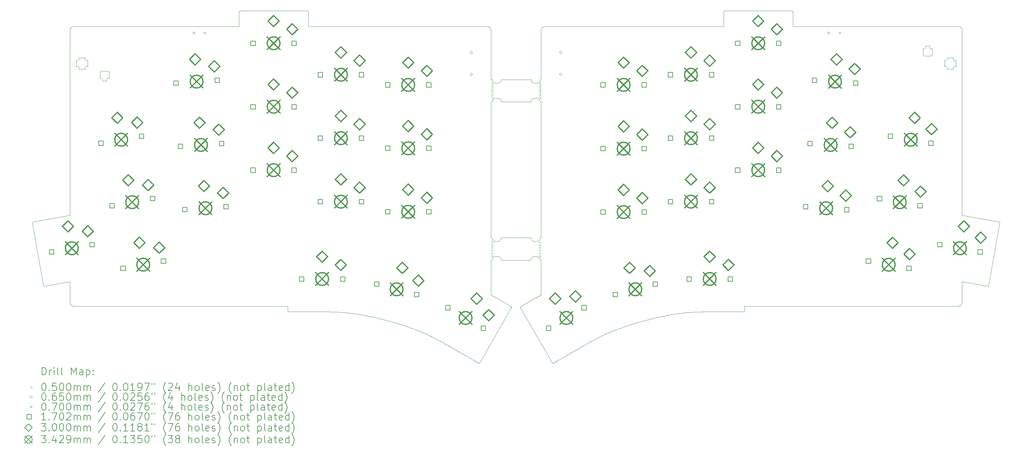
<source format=gbr>
%TF.GenerationSoftware,KiCad,Pcbnew,8.0.5*%
%TF.CreationDate,2024-10-21T12:31:24+08:00*%
%TF.ProjectId,totem_0_3_usb_c,746f7465-6d5f-4305-9f33-5f7573625f63,0.3*%
%TF.SameCoordinates,Original*%
%TF.FileFunction,Drillmap*%
%TF.FilePolarity,Positive*%
%FSLAX45Y45*%
G04 Gerber Fmt 4.5, Leading zero omitted, Abs format (unit mm)*
G04 Created by KiCad (PCBNEW 8.0.5) date 2024-10-21 12:31:24*
%MOMM*%
%LPD*%
G01*
G04 APERTURE LIST*
%ADD10C,0.010000*%
%ADD11C,0.100000*%
%ADD12C,0.080000*%
%ADD13C,0.120000*%
%ADD14C,0.200000*%
%ADD15C,0.170180*%
%ADD16C,0.300000*%
%ADD17C,0.342900*%
G04 APERTURE END LIST*
D10*
X14860090Y-12465554D02*
X14326690Y-12157579D01*
X2387278Y-11924041D02*
X3063200Y-11804802D01*
X15397256Y-6988435D02*
X14607756Y-6988434D01*
X15661796Y-12157579D02*
X15128396Y-12465554D01*
X7589688Y-4579561D02*
X7589688Y-4965500D01*
X3163036Y-12459204D02*
X8886150Y-12459204D01*
X20550231Y-4579561D02*
X20550231Y-4965500D01*
X9439655Y-4965500D02*
X9439655Y-4579561D01*
X9410021Y-4549928D02*
X7619321Y-4549928D01*
X15647256Y-6988434D02*
X15662500Y-6988400D01*
X14327041Y-10628435D02*
X14354757Y-10628435D01*
X7619321Y-4549928D02*
X7617809Y-4549967D01*
X7616314Y-4550082D01*
X7614840Y-4550273D01*
X7613389Y-4550536D01*
X7611962Y-4550869D01*
X7610561Y-4551272D01*
X7609188Y-4551741D01*
X7607845Y-4552276D01*
X7606534Y-4552874D01*
X7605258Y-4553532D01*
X7604017Y-4554250D01*
X7602814Y-4555025D01*
X7601651Y-4555856D01*
X7600529Y-4556739D01*
X7599451Y-4557675D01*
X7598419Y-4558659D01*
X7597435Y-4559691D01*
X7596500Y-4560769D01*
X7595616Y-4561891D01*
X7594785Y-4563054D01*
X7594010Y-4564257D01*
X7593293Y-4565497D01*
X7592634Y-4566774D01*
X7592036Y-4568085D01*
X7591502Y-4569428D01*
X7591032Y-4570801D01*
X7590630Y-4572202D01*
X7590296Y-4573629D01*
X7590033Y-4575080D01*
X7589843Y-4576554D01*
X7589727Y-4578048D01*
X7589688Y-4579561D01*
X18442390Y-12845496D02*
X18523741Y-12824055D01*
X18602615Y-12803953D01*
X18679092Y-12785147D01*
X18753251Y-12767595D01*
X18825172Y-12751253D01*
X18894936Y-12736077D01*
X18962622Y-12722026D01*
X19028310Y-12709054D01*
X19092080Y-12697120D01*
X19154011Y-12686179D01*
X19214184Y-12676189D01*
X19272678Y-12667107D01*
X19329573Y-12658889D01*
X19384949Y-12651492D01*
X19438886Y-12644873D01*
X19491463Y-12638989D01*
X19542761Y-12633796D01*
X19592860Y-12629251D01*
X19641838Y-12625312D01*
X19689777Y-12621934D01*
X19736755Y-12619074D01*
X19782854Y-12616690D01*
X19828151Y-12614739D01*
X19872728Y-12613176D01*
X19916664Y-12611958D01*
X19960040Y-12611044D01*
X20002934Y-12610388D01*
X20045427Y-12609949D01*
X20087598Y-12609682D01*
X20129528Y-12609546D01*
X20171296Y-12609495D01*
X20212982Y-12609488D01*
X16003285Y-13981088D02*
X16013211Y-13975356D01*
X16024626Y-13968764D01*
X16037472Y-13961347D01*
X16051691Y-13953137D01*
X16067225Y-13944170D01*
X16084013Y-13934479D01*
X16101999Y-13924096D01*
X16121124Y-13913057D01*
X16141328Y-13901395D01*
X16162554Y-13889143D01*
X16184743Y-13876335D01*
X16207837Y-13863005D01*
X16231776Y-13849187D01*
X16256503Y-13834915D01*
X16281959Y-13820221D01*
X16308085Y-13805140D01*
X16334823Y-13789706D01*
X16362114Y-13773952D01*
X16389900Y-13757912D01*
X16418123Y-13741620D01*
X16446723Y-13725109D01*
X16475642Y-13708413D01*
X16504822Y-13691566D01*
X16534205Y-13674601D01*
X16563731Y-13657553D01*
X16593342Y-13640455D01*
X16622979Y-13623341D01*
X16652585Y-13606244D01*
X16682100Y-13589198D01*
X16711467Y-13572237D01*
X16740626Y-13555395D01*
X16769519Y-13538705D01*
X15647256Y-6388435D02*
X15662495Y-6388435D01*
X27928937Y-10234941D02*
X27929162Y-10233423D01*
X27929311Y-10231913D01*
X27929383Y-10230414D01*
X27929382Y-10228927D01*
X27929307Y-10227455D01*
X27929162Y-10225999D01*
X27928946Y-10224562D01*
X27928661Y-10223145D01*
X27928310Y-10221751D01*
X27927892Y-10220382D01*
X27927411Y-10219040D01*
X27926866Y-10217727D01*
X27926260Y-10216444D01*
X27925593Y-10215195D01*
X27924869Y-10213981D01*
X27924086Y-10212804D01*
X27923248Y-10211666D01*
X27922356Y-10210570D01*
X27921411Y-10209517D01*
X27920414Y-10208510D01*
X27919367Y-10207550D01*
X27918271Y-10206640D01*
X27917128Y-10205781D01*
X27915939Y-10204977D01*
X27914706Y-10204228D01*
X27913430Y-10203537D01*
X27912112Y-10202906D01*
X27910754Y-10202336D01*
X27909357Y-10201831D01*
X27907923Y-10201393D01*
X27906453Y-10201022D01*
X27904948Y-10200722D01*
X14327390Y-6388435D02*
X14327390Y-6384065D01*
X14327390Y-6372500D01*
X14327390Y-6354220D01*
X14327390Y-6329708D01*
X14327390Y-6299443D01*
X14327390Y-6263907D01*
X14327390Y-6223581D01*
X14327390Y-6178945D01*
X14327390Y-6130481D01*
X14327390Y-6078669D01*
X14327390Y-6023991D01*
X14327390Y-5966928D01*
X14327390Y-5907959D01*
X14327390Y-5847567D01*
X14327390Y-5786233D01*
X14327390Y-5724436D01*
X14327390Y-5662659D01*
X14327390Y-5601381D01*
X14327390Y-5541085D01*
X14327390Y-5482251D01*
X14327390Y-5425359D01*
X14327390Y-5370892D01*
X14327390Y-5319329D01*
X14327390Y-5271152D01*
X14327390Y-5226842D01*
X14327390Y-5186879D01*
X14327390Y-5151745D01*
X14327390Y-5121920D01*
X14327390Y-5097886D01*
X14327390Y-5080123D01*
X14327390Y-5069113D01*
X14327390Y-5065336D01*
X14326690Y-12157579D02*
X14326690Y-11228009D01*
X15644256Y-10628435D02*
X15662500Y-10628435D01*
X8915784Y-12609488D02*
X8926484Y-12609488D01*
X8938709Y-12609488D01*
X8952411Y-12609488D01*
X8967541Y-12609488D01*
X8984052Y-12609488D01*
X9001895Y-12609488D01*
X9021021Y-12609488D01*
X9041383Y-12609488D01*
X9062933Y-12609488D01*
X9085622Y-12609488D01*
X9109403Y-12609488D01*
X9134226Y-12609488D01*
X9160044Y-12609488D01*
X9186809Y-12609488D01*
X9214472Y-12609488D01*
X9242985Y-12609488D01*
X9272300Y-12609488D01*
X9302369Y-12609488D01*
X9333144Y-12609488D01*
X9364576Y-12609488D01*
X9396617Y-12609488D01*
X9429220Y-12609488D01*
X9462335Y-12609488D01*
X9495915Y-12609488D01*
X9529912Y-12609488D01*
X9564277Y-12609488D01*
X9598962Y-12609488D01*
X9633919Y-12609488D01*
X9669100Y-12609488D01*
X9704456Y-12609488D01*
X9739940Y-12609488D01*
X9775503Y-12609488D01*
X27635425Y-11900052D02*
X27928937Y-10234941D01*
X21102336Y-12579855D02*
X21102336Y-12459204D01*
X15117460Y-12505771D02*
X15963068Y-13970152D01*
X26925285Y-12359369D02*
X26925285Y-11804802D01*
X9775503Y-12609488D02*
X9817189Y-12609495D01*
X9858957Y-12609546D01*
X9900887Y-12609682D01*
X9943059Y-12609949D01*
X9985551Y-12610388D01*
X10028446Y-12611044D01*
X10071821Y-12611958D01*
X10115757Y-12613176D01*
X10160334Y-12614739D01*
X10205632Y-12616690D01*
X10251730Y-12619074D01*
X10298708Y-12621934D01*
X10346647Y-12625312D01*
X10395625Y-12629251D01*
X10445724Y-12633796D01*
X10497022Y-12638989D01*
X10549599Y-12644873D01*
X10603536Y-12651492D01*
X10658912Y-12658889D01*
X10715807Y-12667107D01*
X10774301Y-12676189D01*
X10834474Y-12686179D01*
X10896405Y-12697120D01*
X10960175Y-12709054D01*
X11025863Y-12722026D01*
X11093549Y-12736077D01*
X11163312Y-12751253D01*
X11235234Y-12767595D01*
X11309393Y-12785147D01*
X11385870Y-12803953D01*
X11464744Y-12824055D01*
X11546095Y-12845496D01*
X26925285Y-11804802D02*
X27601207Y-11924041D01*
X22370566Y-4549928D02*
X20579865Y-4549928D01*
X8886150Y-12459204D02*
X8886150Y-12579855D01*
X8886150Y-12579855D02*
X8886188Y-12581368D01*
X8886301Y-12582862D01*
X8886487Y-12584336D01*
X8886744Y-12585787D01*
X8887070Y-12587214D01*
X8887464Y-12588615D01*
X8887924Y-12589988D01*
X8888449Y-12591331D01*
X8889036Y-12592642D01*
X8889684Y-12593918D01*
X8890391Y-12595159D01*
X8891155Y-12596362D01*
X8891974Y-12597525D01*
X8892848Y-12598647D01*
X8893773Y-12599725D01*
X8894749Y-12600757D01*
X8895774Y-12601741D01*
X8896845Y-12602676D01*
X8897961Y-12603560D01*
X8899121Y-12604391D01*
X8900322Y-12605166D01*
X8901564Y-12605884D01*
X8902843Y-12606542D01*
X8904159Y-12607140D01*
X8905509Y-12607674D01*
X8906892Y-12608144D01*
X8908306Y-12608547D01*
X8909750Y-12608880D01*
X8911221Y-12609143D01*
X8912718Y-12609333D01*
X8914240Y-12609449D01*
X8915784Y-12609488D01*
X14327041Y-6988435D02*
X14327041Y-10628435D01*
X26826151Y-4965500D02*
X22400200Y-4965500D01*
X15644256Y-11228434D02*
X15661796Y-11228009D01*
X20550231Y-4965500D02*
X15762331Y-4965500D01*
X3063200Y-10027861D02*
X2083536Y-10200722D01*
X16769519Y-13538705D02*
X16806641Y-13517273D01*
X16843853Y-13495840D01*
X16881242Y-13474405D01*
X16918898Y-13452965D01*
X16956910Y-13431520D01*
X16995365Y-13410068D01*
X17034355Y-13388608D01*
X17073966Y-13367139D01*
X17114288Y-13345658D01*
X17155411Y-13324166D01*
X17197422Y-13302660D01*
X17240411Y-13281139D01*
X17284466Y-13259602D01*
X17329677Y-13238047D01*
X17376133Y-13216473D01*
X17423921Y-13194879D01*
X17473132Y-13173263D01*
X17523854Y-13151624D01*
X17576176Y-13129960D01*
X17630186Y-13108271D01*
X17685974Y-13086555D01*
X17743629Y-13064810D01*
X17803239Y-13043035D01*
X17864893Y-13021229D01*
X17928681Y-12999391D01*
X17994691Y-12977519D01*
X18063011Y-12955611D01*
X18133732Y-12933667D01*
X18206941Y-12911685D01*
X18282728Y-12889663D01*
X18361182Y-12867601D01*
X18442390Y-12845496D01*
X3163036Y-4965500D02*
X3157877Y-4965630D01*
X3152788Y-4966017D01*
X3147775Y-4966653D01*
X3142844Y-4967533D01*
X3138003Y-4968650D01*
X3133256Y-4969997D01*
X3128610Y-4971570D01*
X3124071Y-4973360D01*
X3119645Y-4975363D01*
X3115338Y-4977571D01*
X3111157Y-4979978D01*
X3107108Y-4982578D01*
X3103196Y-4985365D01*
X3099428Y-4988332D01*
X3095810Y-4991472D01*
X3092348Y-4994781D01*
X3089049Y-4998250D01*
X3085918Y-5001875D01*
X3082961Y-5005648D01*
X3080185Y-5009563D01*
X3077596Y-5013614D01*
X3075200Y-5017795D01*
X3073003Y-5022099D01*
X3071011Y-5026520D01*
X3069230Y-5031051D01*
X3067667Y-5035687D01*
X3066328Y-5040421D01*
X3065218Y-5045246D01*
X3064344Y-5050156D01*
X3063713Y-5055146D01*
X3063329Y-5060208D01*
X3063200Y-5065336D01*
X14227555Y-4965500D02*
X9439655Y-4965500D01*
X2353058Y-11900052D02*
X2353359Y-11901557D01*
X2353729Y-11903027D01*
X2354168Y-11904461D01*
X2354673Y-11905858D01*
X2355242Y-11907216D01*
X2355874Y-11908534D01*
X2356565Y-11909810D01*
X2357314Y-11911044D01*
X2358118Y-11912232D01*
X2358977Y-11913375D01*
X2359887Y-11914471D01*
X2360847Y-11915518D01*
X2361854Y-11916515D01*
X2362907Y-11917460D01*
X2364003Y-11918353D01*
X2365141Y-11919191D01*
X2366318Y-11919973D01*
X2367532Y-11920698D01*
X2368781Y-11921364D01*
X2370063Y-11921970D01*
X2371376Y-11922515D01*
X2372719Y-11922997D01*
X2374088Y-11923414D01*
X2375482Y-11923766D01*
X2376898Y-11924050D01*
X2378336Y-11924266D01*
X2379791Y-11924412D01*
X2381264Y-11924486D01*
X2382751Y-11924488D01*
X2384250Y-11924415D01*
X2385760Y-11924267D01*
X2387278Y-11924041D01*
D11*
X14607756Y-6388435D02*
X15397257Y-6388435D01*
D10*
X26925987Y-10027862D02*
X26925987Y-5065336D01*
X14327390Y-6388435D02*
X14357757Y-6388435D01*
X27601207Y-11924041D02*
X27602725Y-11924267D01*
X27604234Y-11924415D01*
X27605734Y-11924488D01*
X27607221Y-11924486D01*
X27608693Y-11924412D01*
X27610149Y-11924266D01*
X27611586Y-11924050D01*
X27613003Y-11923765D01*
X27614397Y-11923414D01*
X27615766Y-11922996D01*
X27617108Y-11922514D01*
X27618422Y-11921970D01*
X27619704Y-11921363D01*
X27620953Y-11920697D01*
X27622167Y-11919972D01*
X27623344Y-11919190D01*
X27624481Y-11918352D01*
X27625578Y-11917460D01*
X27626630Y-11916515D01*
X27627638Y-11915518D01*
X27628597Y-11914471D01*
X27629508Y-11913375D01*
X27630366Y-11912232D01*
X27631171Y-11911043D01*
X27631920Y-11909810D01*
X27632611Y-11908534D01*
X27633242Y-11907216D01*
X27633811Y-11905858D01*
X27634316Y-11904461D01*
X27634754Y-11903027D01*
X27635125Y-11901557D01*
X27635425Y-11900052D01*
X20579865Y-4549928D02*
X20578353Y-4549967D01*
X20576858Y-4550082D01*
X20575384Y-4550273D01*
X20573933Y-4550536D01*
X20572505Y-4550869D01*
X20571104Y-4551272D01*
X20569731Y-4551741D01*
X20568389Y-4552276D01*
X20567078Y-4552874D01*
X20565801Y-4553532D01*
X20564560Y-4554250D01*
X20563357Y-4555025D01*
X20562194Y-4555856D01*
X20561073Y-4556739D01*
X20559995Y-4557675D01*
X20558963Y-4558659D01*
X20557978Y-4559691D01*
X20557043Y-4560769D01*
X20556159Y-4561891D01*
X20555329Y-4563054D01*
X20554553Y-4564257D01*
X20553836Y-4565497D01*
X20553177Y-4566774D01*
X20552579Y-4568085D01*
X20552045Y-4569428D01*
X20551575Y-4570801D01*
X20551173Y-4572202D01*
X20550839Y-4573629D01*
X20550576Y-4575080D01*
X20550386Y-4576554D01*
X20550270Y-4578048D01*
X20550231Y-4579561D01*
X14025418Y-13970152D02*
X14871026Y-12505771D01*
X2083536Y-10200722D02*
X2082031Y-10201022D01*
X2080561Y-10201393D01*
X2079127Y-10201831D01*
X2077730Y-10202336D01*
X2076372Y-10202906D01*
X2075054Y-10203537D01*
X2073778Y-10204228D01*
X2072545Y-10204977D01*
X2071356Y-10205781D01*
X2070213Y-10206640D01*
X2069117Y-10207550D01*
X2068070Y-10208510D01*
X2067073Y-10209517D01*
X2066128Y-10210570D01*
X2065236Y-10211666D01*
X2064398Y-10212804D01*
X2063616Y-10213981D01*
X2062891Y-10215195D01*
X2062224Y-10216444D01*
X2061618Y-10217727D01*
X2061074Y-10219040D01*
X2060592Y-10220382D01*
X2060174Y-10221751D01*
X2059823Y-10223145D01*
X2059538Y-10224562D01*
X2059322Y-10225999D01*
X2059176Y-10227455D01*
X2059102Y-10228927D01*
X2059100Y-10230414D01*
X2059173Y-10231913D01*
X2059322Y-10233423D01*
X2059547Y-10234941D01*
X2059547Y-10234941D02*
X2353058Y-11900052D01*
X7589688Y-4965500D02*
X3163036Y-4965500D01*
D11*
X14604756Y-10628435D02*
X15394257Y-10628435D01*
D10*
X14327390Y-5065336D02*
X14327260Y-5060177D01*
X14326874Y-5055088D01*
X14326237Y-5050075D01*
X14325358Y-5045144D01*
X14324241Y-5040303D01*
X14322893Y-5035556D01*
X14321320Y-5030910D01*
X14319530Y-5026371D01*
X14317527Y-5021945D01*
X14315319Y-5017638D01*
X14312912Y-5013457D01*
X14310312Y-5009408D01*
X14307526Y-5005496D01*
X14304559Y-5001728D01*
X14301418Y-4998110D01*
X14298110Y-4994648D01*
X14294640Y-4991349D01*
X14291016Y-4988218D01*
X14287243Y-4985261D01*
X14283328Y-4982485D01*
X14279276Y-4979896D01*
X14275096Y-4977500D01*
X14270792Y-4975303D01*
X14266371Y-4973311D01*
X14261839Y-4971530D01*
X14257204Y-4969967D01*
X14252470Y-4968628D01*
X14247645Y-4967518D01*
X14242734Y-4966644D01*
X14237745Y-4966013D01*
X14232683Y-4965629D01*
X14227555Y-4965500D01*
X15662495Y-5065336D02*
X15662495Y-6388435D01*
X13218967Y-13538705D02*
X13247859Y-13555395D01*
X13277015Y-13572237D01*
X13306377Y-13589198D01*
X13335886Y-13606244D01*
X13365485Y-13623340D01*
X13395114Y-13640455D01*
X13424716Y-13657553D01*
X13454232Y-13674601D01*
X13483603Y-13691565D01*
X13512772Y-13708412D01*
X13541681Y-13725108D01*
X13570270Y-13741619D01*
X13598482Y-13757912D01*
X13626257Y-13773952D01*
X13653539Y-13789706D01*
X13680268Y-13805140D01*
X13706387Y-13820221D01*
X13731836Y-13834914D01*
X13756558Y-13849187D01*
X13780494Y-13863005D01*
X13803586Y-13876335D01*
X13825775Y-13889143D01*
X13847004Y-13901395D01*
X13867213Y-13913057D01*
X13886345Y-13924096D01*
X13904341Y-13934478D01*
X13921143Y-13944170D01*
X13936693Y-13953137D01*
X13950932Y-13961346D01*
X13963802Y-13968764D01*
X13975244Y-13975356D01*
X13985201Y-13981088D01*
X15762331Y-4965500D02*
X15757171Y-4965630D01*
X15752082Y-4966017D01*
X15747069Y-4966653D01*
X15742139Y-4967533D01*
X15737297Y-4968650D01*
X15732551Y-4969997D01*
X15727904Y-4971570D01*
X15723365Y-4973360D01*
X15718940Y-4975363D01*
X15714633Y-4977571D01*
X15710452Y-4979978D01*
X15706403Y-4982578D01*
X15702491Y-4985365D01*
X15698723Y-4988332D01*
X15695105Y-4991472D01*
X15691643Y-4994781D01*
X15688344Y-4998250D01*
X15685213Y-5001875D01*
X15682256Y-5005648D01*
X15679480Y-5009563D01*
X15676891Y-5013614D01*
X15674495Y-5017795D01*
X15672298Y-5022099D01*
X15670306Y-5026520D01*
X15668525Y-5031051D01*
X15666962Y-5035687D01*
X15665623Y-5040421D01*
X15664513Y-5045246D01*
X15663640Y-5050156D01*
X15663008Y-5055146D01*
X15662624Y-5060208D01*
X15662495Y-5065336D01*
X3063200Y-5065336D02*
X3063200Y-10027861D01*
X21072701Y-12609488D02*
X21074214Y-12609449D01*
X21075709Y-12609333D01*
X21077183Y-12609143D01*
X21078634Y-12608880D01*
X21080061Y-12608547D01*
X21081462Y-12608144D01*
X21082835Y-12607674D01*
X21084178Y-12607140D01*
X21085489Y-12606542D01*
X21086766Y-12605884D01*
X21088007Y-12605166D01*
X21089210Y-12604391D01*
X21090373Y-12603560D01*
X21091494Y-12602676D01*
X21092572Y-12601741D01*
X21093604Y-12600757D01*
X21094589Y-12599725D01*
X21095524Y-12598647D01*
X21096408Y-12597525D01*
X21097238Y-12596362D01*
X21098013Y-12595159D01*
X21098731Y-12593918D01*
X21099390Y-12592642D01*
X21099987Y-12591331D01*
X21100522Y-12589988D01*
X21100991Y-12588615D01*
X21101394Y-12587214D01*
X21101728Y-12585787D01*
X21101991Y-12584336D01*
X21102181Y-12582862D01*
X21102297Y-12581368D01*
X21102336Y-12579855D01*
X15661796Y-11228009D02*
X15661796Y-12157579D01*
X21102336Y-12459204D02*
X26825449Y-12459204D01*
X3063200Y-12359369D02*
X3063330Y-12364528D01*
X3063716Y-12369617D01*
X3064353Y-12374630D01*
X3065233Y-12379560D01*
X3066349Y-12384402D01*
X3067697Y-12389149D01*
X3069270Y-12393795D01*
X3071060Y-12398334D01*
X3073063Y-12402760D01*
X3075271Y-12407066D01*
X3077678Y-12411248D01*
X3080278Y-12415297D01*
X3083065Y-12419209D01*
X3086031Y-12422977D01*
X3089172Y-12426595D01*
X3092480Y-12430056D01*
X3095950Y-12433356D01*
X3099574Y-12436487D01*
X3103347Y-12439444D01*
X3107263Y-12442220D01*
X3111314Y-12444809D01*
X3115495Y-12447205D01*
X3119799Y-12449402D01*
X3124219Y-12451394D01*
X3128751Y-12453174D01*
X3133387Y-12454737D01*
X3138120Y-12456077D01*
X3142946Y-12457186D01*
X3147856Y-12458060D01*
X3152846Y-12458692D01*
X3157908Y-12459075D01*
X3163036Y-12459204D01*
X11546095Y-12845496D02*
X11627303Y-12867601D01*
X11705757Y-12889663D01*
X11781544Y-12911685D01*
X11854753Y-12933667D01*
X11925474Y-12955611D01*
X11993795Y-12977519D01*
X12059804Y-12999391D01*
X12123592Y-13021229D01*
X12185247Y-13043035D01*
X12244857Y-13064810D01*
X12302511Y-13086555D01*
X12358300Y-13108271D01*
X12412310Y-13129960D01*
X12464632Y-13151624D01*
X12515354Y-13173263D01*
X12564564Y-13194879D01*
X12612353Y-13216473D01*
X12658808Y-13238047D01*
X12704019Y-13259602D01*
X12748075Y-13281139D01*
X12791064Y-13302660D01*
X12833075Y-13324166D01*
X12874198Y-13345659D01*
X12914520Y-13367139D01*
X12954131Y-13388609D01*
X12993121Y-13410069D01*
X13031576Y-13431520D01*
X13069588Y-13452965D01*
X13107244Y-13474405D01*
X13144633Y-13495840D01*
X13181845Y-13517273D01*
X13218967Y-13538705D01*
X13985201Y-13981088D02*
X13986534Y-13981811D01*
X13987889Y-13982458D01*
X13989260Y-13983029D01*
X13990647Y-13983527D01*
X13992047Y-13983951D01*
X13993457Y-13984301D01*
X13994874Y-13984580D01*
X13996297Y-13984787D01*
X13997722Y-13984923D01*
X13999147Y-13984990D01*
X14000569Y-13984986D01*
X14001987Y-13984914D01*
X14003397Y-13984775D01*
X14004798Y-13984568D01*
X14006185Y-13984294D01*
X14007558Y-13983955D01*
X14008913Y-13983550D01*
X14010248Y-13983081D01*
X14011560Y-13982549D01*
X14012848Y-13981953D01*
X14014107Y-13981295D01*
X14015337Y-13980576D01*
X14016533Y-13979795D01*
X14017695Y-13978955D01*
X14018819Y-13978055D01*
X14019902Y-13977097D01*
X14020943Y-13976080D01*
X14021939Y-13975006D01*
X14022887Y-13973876D01*
X14023784Y-13972690D01*
X14024629Y-13971448D01*
X14025418Y-13970152D01*
X14354756Y-11228435D02*
X14326690Y-11228009D01*
X15128396Y-12465554D02*
X15127100Y-12466343D01*
X15125858Y-12467188D01*
X15124672Y-12468085D01*
X15123542Y-12469033D01*
X15122468Y-12470029D01*
X15121451Y-12471069D01*
X15120493Y-12472153D01*
X15119593Y-12473277D01*
X15118752Y-12474438D01*
X15117972Y-12475635D01*
X15117253Y-12476864D01*
X15116595Y-12478124D01*
X15115999Y-12479411D01*
X15115467Y-12480724D01*
X15114998Y-12482059D01*
X15114593Y-12483414D01*
X15114254Y-12484786D01*
X15113980Y-12486174D01*
X15113773Y-12487574D01*
X15113633Y-12488984D01*
X15113562Y-12490402D01*
X15113558Y-12491825D01*
X15113625Y-12493250D01*
X15113761Y-12494675D01*
X15113968Y-12496097D01*
X15114247Y-12497515D01*
X15114597Y-12498925D01*
X15115021Y-12500324D01*
X15115519Y-12501711D01*
X15116090Y-12503083D01*
X15116737Y-12504437D01*
X15117460Y-12505771D01*
X27904948Y-10200722D02*
X27905652Y-10200723D01*
X15662500Y-6988400D02*
X15662500Y-10628435D01*
X26825449Y-12459204D02*
X26830608Y-12459074D01*
X26835697Y-12458688D01*
X26840710Y-12458051D01*
X26845641Y-12457172D01*
X26850482Y-12456055D01*
X26855229Y-12454707D01*
X26859875Y-12453135D01*
X26864414Y-12451344D01*
X26868840Y-12449342D01*
X26873147Y-12447134D01*
X26877328Y-12444726D01*
X26881377Y-12442126D01*
X26885289Y-12439340D01*
X26889057Y-12436373D01*
X26892675Y-12433232D01*
X26896137Y-12429924D01*
X26899437Y-12426454D01*
X26902568Y-12422830D01*
X26905524Y-12419057D01*
X26908300Y-12415142D01*
X26910889Y-12411091D01*
X26913286Y-12406910D01*
X26915483Y-12402606D01*
X26917475Y-12398185D01*
X26919255Y-12393654D01*
X26920818Y-12389018D01*
X26922158Y-12384284D01*
X26923267Y-12379459D01*
X26924141Y-12374549D01*
X26924773Y-12369559D01*
X26925156Y-12364497D01*
X26925285Y-12359369D01*
X27905652Y-10200723D02*
X26925987Y-10027862D01*
X14871026Y-12505771D02*
X14871749Y-12504437D01*
X14872396Y-12503083D01*
X14872967Y-12501712D01*
X14873465Y-12500325D01*
X14873889Y-12498925D01*
X14874239Y-12497515D01*
X14874518Y-12496098D01*
X14874725Y-12494675D01*
X14874861Y-12493250D01*
X14874928Y-12491825D01*
X14874924Y-12490402D01*
X14874852Y-12488985D01*
X14874713Y-12487575D01*
X14874506Y-12486174D01*
X14874232Y-12484787D01*
X14873893Y-12483414D01*
X14873488Y-12482059D01*
X14873019Y-12480724D01*
X14872487Y-12479412D01*
X14871891Y-12478124D01*
X14871233Y-12476865D01*
X14870514Y-12475635D01*
X14869733Y-12474438D01*
X14868893Y-12473277D01*
X14867993Y-12472153D01*
X14867035Y-12471069D01*
X14866018Y-12470029D01*
X14864944Y-12469033D01*
X14863814Y-12468085D01*
X14862628Y-12467188D01*
X14861386Y-12466343D01*
X14860090Y-12465554D01*
X3063200Y-11804802D02*
X3063200Y-12359369D01*
X15963068Y-13970152D02*
X15963857Y-13971448D01*
X15964702Y-13972690D01*
X15965599Y-13973876D01*
X15966547Y-13975006D01*
X15967542Y-13976080D01*
X15968583Y-13977097D01*
X15969667Y-13978055D01*
X15970791Y-13978955D01*
X15971952Y-13979795D01*
X15973149Y-13980576D01*
X15974378Y-13981295D01*
X15975638Y-13981953D01*
X15976925Y-13982549D01*
X15978237Y-13983081D01*
X15979572Y-13983550D01*
X15980928Y-13983955D01*
X15982300Y-13984294D01*
X15983688Y-13984568D01*
X15985088Y-13984775D01*
X15986498Y-13984914D01*
X15987916Y-13984986D01*
X15989339Y-13984990D01*
X15990764Y-13984923D01*
X15992189Y-13984787D01*
X15993611Y-13984580D01*
X15995029Y-13984301D01*
X15996439Y-13983951D01*
X15997838Y-13983527D01*
X15999225Y-13983029D01*
X16000597Y-13982458D01*
X16001951Y-13981811D01*
X16003285Y-13981088D01*
X14357756Y-6988435D02*
X14327041Y-6988435D01*
X22400200Y-4579561D02*
X22400161Y-4578048D01*
X22400045Y-4576554D01*
X22399855Y-4575080D01*
X22399592Y-4573629D01*
X22399258Y-4572201D01*
X22398856Y-4570800D01*
X22398386Y-4569427D01*
X22397852Y-4568085D01*
X22397254Y-4566774D01*
X22396595Y-4565497D01*
X22395878Y-4564256D01*
X22395102Y-4563053D01*
X22394272Y-4561890D01*
X22393388Y-4560769D01*
X22392453Y-4559691D01*
X22391468Y-4558659D01*
X22390436Y-4557674D01*
X22389358Y-4556739D01*
X22388237Y-4555855D01*
X22387074Y-4555025D01*
X22385871Y-4554250D01*
X22384630Y-4553532D01*
X22383353Y-4552873D01*
X22382042Y-4552276D01*
X22380700Y-4551741D01*
X22379327Y-4551272D01*
X22377926Y-4550869D01*
X22376498Y-4550536D01*
X22375047Y-4550273D01*
X22373573Y-4550082D01*
X22372078Y-4549967D01*
X22370566Y-4549928D01*
X20212982Y-12609488D02*
X20248577Y-12609488D01*
X20284091Y-12609488D01*
X20319475Y-12609488D01*
X20354682Y-12609488D01*
X20389663Y-12609488D01*
X20424369Y-12609488D01*
X20458754Y-12609488D01*
X20492768Y-12609488D01*
X20526364Y-12609488D01*
X20559493Y-12609488D01*
X20592107Y-12609488D01*
X20624157Y-12609488D01*
X20655597Y-12609488D01*
X20686377Y-12609488D01*
X20716449Y-12609488D01*
X20745765Y-12609488D01*
X20774277Y-12609488D01*
X20801937Y-12609488D01*
X20828697Y-12609488D01*
X20854507Y-12609488D01*
X20879321Y-12609488D01*
X20903090Y-12609488D01*
X20925766Y-12609488D01*
X20947300Y-12609488D01*
X20967645Y-12609488D01*
X20986752Y-12609488D01*
X21004573Y-12609488D01*
X21021060Y-12609488D01*
X21036164Y-12609488D01*
X21049838Y-12609488D01*
X21062033Y-12609488D01*
X21072701Y-12609488D01*
X9439655Y-4579561D02*
X9439616Y-4578048D01*
X9439500Y-4576554D01*
X9439310Y-4575080D01*
X9439047Y-4573629D01*
X9438713Y-4572201D01*
X9438310Y-4570800D01*
X9437841Y-4569427D01*
X9437306Y-4568085D01*
X9436709Y-4566774D01*
X9436050Y-4565497D01*
X9435332Y-4564256D01*
X9434557Y-4563053D01*
X9433727Y-4561890D01*
X9432843Y-4560769D01*
X9431908Y-4559691D01*
X9430923Y-4558659D01*
X9429891Y-4557674D01*
X9428813Y-4556739D01*
X9427692Y-4555855D01*
X9426529Y-4555025D01*
X9425326Y-4554250D01*
X9424085Y-4553532D01*
X9422808Y-4552873D01*
X9421498Y-4552276D01*
X9420155Y-4551741D01*
X9418782Y-4551272D01*
X9417381Y-4550869D01*
X9415954Y-4550536D01*
X9414502Y-4550273D01*
X9413028Y-4550082D01*
X9411534Y-4549967D01*
X9410021Y-4549928D01*
D11*
X14604756Y-11228434D02*
X15394256Y-11228435D01*
D10*
X26925987Y-5065336D02*
X26925857Y-5060177D01*
X26925471Y-5055088D01*
X26924835Y-5050075D01*
X26923955Y-5045144D01*
X26922838Y-5040303D01*
X26921490Y-5035556D01*
X26919918Y-5030910D01*
X26918127Y-5026371D01*
X26916124Y-5021945D01*
X26913916Y-5017638D01*
X26911509Y-5013457D01*
X26908909Y-5009408D01*
X26906122Y-5005496D01*
X26903156Y-5001728D01*
X26900015Y-4998110D01*
X26896707Y-4994648D01*
X26893237Y-4991349D01*
X26889612Y-4988218D01*
X26885839Y-4985261D01*
X26881924Y-4982485D01*
X26877873Y-4979896D01*
X26873692Y-4977500D01*
X26869388Y-4975303D01*
X26864967Y-4973311D01*
X26860436Y-4971530D01*
X26855800Y-4969967D01*
X26851066Y-4968628D01*
X26846241Y-4967518D01*
X26841331Y-4966644D01*
X26836341Y-4966013D01*
X26831279Y-4965629D01*
X26826151Y-4965500D01*
X22400200Y-4965500D02*
X22400200Y-4579561D01*
D12*
X15494256Y-10728435D02*
X15544256Y-10728435D01*
X15544256Y-11128435D02*
X15494256Y-11128435D01*
X15394256Y-11228435D02*
G75*
G02*
X15494256Y-11128435I100000J0D01*
G01*
X15494256Y-10728435D02*
G75*
G02*
X15394257Y-10628435I0J100000D01*
G01*
X15544256Y-11128435D02*
G75*
G02*
X15644256Y-11228434I0J-100000D01*
G01*
X15644256Y-10628435D02*
G75*
G02*
X15544257Y-10728435I-100000J0D01*
G01*
D13*
X25886300Y-5718700D02*
X25886300Y-5558680D01*
X25954880Y-5490100D02*
X26059020Y-5490100D01*
X26089500Y-5756800D02*
X25924400Y-5756800D01*
X26127600Y-5558680D02*
X26127600Y-5718700D01*
X26457800Y-5876180D02*
X26457800Y-6043820D01*
X26526380Y-5807600D02*
X26694020Y-5807600D01*
X26526380Y-6112400D02*
X26694020Y-6112400D01*
X26762600Y-5876180D02*
X26762600Y-6043820D01*
X25924400Y-5756800D02*
G75*
G02*
X25886300Y-5718700I0J38100D01*
G01*
X25954880Y-5490100D02*
G75*
G02*
X25886300Y-5558680I-43805J-24775D01*
G01*
X26127600Y-5558680D02*
G75*
G02*
X26059020Y-5490100I-24775J43805D01*
G01*
X26127600Y-5718700D02*
G75*
G02*
X26089500Y-5756800I-38100J0D01*
G01*
X26457800Y-6043820D02*
G75*
G02*
X26526380Y-6112400I24775J-43805D01*
G01*
X26526380Y-5807600D02*
G75*
G02*
X26457800Y-5876180I-43805J-24775D01*
G01*
X26694020Y-6112400D02*
G75*
G02*
X26762600Y-6043820I43805J24775D01*
G01*
X26762600Y-5876180D02*
G75*
G02*
X26694020Y-5807600I-24775J43805D01*
G01*
D12*
X14454756Y-10728435D02*
X14504756Y-10728435D01*
X14504756Y-11128435D02*
X14454756Y-11128435D01*
X14354756Y-11228435D02*
G75*
G02*
X14454756Y-11128435I100000J0D01*
G01*
X14454756Y-10728435D02*
G75*
G02*
X14354757Y-10628435I0J100000D01*
G01*
X14504756Y-11128435D02*
G75*
G02*
X14604756Y-11228434I0J-100000D01*
G01*
X14604756Y-10628435D02*
G75*
G02*
X14504757Y-10728435I-100000J0D01*
G01*
X15497256Y-6488435D02*
X15547256Y-6488435D01*
X15547256Y-6888435D02*
X15497256Y-6888435D01*
X15397256Y-6988435D02*
G75*
G02*
X15497256Y-6888435I100000J0D01*
G01*
X15497256Y-6488435D02*
G75*
G02*
X15397257Y-6388435I0J100000D01*
G01*
X15547256Y-6888435D02*
G75*
G02*
X15647256Y-6988434I0J-100000D01*
G01*
X15647256Y-6388435D02*
G75*
G02*
X15547257Y-6488434I-100000J0D01*
G01*
X14457756Y-6488435D02*
X14507756Y-6488435D01*
X14507756Y-6888435D02*
X14457756Y-6888435D01*
X14357756Y-6988435D02*
G75*
G02*
X14457756Y-6888435I100000J0D01*
G01*
X14457756Y-6488435D02*
G75*
G02*
X14357757Y-6388435I0J100000D01*
G01*
X14507756Y-6888435D02*
G75*
G02*
X14607756Y-6988434I0J-100000D01*
G01*
X14607756Y-6388435D02*
G75*
G02*
X14507757Y-6488434I-100000J0D01*
G01*
D13*
X3237400Y-6043820D02*
X3237400Y-5876180D01*
X3473620Y-5807600D02*
X3305980Y-5807600D01*
X3473620Y-6112400D02*
X3305980Y-6112400D01*
X3542200Y-6043820D02*
X3542200Y-5876180D01*
X3872400Y-6361320D02*
X3872400Y-6201300D01*
X3910500Y-6163200D02*
X4075600Y-6163200D01*
X4045120Y-6429900D02*
X3940980Y-6429900D01*
X4113700Y-6201300D02*
X4113700Y-6361320D01*
X3237400Y-6043820D02*
G75*
G02*
X3305980Y-6112400I24775J-43805D01*
G01*
X3305980Y-5807600D02*
G75*
G02*
X3237400Y-5876180I-43805J-24775D01*
G01*
X3473620Y-6112400D02*
G75*
G02*
X3542200Y-6043820I43805J24775D01*
G01*
X3542200Y-5876180D02*
G75*
G02*
X3473620Y-5807600I-24775J43805D01*
G01*
X3872400Y-6201300D02*
G75*
G02*
X3910500Y-6163200I38100J0D01*
G01*
X3872400Y-6361320D02*
G75*
G02*
X3940980Y-6429900I24775J-43805D01*
G01*
X4045120Y-6429900D02*
G75*
G02*
X4113700Y-6361320I43805J24775D01*
G01*
X4075600Y-6163200D02*
G75*
G02*
X4113700Y-6201300I0J-38100D01*
G01*
D14*
D11*
X14334756Y-10718435D02*
X14384756Y-10768435D01*
X14384756Y-10718435D02*
X14334756Y-10768435D01*
X14334756Y-10792435D02*
X14384756Y-10842435D01*
X14384756Y-10792435D02*
X14334756Y-10842435D01*
X14334756Y-10866435D02*
X14384756Y-10916435D01*
X14384756Y-10866435D02*
X14334756Y-10916435D01*
X14334756Y-10940435D02*
X14384756Y-10990435D01*
X14384756Y-10940435D02*
X14334756Y-10990435D01*
X14334756Y-11014435D02*
X14384756Y-11064435D01*
X14384756Y-11014435D02*
X14334756Y-11064435D01*
X14334756Y-11088435D02*
X14384756Y-11138435D01*
X14384756Y-11088435D02*
X14334756Y-11138435D01*
X14337756Y-6478435D02*
X14387756Y-6528435D01*
X14387756Y-6478435D02*
X14337756Y-6528435D01*
X14337756Y-6552435D02*
X14387756Y-6602435D01*
X14387756Y-6552435D02*
X14337756Y-6602435D01*
X14337756Y-6626435D02*
X14387756Y-6676435D01*
X14387756Y-6626435D02*
X14337756Y-6676435D01*
X14337756Y-6700435D02*
X14387756Y-6750435D01*
X14387756Y-6700435D02*
X14337756Y-6750435D01*
X14337756Y-6774435D02*
X14387756Y-6824435D01*
X14387756Y-6774435D02*
X14337756Y-6824435D01*
X14337756Y-6848435D02*
X14387756Y-6898435D01*
X14387756Y-6848435D02*
X14337756Y-6898435D01*
X15614256Y-10718435D02*
X15664256Y-10768435D01*
X15664256Y-10718435D02*
X15614256Y-10768435D01*
X15614256Y-10792435D02*
X15664256Y-10842435D01*
X15664256Y-10792435D02*
X15614256Y-10842435D01*
X15614256Y-10866435D02*
X15664256Y-10916435D01*
X15664256Y-10866435D02*
X15614256Y-10916435D01*
X15614256Y-10940435D02*
X15664256Y-10990435D01*
X15664256Y-10940435D02*
X15614256Y-10990435D01*
X15614256Y-11014435D02*
X15664256Y-11064435D01*
X15664256Y-11014435D02*
X15614256Y-11064435D01*
X15614256Y-11088435D02*
X15664256Y-11138435D01*
X15664256Y-11088435D02*
X15614256Y-11138435D01*
X15617256Y-6478435D02*
X15667256Y-6528435D01*
X15667256Y-6478435D02*
X15617256Y-6528435D01*
X15617256Y-6552435D02*
X15667256Y-6602435D01*
X15667256Y-6552435D02*
X15617256Y-6602435D01*
X15617256Y-6626435D02*
X15667256Y-6676435D01*
X15667256Y-6626435D02*
X15617256Y-6676435D01*
X15617256Y-6700435D02*
X15667256Y-6750435D01*
X15667256Y-6700435D02*
X15617256Y-6750435D01*
X15617256Y-6774435D02*
X15667256Y-6824435D01*
X15667256Y-6774435D02*
X15617256Y-6824435D01*
X15617256Y-6848435D02*
X15667256Y-6898435D01*
X15667256Y-6848435D02*
X15617256Y-6898435D01*
X13832900Y-5671000D02*
G75*
G02*
X13767900Y-5671000I-32500J0D01*
G01*
X13767900Y-5671000D02*
G75*
G02*
X13832900Y-5671000I32500J0D01*
G01*
X13832900Y-6249000D02*
G75*
G02*
X13767900Y-6249000I-32500J0D01*
G01*
X13767900Y-6249000D02*
G75*
G02*
X13832900Y-6249000I32500J0D01*
G01*
X16222400Y-5671000D02*
G75*
G02*
X16157400Y-5671000I-32500J0D01*
G01*
X16157400Y-5671000D02*
G75*
G02*
X16222400Y-5671000I32500J0D01*
G01*
X16222400Y-6249000D02*
G75*
G02*
X16157400Y-6249000I-32500J0D01*
G01*
X16157400Y-6249000D02*
G75*
G02*
X16222400Y-6249000I32500J0D01*
G01*
X6375000Y-5100000D02*
X6375000Y-5170000D01*
X6340000Y-5135000D02*
X6410000Y-5135000D01*
X6675000Y-5105000D02*
X6675000Y-5175000D01*
X6640000Y-5140000D02*
X6710000Y-5140000D01*
X23355000Y-5100000D02*
X23355000Y-5170000D01*
X23320000Y-5135000D02*
X23390000Y-5135000D01*
X23655000Y-5105000D02*
X23655000Y-5175000D01*
X23620000Y-5140000D02*
X23690000Y-5140000D01*
D15*
X2633781Y-11064610D02*
X2633781Y-10944273D01*
X2513444Y-10944273D01*
X2513444Y-11064610D01*
X2633781Y-11064610D01*
X3717069Y-10873597D02*
X3717069Y-10753260D01*
X3596732Y-10753260D01*
X3596732Y-10873597D01*
X3717069Y-10873597D01*
X3953575Y-8155415D02*
X3953575Y-8035078D01*
X3833238Y-8035078D01*
X3833238Y-8155415D01*
X3953575Y-8155415D01*
X4248781Y-9829610D02*
X4248781Y-9709273D01*
X4128444Y-9709273D01*
X4128444Y-9829610D01*
X4248781Y-9829610D01*
X4543986Y-11503805D02*
X4543986Y-11383468D01*
X4423650Y-11383468D01*
X4423650Y-11503805D01*
X4543986Y-11503805D01*
X5036864Y-7964402D02*
X5036864Y-7844065D01*
X4916527Y-7844065D01*
X4916527Y-7964402D01*
X5036864Y-7964402D01*
X5332069Y-9638597D02*
X5332069Y-9518260D01*
X5211733Y-9518260D01*
X5211733Y-9638597D01*
X5332069Y-9638597D01*
X5627275Y-11312792D02*
X5627275Y-11192455D01*
X5506938Y-11192455D01*
X5506938Y-11312792D01*
X5627275Y-11312792D01*
X5964589Y-6543207D02*
X5964589Y-6422871D01*
X5844253Y-6422871D01*
X5844253Y-6543207D01*
X5964589Y-6543207D01*
X6083177Y-8239088D02*
X6083177Y-8118752D01*
X5962840Y-8118752D01*
X5962840Y-8239088D01*
X6083177Y-8239088D01*
X6201765Y-9934969D02*
X6201765Y-9814633D01*
X6081428Y-9814633D01*
X6081428Y-9934969D01*
X6201765Y-9934969D01*
X7061910Y-6466475D02*
X7061910Y-6346139D01*
X6941573Y-6346139D01*
X6941573Y-6466475D01*
X7061910Y-6466475D01*
X7180497Y-8162356D02*
X7180497Y-8042019D01*
X7060161Y-8042019D01*
X7060161Y-8162356D01*
X7180497Y-8162356D01*
X7299085Y-9858237D02*
X7299085Y-9737900D01*
X7178748Y-9737900D01*
X7178748Y-9858237D01*
X7299085Y-9858237D01*
X8023091Y-5476965D02*
X8023091Y-5356629D01*
X7902755Y-5356629D01*
X7902755Y-5476965D01*
X8023091Y-5476965D01*
X8023091Y-7176987D02*
X8023091Y-7056650D01*
X7902755Y-7056650D01*
X7902755Y-7176987D01*
X8023091Y-7176987D01*
X8023091Y-8877009D02*
X8023091Y-8756673D01*
X7902755Y-8756673D01*
X7902755Y-8877009D01*
X8023091Y-8877009D01*
X9123091Y-5476965D02*
X9123091Y-5356629D01*
X9002755Y-5356629D01*
X9002755Y-5476965D01*
X9123091Y-5476965D01*
X9123091Y-7176987D02*
X9123091Y-7056650D01*
X9002755Y-7056650D01*
X9002755Y-7176987D01*
X9123091Y-7176987D01*
X9123091Y-8877009D02*
X9123091Y-8756673D01*
X9002755Y-8756673D01*
X9002755Y-8877009D01*
X9123091Y-8877009D01*
X9320485Y-11791603D02*
X9320485Y-11671266D01*
X9200148Y-11671266D01*
X9200148Y-11791603D01*
X9320485Y-11791603D01*
X9823092Y-6320613D02*
X9823092Y-6200276D01*
X9702756Y-6200276D01*
X9702756Y-6320613D01*
X9823092Y-6320613D01*
X9823092Y-8020635D02*
X9823092Y-7900298D01*
X9702756Y-7900298D01*
X9702756Y-8020635D01*
X9823092Y-8020635D01*
X9823092Y-9720657D02*
X9823092Y-9600320D01*
X9702756Y-9600320D01*
X9702756Y-9720657D01*
X9823092Y-9720657D01*
X10420485Y-11791603D02*
X10420485Y-11671266D01*
X10300148Y-11671266D01*
X10300148Y-11791603D01*
X10420485Y-11791603D01*
X10923092Y-6320613D02*
X10923092Y-6200276D01*
X10802756Y-6200276D01*
X10802756Y-6320613D01*
X10923092Y-6320613D01*
X10923092Y-8020635D02*
X10923092Y-7900298D01*
X10802756Y-7900298D01*
X10802756Y-8020635D01*
X10923092Y-8020635D01*
X10923092Y-9720657D02*
X10923092Y-9600320D01*
X10802756Y-9600320D01*
X10802756Y-9720657D01*
X10923092Y-9720657D01*
X11331666Y-11926753D02*
X11331666Y-11806416D01*
X11211329Y-11806416D01*
X11211329Y-11926753D01*
X11331666Y-11926753D01*
X11623089Y-6592623D02*
X11623089Y-6472287D01*
X11502752Y-6472287D01*
X11502752Y-6592623D01*
X11623089Y-6592623D01*
X11623089Y-8292645D02*
X11623089Y-8172309D01*
X11502752Y-8172309D01*
X11502752Y-8292645D01*
X11623089Y-8292645D01*
X11623089Y-9992667D02*
X11623089Y-9872331D01*
X11502752Y-9872331D01*
X11502752Y-9992667D01*
X11623089Y-9992667D01*
X12394184Y-12211454D02*
X12394184Y-12091117D01*
X12273847Y-12091117D01*
X12273847Y-12211454D01*
X12394184Y-12211454D01*
X12723089Y-6592623D02*
X12723089Y-6472287D01*
X12602752Y-6472287D01*
X12602752Y-6592623D01*
X12723089Y-6592623D01*
X12723089Y-8292645D02*
X12723089Y-8172309D01*
X12602752Y-8172309D01*
X12602752Y-8292645D01*
X12723089Y-8292645D01*
X12723089Y-9992667D02*
X12723089Y-9872331D01*
X12602752Y-9872331D01*
X12602752Y-9992667D01*
X12723089Y-9992667D01*
X13231611Y-12561603D02*
X13231611Y-12441266D01*
X13111274Y-12441266D01*
X13111274Y-12561603D01*
X13231611Y-12561603D01*
X14184239Y-13111603D02*
X14184239Y-12991266D01*
X14063902Y-12991266D01*
X14063902Y-13111603D01*
X14184239Y-13111603D01*
X15926575Y-13111603D02*
X15926575Y-12991266D01*
X15806238Y-12991266D01*
X15806238Y-13111603D01*
X15926575Y-13111603D01*
X16879203Y-12561603D02*
X16879203Y-12441266D01*
X16758866Y-12441266D01*
X16758866Y-12561603D01*
X16879203Y-12561603D01*
X17385493Y-6592623D02*
X17385493Y-6472287D01*
X17265156Y-6472287D01*
X17265156Y-6592623D01*
X17385493Y-6592623D01*
X17385497Y-8301153D02*
X17385497Y-8180816D01*
X17265160Y-8180816D01*
X17265160Y-8301153D01*
X17385497Y-8301153D01*
X17385497Y-10001175D02*
X17385497Y-9880838D01*
X17265160Y-9880838D01*
X17265160Y-10001175D01*
X17385497Y-10001175D01*
X17716666Y-12211454D02*
X17716666Y-12091117D01*
X17596329Y-12091117D01*
X17596329Y-12211454D01*
X17716666Y-12211454D01*
X18485493Y-6592623D02*
X18485493Y-6472287D01*
X18365156Y-6472287D01*
X18365156Y-6592623D01*
X18485493Y-6592623D01*
X18485497Y-8301153D02*
X18485497Y-8180816D01*
X18365160Y-8180816D01*
X18365160Y-8301153D01*
X18485497Y-8301153D01*
X18485497Y-10001175D02*
X18485497Y-9880838D01*
X18365160Y-9880838D01*
X18365160Y-10001175D01*
X18485497Y-10001175D01*
X18779184Y-11926753D02*
X18779184Y-11806416D01*
X18658847Y-11806416D01*
X18658847Y-11926753D01*
X18779184Y-11926753D01*
X19185489Y-6320613D02*
X19185489Y-6200276D01*
X19065152Y-6200276D01*
X19065152Y-6320613D01*
X19185489Y-6320613D01*
X19185489Y-8020635D02*
X19185489Y-7900298D01*
X19065152Y-7900298D01*
X19065152Y-8020635D01*
X19185489Y-8020635D01*
X19185489Y-9720657D02*
X19185489Y-9600320D01*
X19065152Y-9600320D01*
X19065152Y-9720657D01*
X19185489Y-9720657D01*
X19687985Y-11791603D02*
X19687985Y-11671266D01*
X19567648Y-11671266D01*
X19567648Y-11791603D01*
X19687985Y-11791603D01*
X20285489Y-6320613D02*
X20285489Y-6200276D01*
X20165152Y-6200276D01*
X20165152Y-6320613D01*
X20285489Y-6320613D01*
X20285489Y-8020635D02*
X20285489Y-7900298D01*
X20165152Y-7900298D01*
X20165152Y-8020635D01*
X20285489Y-8020635D01*
X20285489Y-9720657D02*
X20285489Y-9600320D01*
X20165152Y-9600320D01*
X20165152Y-9720657D01*
X20285489Y-9720657D01*
X20787985Y-11791603D02*
X20787985Y-11671266D01*
X20667648Y-11671266D01*
X20667648Y-11791603D01*
X20787985Y-11791603D01*
X20985485Y-5476965D02*
X20985485Y-5356629D01*
X20865148Y-5356629D01*
X20865148Y-5476965D01*
X20985485Y-5476965D01*
X20985485Y-7176987D02*
X20985485Y-7056650D01*
X20865148Y-7056650D01*
X20865148Y-7176987D01*
X20985485Y-7176987D01*
X20985485Y-8877009D02*
X20985485Y-8756673D01*
X20865148Y-8756673D01*
X20865148Y-8877009D01*
X20985485Y-8877009D01*
X22085485Y-5476965D02*
X22085485Y-5356629D01*
X21965148Y-5356629D01*
X21965148Y-5476965D01*
X22085485Y-5476965D01*
X22085485Y-7176987D02*
X22085485Y-7056650D01*
X21965148Y-7056650D01*
X21965148Y-7176987D01*
X22085485Y-7176987D01*
X22085485Y-8877009D02*
X22085485Y-8756673D01*
X21965148Y-8756673D01*
X21965148Y-8877009D01*
X22085485Y-8877009D01*
X22803177Y-9858901D02*
X22803177Y-9738565D01*
X22682840Y-9738565D01*
X22682840Y-9858901D01*
X22803177Y-9858901D01*
X22921765Y-8163021D02*
X22921765Y-8042684D01*
X22801428Y-8042684D01*
X22801428Y-8163021D01*
X22921765Y-8163021D01*
X23040352Y-6467140D02*
X23040352Y-6346803D01*
X22920015Y-6346803D01*
X22920015Y-6467140D01*
X23040352Y-6467140D01*
X23900497Y-9935634D02*
X23900497Y-9815297D01*
X23780161Y-9815297D01*
X23780161Y-9935634D01*
X23900497Y-9935634D01*
X24019085Y-8239753D02*
X24019085Y-8119416D01*
X23898748Y-8119416D01*
X23898748Y-8239753D01*
X24019085Y-8239753D01*
X24137672Y-6543872D02*
X24137672Y-6423535D01*
X24017336Y-6423535D01*
X24017336Y-6543872D01*
X24137672Y-6543872D01*
X24483369Y-11314486D02*
X24483369Y-11194150D01*
X24363032Y-11194150D01*
X24363032Y-11314486D01*
X24483369Y-11314486D01*
X24778575Y-9640292D02*
X24778575Y-9519955D01*
X24658238Y-9519955D01*
X24658238Y-9640292D01*
X24778575Y-9640292D01*
X25073780Y-7966097D02*
X25073780Y-7845760D01*
X24953444Y-7845760D01*
X24953444Y-7966097D01*
X25073780Y-7966097D01*
X25566658Y-11505499D02*
X25566658Y-11385163D01*
X25446321Y-11385163D01*
X25446321Y-11505499D01*
X25566658Y-11505499D01*
X25861863Y-9831305D02*
X25861863Y-9710968D01*
X25741527Y-9710968D01*
X25741527Y-9831305D01*
X25861863Y-9831305D01*
X26157069Y-8157110D02*
X26157069Y-8036773D01*
X26036732Y-8036773D01*
X26036732Y-8157110D01*
X26157069Y-8157110D01*
X26388780Y-10873597D02*
X26388780Y-10753260D01*
X26268444Y-10753260D01*
X26268444Y-10873597D01*
X26388780Y-10873597D01*
X27472069Y-11064610D02*
X27472069Y-10944273D01*
X27351732Y-10944273D01*
X27351732Y-11064610D01*
X27472069Y-11064610D01*
D16*
X3011936Y-10472974D02*
X3161936Y-10322974D01*
X3011936Y-10172974D01*
X2861936Y-10322974D01*
X3011936Y-10472974D01*
X3542542Y-10602808D02*
X3692542Y-10452808D01*
X3542542Y-10302808D01*
X3392542Y-10452808D01*
X3542542Y-10602808D01*
X4331730Y-7563779D02*
X4481730Y-7413779D01*
X4331730Y-7263779D01*
X4181730Y-7413779D01*
X4331730Y-7563779D01*
X4626936Y-9237974D02*
X4776936Y-9087974D01*
X4626936Y-8937974D01*
X4476936Y-9087974D01*
X4626936Y-9237974D01*
X4862337Y-7693613D02*
X5012337Y-7543613D01*
X4862337Y-7393613D01*
X4712337Y-7543613D01*
X4862337Y-7693613D01*
X4922142Y-10912169D02*
X5072142Y-10762169D01*
X4922142Y-10612169D01*
X4772142Y-10762169D01*
X4922142Y-10912169D01*
X5157542Y-9367808D02*
X5307542Y-9217808D01*
X5157542Y-9067808D01*
X5007542Y-9217808D01*
X5157542Y-9367808D01*
X5452748Y-11042003D02*
X5602748Y-10892003D01*
X5452748Y-10742003D01*
X5302748Y-10892003D01*
X5452748Y-11042003D01*
X6411576Y-6001122D02*
X6561576Y-5851122D01*
X6411576Y-5701122D01*
X6261576Y-5851122D01*
X6411576Y-6001122D01*
X6530164Y-7697003D02*
X6680164Y-7547003D01*
X6530164Y-7397003D01*
X6380164Y-7547003D01*
X6530164Y-7697003D01*
X6648751Y-9392884D02*
X6798751Y-9242884D01*
X6648751Y-9092884D01*
X6498751Y-9242884D01*
X6648751Y-9392884D01*
X6925705Y-6185708D02*
X7075705Y-6035708D01*
X6925705Y-5885708D01*
X6775705Y-6035708D01*
X6925705Y-6185708D01*
X7044292Y-7881589D02*
X7194292Y-7731589D01*
X7044292Y-7581589D01*
X6894292Y-7731589D01*
X7044292Y-7881589D01*
X7162880Y-9577470D02*
X7312880Y-9427470D01*
X7162880Y-9277470D01*
X7012880Y-9427470D01*
X7162880Y-9577470D01*
X8512923Y-4971797D02*
X8662923Y-4821797D01*
X8512923Y-4671797D01*
X8362923Y-4821797D01*
X8512923Y-4971797D01*
X8512923Y-6671819D02*
X8662923Y-6521819D01*
X8512923Y-6371819D01*
X8362923Y-6521819D01*
X8512923Y-6671819D01*
X8512923Y-8371841D02*
X8662923Y-8221841D01*
X8512923Y-8071841D01*
X8362923Y-8221841D01*
X8512923Y-8371841D01*
X9012923Y-5191797D02*
X9162923Y-5041797D01*
X9012923Y-4891797D01*
X8862923Y-5041797D01*
X9012923Y-5191797D01*
X9012923Y-6891819D02*
X9162923Y-6741819D01*
X9012923Y-6591819D01*
X8862923Y-6741819D01*
X9012923Y-6891819D01*
X9012923Y-8591841D02*
X9162923Y-8441841D01*
X9012923Y-8291841D01*
X8862923Y-8441841D01*
X9012923Y-8591841D01*
X9810317Y-11286435D02*
X9960317Y-11136435D01*
X9810317Y-10986435D01*
X9660317Y-11136435D01*
X9810317Y-11286435D01*
X10310317Y-11506435D02*
X10460317Y-11356435D01*
X10310317Y-11206435D01*
X10160317Y-11356435D01*
X10310317Y-11506435D01*
X10312924Y-5815445D02*
X10462924Y-5665445D01*
X10312924Y-5515445D01*
X10162924Y-5665445D01*
X10312924Y-5815445D01*
X10312924Y-7515467D02*
X10462924Y-7365467D01*
X10312924Y-7215467D01*
X10162924Y-7365467D01*
X10312924Y-7515467D01*
X10312924Y-9215489D02*
X10462924Y-9065489D01*
X10312924Y-8915489D01*
X10162924Y-9065489D01*
X10312924Y-9215489D01*
X10812924Y-6035445D02*
X10962924Y-5885445D01*
X10812924Y-5735445D01*
X10662924Y-5885445D01*
X10812924Y-6035445D01*
X10812924Y-7735467D02*
X10962924Y-7585467D01*
X10812924Y-7435467D01*
X10662924Y-7585467D01*
X10812924Y-7735467D01*
X10812924Y-9435489D02*
X10962924Y-9285489D01*
X10812924Y-9135489D01*
X10662924Y-9285489D01*
X10812924Y-9435489D01*
X11956754Y-11584209D02*
X12106754Y-11434209D01*
X11956754Y-11284209D01*
X11806754Y-11434209D01*
X11956754Y-11584209D01*
X12112920Y-6087455D02*
X12262920Y-5937455D01*
X12112920Y-5787455D01*
X11962920Y-5937455D01*
X12112920Y-6087455D01*
X12112920Y-7787477D02*
X12262920Y-7637477D01*
X12112920Y-7487477D01*
X11962920Y-7637477D01*
X12112920Y-7787477D01*
X12112920Y-9487499D02*
X12262920Y-9337499D01*
X12112920Y-9187499D01*
X11962920Y-9337499D01*
X12112920Y-9487499D01*
X12382777Y-11926122D02*
X12532777Y-11776122D01*
X12382777Y-11626122D01*
X12232777Y-11776122D01*
X12382777Y-11926122D01*
X12612920Y-6307455D02*
X12762920Y-6157455D01*
X12612920Y-6007455D01*
X12462920Y-6157455D01*
X12612920Y-6307455D01*
X12612920Y-8007477D02*
X12762920Y-7857477D01*
X12612920Y-7707477D01*
X12462920Y-7857477D01*
X12612920Y-8007477D01*
X12612920Y-9707499D02*
X12762920Y-9557499D01*
X12612920Y-9407499D01*
X12462920Y-9557499D01*
X12612920Y-9707499D01*
X13945256Y-12411150D02*
X14095256Y-12261150D01*
X13945256Y-12111150D01*
X13795256Y-12261150D01*
X13945256Y-12411150D01*
X14268269Y-12851675D02*
X14418269Y-12701675D01*
X14268269Y-12551675D01*
X14118269Y-12701675D01*
X14268269Y-12851675D01*
X16045220Y-12411150D02*
X16195220Y-12261150D01*
X16045220Y-12111150D01*
X15895220Y-12261150D01*
X16045220Y-12411150D01*
X16588233Y-12351675D02*
X16738233Y-12201675D01*
X16588233Y-12051675D01*
X16438233Y-12201675D01*
X16588233Y-12351675D01*
X17875325Y-6087455D02*
X18025325Y-5937455D01*
X17875325Y-5787455D01*
X17725325Y-5937455D01*
X17875325Y-6087455D01*
X17875329Y-7795985D02*
X18025329Y-7645985D01*
X17875329Y-7495985D01*
X17725329Y-7645985D01*
X17875329Y-7795985D01*
X17875329Y-9496007D02*
X18025329Y-9346007D01*
X17875329Y-9196007D01*
X17725329Y-9346007D01*
X17875329Y-9496007D01*
X18033759Y-11584209D02*
X18183759Y-11434209D01*
X18033759Y-11284209D01*
X17883759Y-11434209D01*
X18033759Y-11584209D01*
X18375325Y-6307455D02*
X18525325Y-6157455D01*
X18375325Y-6007455D01*
X18225325Y-6157455D01*
X18375325Y-6307455D01*
X18375329Y-8015985D02*
X18525329Y-7865985D01*
X18375329Y-7715985D01*
X18225329Y-7865985D01*
X18375329Y-8015985D01*
X18375329Y-9716007D02*
X18525329Y-9566007D01*
X18375329Y-9416007D01*
X18225329Y-9566007D01*
X18375329Y-9716007D01*
X18573662Y-11667303D02*
X18723662Y-11517303D01*
X18573662Y-11367303D01*
X18423662Y-11517303D01*
X18573662Y-11667303D01*
X19675321Y-5815445D02*
X19825321Y-5665445D01*
X19675321Y-5515445D01*
X19525321Y-5665445D01*
X19675321Y-5815445D01*
X19675321Y-7515467D02*
X19825321Y-7365467D01*
X19675321Y-7215467D01*
X19525321Y-7365467D01*
X19675321Y-7515467D01*
X19675321Y-9215489D02*
X19825321Y-9065489D01*
X19675321Y-8915489D01*
X19525321Y-9065489D01*
X19675321Y-9215489D01*
X20175321Y-6035445D02*
X20325321Y-5885445D01*
X20175321Y-5735445D01*
X20025321Y-5885445D01*
X20175321Y-6035445D01*
X20175321Y-7735467D02*
X20325321Y-7585467D01*
X20175321Y-7435467D01*
X20025321Y-7585467D01*
X20175321Y-7735467D01*
X20175321Y-9435489D02*
X20325321Y-9285489D01*
X20175321Y-9135489D01*
X20025321Y-9285489D01*
X20175321Y-9435489D01*
X20177817Y-11286435D02*
X20327817Y-11136435D01*
X20177817Y-10986435D01*
X20027817Y-11136435D01*
X20177817Y-11286435D01*
X20677817Y-11506435D02*
X20827817Y-11356435D01*
X20677817Y-11206435D01*
X20527817Y-11356435D01*
X20677817Y-11506435D01*
X21475317Y-4971797D02*
X21625317Y-4821797D01*
X21475317Y-4671797D01*
X21325317Y-4821797D01*
X21475317Y-4971797D01*
X21475317Y-6671819D02*
X21625317Y-6521819D01*
X21475317Y-6371819D01*
X21325317Y-6521819D01*
X21475317Y-6671819D01*
X21475317Y-8371841D02*
X21625317Y-8221841D01*
X21475317Y-8071841D01*
X21325317Y-8221841D01*
X21475317Y-8371841D01*
X21975317Y-5191797D02*
X22125317Y-5041797D01*
X21975317Y-4891797D01*
X21825317Y-5041797D01*
X21975317Y-5191797D01*
X21975317Y-6891819D02*
X22125317Y-6741819D01*
X21975317Y-6591819D01*
X21825317Y-6741819D01*
X21975317Y-6891819D01*
X21975317Y-8591841D02*
X22125317Y-8441841D01*
X21975317Y-8291841D01*
X21825317Y-8441841D01*
X21975317Y-8591841D01*
X23333174Y-9393549D02*
X23483174Y-9243549D01*
X23333174Y-9093549D01*
X23183174Y-9243549D01*
X23333174Y-9393549D01*
X23451762Y-7697668D02*
X23601762Y-7547668D01*
X23451762Y-7397668D01*
X23301762Y-7547668D01*
X23451762Y-7697668D01*
X23570349Y-6001787D02*
X23720349Y-5851787D01*
X23570349Y-5701787D01*
X23420349Y-5851787D01*
X23570349Y-6001787D01*
X23816610Y-9647891D02*
X23966610Y-9497891D01*
X23816610Y-9347891D01*
X23666610Y-9497891D01*
X23816610Y-9647891D01*
X23935197Y-7952010D02*
X24085197Y-7802010D01*
X23935197Y-7652010D01*
X23785197Y-7802010D01*
X23935197Y-7952010D01*
X24053785Y-6256129D02*
X24203785Y-6106129D01*
X24053785Y-5956129D01*
X23903785Y-6106129D01*
X24053785Y-6256129D01*
X25068166Y-10913864D02*
X25218166Y-10763864D01*
X25068166Y-10613864D01*
X24918166Y-10763864D01*
X25068166Y-10913864D01*
X25363371Y-9239669D02*
X25513371Y-9089669D01*
X25363371Y-8939669D01*
X25213371Y-9089669D01*
X25363371Y-9239669D01*
X25522367Y-11217346D02*
X25672367Y-11067346D01*
X25522367Y-10917346D01*
X25372367Y-11067346D01*
X25522367Y-11217346D01*
X25658577Y-7565474D02*
X25808577Y-7415474D01*
X25658577Y-7265474D01*
X25508577Y-7415474D01*
X25658577Y-7565474D01*
X25817572Y-9543151D02*
X25967572Y-9393151D01*
X25817572Y-9243151D01*
X25667572Y-9393151D01*
X25817572Y-9543151D01*
X26112778Y-7868956D02*
X26262778Y-7718956D01*
X26112778Y-7568956D01*
X25962778Y-7718956D01*
X26112778Y-7868956D01*
X26973577Y-10472974D02*
X27123577Y-10322974D01*
X26973577Y-10172974D01*
X26823577Y-10322974D01*
X26973577Y-10472974D01*
X27427778Y-10776456D02*
X27577778Y-10626456D01*
X27427778Y-10476456D01*
X27277778Y-10626456D01*
X27427778Y-10776456D01*
D17*
X2943806Y-10737485D02*
X3286706Y-11080385D01*
X3286706Y-10737485D02*
X2943806Y-11080385D01*
X3286706Y-10908935D02*
G75*
G02*
X2943806Y-10908935I-171450J0D01*
G01*
X2943806Y-10908935D02*
G75*
G02*
X3286706Y-10908935I171450J0D01*
G01*
X4263601Y-7828290D02*
X4606501Y-8171190D01*
X4606501Y-7828290D02*
X4263601Y-8171190D01*
X4606501Y-7999740D02*
G75*
G02*
X4263601Y-7999740I-171450J0D01*
G01*
X4263601Y-7999740D02*
G75*
G02*
X4606501Y-7999740I171450J0D01*
G01*
X4558807Y-9502485D02*
X4901707Y-9845385D01*
X4901707Y-9502485D02*
X4558807Y-9845385D01*
X4901707Y-9673935D02*
G75*
G02*
X4558807Y-9673935I-171450J0D01*
G01*
X4558807Y-9673935D02*
G75*
G02*
X4901707Y-9673935I171450J0D01*
G01*
X4854012Y-11176680D02*
X5196912Y-11519580D01*
X5196912Y-11176680D02*
X4854012Y-11519580D01*
X5196912Y-11348130D02*
G75*
G02*
X4854012Y-11348130I-171450J0D01*
G01*
X4854012Y-11348130D02*
G75*
G02*
X5196912Y-11348130I171450J0D01*
G01*
X6281631Y-6273223D02*
X6624531Y-6616123D01*
X6624531Y-6273223D02*
X6281631Y-6616123D01*
X6624531Y-6444673D02*
G75*
G02*
X6281631Y-6444673I-171450J0D01*
G01*
X6281631Y-6444673D02*
G75*
G02*
X6624531Y-6444673I171450J0D01*
G01*
X6400219Y-7969104D02*
X6743119Y-8312004D01*
X6743119Y-7969104D02*
X6400219Y-8312004D01*
X6743119Y-8140554D02*
G75*
G02*
X6400219Y-8140554I-171450J0D01*
G01*
X6400219Y-8140554D02*
G75*
G02*
X6743119Y-8140554I171450J0D01*
G01*
X6518806Y-9664985D02*
X6861706Y-10007885D01*
X6861706Y-9664985D02*
X6518806Y-10007885D01*
X6861706Y-9836435D02*
G75*
G02*
X6518806Y-9836435I-171450J0D01*
G01*
X6518806Y-9836435D02*
G75*
G02*
X6861706Y-9836435I171450J0D01*
G01*
X8341473Y-5245347D02*
X8684373Y-5588247D01*
X8684373Y-5245347D02*
X8341473Y-5588247D01*
X8684373Y-5416797D02*
G75*
G02*
X8341473Y-5416797I-171450J0D01*
G01*
X8341473Y-5416797D02*
G75*
G02*
X8684373Y-5416797I171450J0D01*
G01*
X8341473Y-6945369D02*
X8684373Y-7288269D01*
X8684373Y-6945369D02*
X8341473Y-7288269D01*
X8684373Y-7116819D02*
G75*
G02*
X8341473Y-7116819I-171450J0D01*
G01*
X8341473Y-7116819D02*
G75*
G02*
X8684373Y-7116819I171450J0D01*
G01*
X8341473Y-8645391D02*
X8684373Y-8988291D01*
X8684373Y-8645391D02*
X8341473Y-8988291D01*
X8684373Y-8816841D02*
G75*
G02*
X8341473Y-8816841I-171450J0D01*
G01*
X8341473Y-8816841D02*
G75*
G02*
X8684373Y-8816841I171450J0D01*
G01*
X9638867Y-11559985D02*
X9981767Y-11902885D01*
X9981767Y-11559985D02*
X9638867Y-11902885D01*
X9981767Y-11731435D02*
G75*
G02*
X9638867Y-11731435I-171450J0D01*
G01*
X9638867Y-11731435D02*
G75*
G02*
X9981767Y-11731435I171450J0D01*
G01*
X10141474Y-6088995D02*
X10484374Y-6431895D01*
X10484374Y-6088995D02*
X10141474Y-6431895D01*
X10484374Y-6260445D02*
G75*
G02*
X10141474Y-6260445I-171450J0D01*
G01*
X10141474Y-6260445D02*
G75*
G02*
X10484374Y-6260445I171450J0D01*
G01*
X10141474Y-7789017D02*
X10484374Y-8131917D01*
X10484374Y-7789017D02*
X10141474Y-8131917D01*
X10484374Y-7960467D02*
G75*
G02*
X10141474Y-7960467I-171450J0D01*
G01*
X10141474Y-7960467D02*
G75*
G02*
X10484374Y-7960467I171450J0D01*
G01*
X10141474Y-9489039D02*
X10484374Y-9831939D01*
X10484374Y-9489039D02*
X10141474Y-9831939D01*
X10484374Y-9660489D02*
G75*
G02*
X10141474Y-9660489I-171450J0D01*
G01*
X10141474Y-9660489D02*
G75*
G02*
X10484374Y-9660489I171450J0D01*
G01*
X11631306Y-11837485D02*
X11974206Y-12180385D01*
X11974206Y-11837485D02*
X11631306Y-12180385D01*
X11974206Y-12008935D02*
G75*
G02*
X11631306Y-12008935I-171450J0D01*
G01*
X11631306Y-12008935D02*
G75*
G02*
X11974206Y-12008935I171450J0D01*
G01*
X11941470Y-6361005D02*
X12284370Y-6703905D01*
X12284370Y-6361005D02*
X11941470Y-6703905D01*
X12284370Y-6532455D02*
G75*
G02*
X11941470Y-6532455I-171450J0D01*
G01*
X11941470Y-6532455D02*
G75*
G02*
X12284370Y-6532455I171450J0D01*
G01*
X11941470Y-8061027D02*
X12284370Y-8403927D01*
X12284370Y-8061027D02*
X11941470Y-8403927D01*
X12284370Y-8232477D02*
G75*
G02*
X11941470Y-8232477I-171450J0D01*
G01*
X11941470Y-8232477D02*
G75*
G02*
X12284370Y-8232477I171450J0D01*
G01*
X11941470Y-9761049D02*
X12284370Y-10103949D01*
X12284370Y-9761049D02*
X11941470Y-10103949D01*
X12284370Y-9932499D02*
G75*
G02*
X11941470Y-9932499I-171450J0D01*
G01*
X11941470Y-9932499D02*
G75*
G02*
X12284370Y-9932499I171450J0D01*
G01*
X13476306Y-12604985D02*
X13819206Y-12947885D01*
X13819206Y-12604985D02*
X13476306Y-12947885D01*
X13819206Y-12776435D02*
G75*
G02*
X13476306Y-12776435I-171450J0D01*
G01*
X13476306Y-12776435D02*
G75*
G02*
X13819206Y-12776435I171450J0D01*
G01*
X16171270Y-12604985D02*
X16514170Y-12947885D01*
X16514170Y-12604985D02*
X16171270Y-12947885D01*
X16514170Y-12776435D02*
G75*
G02*
X16171270Y-12776435I-171450J0D01*
G01*
X16171270Y-12776435D02*
G75*
G02*
X16514170Y-12776435I171450J0D01*
G01*
X17703875Y-6361005D02*
X18046775Y-6703905D01*
X18046775Y-6361005D02*
X17703875Y-6703905D01*
X18046775Y-6532455D02*
G75*
G02*
X17703875Y-6532455I-171450J0D01*
G01*
X17703875Y-6532455D02*
G75*
G02*
X18046775Y-6532455I171450J0D01*
G01*
X17703879Y-8069535D02*
X18046779Y-8412435D01*
X18046779Y-8069535D02*
X17703879Y-8412435D01*
X18046779Y-8240985D02*
G75*
G02*
X17703879Y-8240985I-171450J0D01*
G01*
X17703879Y-8240985D02*
G75*
G02*
X18046779Y-8240985I171450J0D01*
G01*
X17703879Y-9769557D02*
X18046779Y-10112457D01*
X18046779Y-9769557D02*
X17703879Y-10112457D01*
X18046779Y-9941007D02*
G75*
G02*
X17703879Y-9941007I-171450J0D01*
G01*
X17703879Y-9941007D02*
G75*
G02*
X18046779Y-9941007I171450J0D01*
G01*
X18016307Y-11837485D02*
X18359207Y-12180385D01*
X18359207Y-11837485D02*
X18016307Y-12180385D01*
X18359207Y-12008935D02*
G75*
G02*
X18016307Y-12008935I-171450J0D01*
G01*
X18016307Y-12008935D02*
G75*
G02*
X18359207Y-12008935I171450J0D01*
G01*
X19503871Y-6088995D02*
X19846771Y-6431895D01*
X19846771Y-6088995D02*
X19503871Y-6431895D01*
X19846771Y-6260445D02*
G75*
G02*
X19503871Y-6260445I-171450J0D01*
G01*
X19503871Y-6260445D02*
G75*
G02*
X19846771Y-6260445I171450J0D01*
G01*
X19503871Y-7789017D02*
X19846771Y-8131917D01*
X19846771Y-7789017D02*
X19503871Y-8131917D01*
X19846771Y-7960467D02*
G75*
G02*
X19503871Y-7960467I-171450J0D01*
G01*
X19503871Y-7960467D02*
G75*
G02*
X19846771Y-7960467I171450J0D01*
G01*
X19503871Y-9489039D02*
X19846771Y-9831939D01*
X19846771Y-9489039D02*
X19503871Y-9831939D01*
X19846771Y-9660489D02*
G75*
G02*
X19503871Y-9660489I-171450J0D01*
G01*
X19503871Y-9660489D02*
G75*
G02*
X19846771Y-9660489I171450J0D01*
G01*
X20006367Y-11559985D02*
X20349267Y-11902885D01*
X20349267Y-11559985D02*
X20006367Y-11902885D01*
X20349267Y-11731435D02*
G75*
G02*
X20006367Y-11731435I-171450J0D01*
G01*
X20006367Y-11731435D02*
G75*
G02*
X20349267Y-11731435I171450J0D01*
G01*
X21303867Y-5245347D02*
X21646767Y-5588247D01*
X21646767Y-5245347D02*
X21303867Y-5588247D01*
X21646767Y-5416797D02*
G75*
G02*
X21303867Y-5416797I-171450J0D01*
G01*
X21303867Y-5416797D02*
G75*
G02*
X21646767Y-5416797I171450J0D01*
G01*
X21303867Y-6945369D02*
X21646767Y-7288269D01*
X21646767Y-6945369D02*
X21303867Y-7288269D01*
X21646767Y-7116819D02*
G75*
G02*
X21303867Y-7116819I-171450J0D01*
G01*
X21303867Y-7116819D02*
G75*
G02*
X21646767Y-7116819I171450J0D01*
G01*
X21303867Y-8645391D02*
X21646767Y-8988291D01*
X21646767Y-8645391D02*
X21303867Y-8988291D01*
X21646767Y-8816841D02*
G75*
G02*
X21303867Y-8816841I-171450J0D01*
G01*
X21303867Y-8816841D02*
G75*
G02*
X21646767Y-8816841I171450J0D01*
G01*
X23120219Y-9665649D02*
X23463119Y-10008549D01*
X23463119Y-9665649D02*
X23120219Y-10008549D01*
X23463119Y-9837099D02*
G75*
G02*
X23120219Y-9837099I-171450J0D01*
G01*
X23120219Y-9837099D02*
G75*
G02*
X23463119Y-9837099I171450J0D01*
G01*
X23238806Y-7969768D02*
X23581706Y-8312668D01*
X23581706Y-7969768D02*
X23238806Y-8312668D01*
X23581706Y-8141218D02*
G75*
G02*
X23238806Y-8141218I-171450J0D01*
G01*
X23238806Y-8141218D02*
G75*
G02*
X23581706Y-8141218I171450J0D01*
G01*
X23357394Y-6273887D02*
X23700294Y-6616787D01*
X23700294Y-6273887D02*
X23357394Y-6616787D01*
X23700294Y-6445337D02*
G75*
G02*
X23357394Y-6445337I-171450J0D01*
G01*
X23357394Y-6445337D02*
G75*
G02*
X23700294Y-6445337I171450J0D01*
G01*
X24793395Y-11178375D02*
X25136295Y-11521274D01*
X25136295Y-11178375D02*
X24793395Y-11521274D01*
X25136295Y-11349824D02*
G75*
G02*
X24793395Y-11349824I-171450J0D01*
G01*
X24793395Y-11349824D02*
G75*
G02*
X25136295Y-11349824I171450J0D01*
G01*
X25088601Y-9504180D02*
X25431501Y-9847080D01*
X25431501Y-9504180D02*
X25088601Y-9847080D01*
X25431501Y-9675630D02*
G75*
G02*
X25088601Y-9675630I-171450J0D01*
G01*
X25088601Y-9675630D02*
G75*
G02*
X25431501Y-9675630I171450J0D01*
G01*
X25383806Y-7829985D02*
X25726706Y-8172885D01*
X25726706Y-7829985D02*
X25383806Y-8172885D01*
X25726706Y-8001435D02*
G75*
G02*
X25383806Y-8001435I-171450J0D01*
G01*
X25383806Y-8001435D02*
G75*
G02*
X25726706Y-8001435I171450J0D01*
G01*
X26698806Y-10737485D02*
X27041706Y-11080385D01*
X27041706Y-10737485D02*
X26698806Y-11080385D01*
X27041706Y-10908935D02*
G75*
G02*
X26698806Y-10908935I-171450J0D01*
G01*
X26698806Y-10908935D02*
G75*
G02*
X27041706Y-10908935I171450J0D01*
G01*
D14*
X2317002Y-14301186D02*
X2317002Y-14101186D01*
X2317002Y-14101186D02*
X2364621Y-14101186D01*
X2364621Y-14101186D02*
X2393192Y-14110710D01*
X2393192Y-14110710D02*
X2412240Y-14129758D01*
X2412240Y-14129758D02*
X2421764Y-14148805D01*
X2421764Y-14148805D02*
X2431288Y-14186901D01*
X2431288Y-14186901D02*
X2431288Y-14215472D01*
X2431288Y-14215472D02*
X2421764Y-14253567D01*
X2421764Y-14253567D02*
X2412240Y-14272615D01*
X2412240Y-14272615D02*
X2393192Y-14291663D01*
X2393192Y-14291663D02*
X2364621Y-14301186D01*
X2364621Y-14301186D02*
X2317002Y-14301186D01*
X2517002Y-14301186D02*
X2517002Y-14167853D01*
X2517002Y-14205948D02*
X2526526Y-14186901D01*
X2526526Y-14186901D02*
X2536049Y-14177377D01*
X2536049Y-14177377D02*
X2555097Y-14167853D01*
X2555097Y-14167853D02*
X2574145Y-14167853D01*
X2640811Y-14301186D02*
X2640811Y-14167853D01*
X2640811Y-14101186D02*
X2631288Y-14110710D01*
X2631288Y-14110710D02*
X2640811Y-14120234D01*
X2640811Y-14120234D02*
X2650335Y-14110710D01*
X2650335Y-14110710D02*
X2640811Y-14101186D01*
X2640811Y-14101186D02*
X2640811Y-14120234D01*
X2764621Y-14301186D02*
X2745573Y-14291663D01*
X2745573Y-14291663D02*
X2736049Y-14272615D01*
X2736049Y-14272615D02*
X2736049Y-14101186D01*
X2869383Y-14301186D02*
X2850335Y-14291663D01*
X2850335Y-14291663D02*
X2840811Y-14272615D01*
X2840811Y-14272615D02*
X2840811Y-14101186D01*
X3097954Y-14301186D02*
X3097954Y-14101186D01*
X3097954Y-14101186D02*
X3164621Y-14244043D01*
X3164621Y-14244043D02*
X3231287Y-14101186D01*
X3231287Y-14101186D02*
X3231287Y-14301186D01*
X3412240Y-14301186D02*
X3412240Y-14196424D01*
X3412240Y-14196424D02*
X3402716Y-14177377D01*
X3402716Y-14177377D02*
X3383668Y-14167853D01*
X3383668Y-14167853D02*
X3345573Y-14167853D01*
X3345573Y-14167853D02*
X3326526Y-14177377D01*
X3412240Y-14291663D02*
X3393192Y-14301186D01*
X3393192Y-14301186D02*
X3345573Y-14301186D01*
X3345573Y-14301186D02*
X3326526Y-14291663D01*
X3326526Y-14291663D02*
X3317002Y-14272615D01*
X3317002Y-14272615D02*
X3317002Y-14253567D01*
X3317002Y-14253567D02*
X3326526Y-14234520D01*
X3326526Y-14234520D02*
X3345573Y-14224996D01*
X3345573Y-14224996D02*
X3393192Y-14224996D01*
X3393192Y-14224996D02*
X3412240Y-14215472D01*
X3507478Y-14167853D02*
X3507478Y-14367853D01*
X3507478Y-14177377D02*
X3526526Y-14167853D01*
X3526526Y-14167853D02*
X3564621Y-14167853D01*
X3564621Y-14167853D02*
X3583668Y-14177377D01*
X3583668Y-14177377D02*
X3593192Y-14186901D01*
X3593192Y-14186901D02*
X3602716Y-14205948D01*
X3602716Y-14205948D02*
X3602716Y-14263091D01*
X3602716Y-14263091D02*
X3593192Y-14282139D01*
X3593192Y-14282139D02*
X3583668Y-14291663D01*
X3583668Y-14291663D02*
X3564621Y-14301186D01*
X3564621Y-14301186D02*
X3526526Y-14301186D01*
X3526526Y-14301186D02*
X3507478Y-14291663D01*
X3688430Y-14282139D02*
X3697954Y-14291663D01*
X3697954Y-14291663D02*
X3688430Y-14301186D01*
X3688430Y-14301186D02*
X3678907Y-14291663D01*
X3678907Y-14291663D02*
X3688430Y-14282139D01*
X3688430Y-14282139D02*
X3688430Y-14301186D01*
X3688430Y-14177377D02*
X3697954Y-14186901D01*
X3697954Y-14186901D02*
X3688430Y-14196424D01*
X3688430Y-14196424D02*
X3678907Y-14186901D01*
X3678907Y-14186901D02*
X3688430Y-14177377D01*
X3688430Y-14177377D02*
X3688430Y-14196424D01*
D11*
X2006225Y-14604703D02*
X2056225Y-14654703D01*
X2056225Y-14604703D02*
X2006225Y-14654703D01*
D14*
X2355097Y-14521186D02*
X2374145Y-14521186D01*
X2374145Y-14521186D02*
X2393192Y-14530710D01*
X2393192Y-14530710D02*
X2402716Y-14540234D01*
X2402716Y-14540234D02*
X2412240Y-14559282D01*
X2412240Y-14559282D02*
X2421764Y-14597377D01*
X2421764Y-14597377D02*
X2421764Y-14644996D01*
X2421764Y-14644996D02*
X2412240Y-14683091D01*
X2412240Y-14683091D02*
X2402716Y-14702139D01*
X2402716Y-14702139D02*
X2393192Y-14711663D01*
X2393192Y-14711663D02*
X2374145Y-14721186D01*
X2374145Y-14721186D02*
X2355097Y-14721186D01*
X2355097Y-14721186D02*
X2336049Y-14711663D01*
X2336049Y-14711663D02*
X2326526Y-14702139D01*
X2326526Y-14702139D02*
X2317002Y-14683091D01*
X2317002Y-14683091D02*
X2307478Y-14644996D01*
X2307478Y-14644996D02*
X2307478Y-14597377D01*
X2307478Y-14597377D02*
X2317002Y-14559282D01*
X2317002Y-14559282D02*
X2326526Y-14540234D01*
X2326526Y-14540234D02*
X2336049Y-14530710D01*
X2336049Y-14530710D02*
X2355097Y-14521186D01*
X2507478Y-14702139D02*
X2517002Y-14711663D01*
X2517002Y-14711663D02*
X2507478Y-14721186D01*
X2507478Y-14721186D02*
X2497954Y-14711663D01*
X2497954Y-14711663D02*
X2507478Y-14702139D01*
X2507478Y-14702139D02*
X2507478Y-14721186D01*
X2697954Y-14521186D02*
X2602716Y-14521186D01*
X2602716Y-14521186D02*
X2593192Y-14616424D01*
X2593192Y-14616424D02*
X2602716Y-14606901D01*
X2602716Y-14606901D02*
X2621764Y-14597377D01*
X2621764Y-14597377D02*
X2669383Y-14597377D01*
X2669383Y-14597377D02*
X2688430Y-14606901D01*
X2688430Y-14606901D02*
X2697954Y-14616424D01*
X2697954Y-14616424D02*
X2707478Y-14635472D01*
X2707478Y-14635472D02*
X2707478Y-14683091D01*
X2707478Y-14683091D02*
X2697954Y-14702139D01*
X2697954Y-14702139D02*
X2688430Y-14711663D01*
X2688430Y-14711663D02*
X2669383Y-14721186D01*
X2669383Y-14721186D02*
X2621764Y-14721186D01*
X2621764Y-14721186D02*
X2602716Y-14711663D01*
X2602716Y-14711663D02*
X2593192Y-14702139D01*
X2831287Y-14521186D02*
X2850335Y-14521186D01*
X2850335Y-14521186D02*
X2869383Y-14530710D01*
X2869383Y-14530710D02*
X2878907Y-14540234D01*
X2878907Y-14540234D02*
X2888430Y-14559282D01*
X2888430Y-14559282D02*
X2897954Y-14597377D01*
X2897954Y-14597377D02*
X2897954Y-14644996D01*
X2897954Y-14644996D02*
X2888430Y-14683091D01*
X2888430Y-14683091D02*
X2878907Y-14702139D01*
X2878907Y-14702139D02*
X2869383Y-14711663D01*
X2869383Y-14711663D02*
X2850335Y-14721186D01*
X2850335Y-14721186D02*
X2831287Y-14721186D01*
X2831287Y-14721186D02*
X2812240Y-14711663D01*
X2812240Y-14711663D02*
X2802716Y-14702139D01*
X2802716Y-14702139D02*
X2793192Y-14683091D01*
X2793192Y-14683091D02*
X2783669Y-14644996D01*
X2783669Y-14644996D02*
X2783669Y-14597377D01*
X2783669Y-14597377D02*
X2793192Y-14559282D01*
X2793192Y-14559282D02*
X2802716Y-14540234D01*
X2802716Y-14540234D02*
X2812240Y-14530710D01*
X2812240Y-14530710D02*
X2831287Y-14521186D01*
X3021764Y-14521186D02*
X3040811Y-14521186D01*
X3040811Y-14521186D02*
X3059859Y-14530710D01*
X3059859Y-14530710D02*
X3069383Y-14540234D01*
X3069383Y-14540234D02*
X3078907Y-14559282D01*
X3078907Y-14559282D02*
X3088430Y-14597377D01*
X3088430Y-14597377D02*
X3088430Y-14644996D01*
X3088430Y-14644996D02*
X3078907Y-14683091D01*
X3078907Y-14683091D02*
X3069383Y-14702139D01*
X3069383Y-14702139D02*
X3059859Y-14711663D01*
X3059859Y-14711663D02*
X3040811Y-14721186D01*
X3040811Y-14721186D02*
X3021764Y-14721186D01*
X3021764Y-14721186D02*
X3002716Y-14711663D01*
X3002716Y-14711663D02*
X2993192Y-14702139D01*
X2993192Y-14702139D02*
X2983668Y-14683091D01*
X2983668Y-14683091D02*
X2974145Y-14644996D01*
X2974145Y-14644996D02*
X2974145Y-14597377D01*
X2974145Y-14597377D02*
X2983668Y-14559282D01*
X2983668Y-14559282D02*
X2993192Y-14540234D01*
X2993192Y-14540234D02*
X3002716Y-14530710D01*
X3002716Y-14530710D02*
X3021764Y-14521186D01*
X3174145Y-14721186D02*
X3174145Y-14587853D01*
X3174145Y-14606901D02*
X3183668Y-14597377D01*
X3183668Y-14597377D02*
X3202716Y-14587853D01*
X3202716Y-14587853D02*
X3231288Y-14587853D01*
X3231288Y-14587853D02*
X3250335Y-14597377D01*
X3250335Y-14597377D02*
X3259859Y-14616424D01*
X3259859Y-14616424D02*
X3259859Y-14721186D01*
X3259859Y-14616424D02*
X3269383Y-14597377D01*
X3269383Y-14597377D02*
X3288430Y-14587853D01*
X3288430Y-14587853D02*
X3317002Y-14587853D01*
X3317002Y-14587853D02*
X3336049Y-14597377D01*
X3336049Y-14597377D02*
X3345573Y-14616424D01*
X3345573Y-14616424D02*
X3345573Y-14721186D01*
X3440811Y-14721186D02*
X3440811Y-14587853D01*
X3440811Y-14606901D02*
X3450335Y-14597377D01*
X3450335Y-14597377D02*
X3469383Y-14587853D01*
X3469383Y-14587853D02*
X3497954Y-14587853D01*
X3497954Y-14587853D02*
X3517002Y-14597377D01*
X3517002Y-14597377D02*
X3526526Y-14616424D01*
X3526526Y-14616424D02*
X3526526Y-14721186D01*
X3526526Y-14616424D02*
X3536049Y-14597377D01*
X3536049Y-14597377D02*
X3555097Y-14587853D01*
X3555097Y-14587853D02*
X3583668Y-14587853D01*
X3583668Y-14587853D02*
X3602716Y-14597377D01*
X3602716Y-14597377D02*
X3612240Y-14616424D01*
X3612240Y-14616424D02*
X3612240Y-14721186D01*
X4002716Y-14511663D02*
X3831288Y-14768805D01*
X4259859Y-14521186D02*
X4278907Y-14521186D01*
X4278907Y-14521186D02*
X4297954Y-14530710D01*
X4297954Y-14530710D02*
X4307478Y-14540234D01*
X4307478Y-14540234D02*
X4317002Y-14559282D01*
X4317002Y-14559282D02*
X4326526Y-14597377D01*
X4326526Y-14597377D02*
X4326526Y-14644996D01*
X4326526Y-14644996D02*
X4317002Y-14683091D01*
X4317002Y-14683091D02*
X4307478Y-14702139D01*
X4307478Y-14702139D02*
X4297954Y-14711663D01*
X4297954Y-14711663D02*
X4278907Y-14721186D01*
X4278907Y-14721186D02*
X4259859Y-14721186D01*
X4259859Y-14721186D02*
X4240812Y-14711663D01*
X4240812Y-14711663D02*
X4231288Y-14702139D01*
X4231288Y-14702139D02*
X4221764Y-14683091D01*
X4221764Y-14683091D02*
X4212240Y-14644996D01*
X4212240Y-14644996D02*
X4212240Y-14597377D01*
X4212240Y-14597377D02*
X4221764Y-14559282D01*
X4221764Y-14559282D02*
X4231288Y-14540234D01*
X4231288Y-14540234D02*
X4240812Y-14530710D01*
X4240812Y-14530710D02*
X4259859Y-14521186D01*
X4412240Y-14702139D02*
X4421764Y-14711663D01*
X4421764Y-14711663D02*
X4412240Y-14721186D01*
X4412240Y-14721186D02*
X4402716Y-14711663D01*
X4402716Y-14711663D02*
X4412240Y-14702139D01*
X4412240Y-14702139D02*
X4412240Y-14721186D01*
X4545573Y-14521186D02*
X4564621Y-14521186D01*
X4564621Y-14521186D02*
X4583669Y-14530710D01*
X4583669Y-14530710D02*
X4593193Y-14540234D01*
X4593193Y-14540234D02*
X4602716Y-14559282D01*
X4602716Y-14559282D02*
X4612240Y-14597377D01*
X4612240Y-14597377D02*
X4612240Y-14644996D01*
X4612240Y-14644996D02*
X4602716Y-14683091D01*
X4602716Y-14683091D02*
X4593193Y-14702139D01*
X4593193Y-14702139D02*
X4583669Y-14711663D01*
X4583669Y-14711663D02*
X4564621Y-14721186D01*
X4564621Y-14721186D02*
X4545573Y-14721186D01*
X4545573Y-14721186D02*
X4526526Y-14711663D01*
X4526526Y-14711663D02*
X4517002Y-14702139D01*
X4517002Y-14702139D02*
X4507478Y-14683091D01*
X4507478Y-14683091D02*
X4497954Y-14644996D01*
X4497954Y-14644996D02*
X4497954Y-14597377D01*
X4497954Y-14597377D02*
X4507478Y-14559282D01*
X4507478Y-14559282D02*
X4517002Y-14540234D01*
X4517002Y-14540234D02*
X4526526Y-14530710D01*
X4526526Y-14530710D02*
X4545573Y-14521186D01*
X4802716Y-14721186D02*
X4688431Y-14721186D01*
X4745573Y-14721186D02*
X4745573Y-14521186D01*
X4745573Y-14521186D02*
X4726526Y-14549758D01*
X4726526Y-14549758D02*
X4707478Y-14568805D01*
X4707478Y-14568805D02*
X4688431Y-14578329D01*
X4897954Y-14721186D02*
X4936050Y-14721186D01*
X4936050Y-14721186D02*
X4955097Y-14711663D01*
X4955097Y-14711663D02*
X4964621Y-14702139D01*
X4964621Y-14702139D02*
X4983669Y-14673567D01*
X4983669Y-14673567D02*
X4993193Y-14635472D01*
X4993193Y-14635472D02*
X4993193Y-14559282D01*
X4993193Y-14559282D02*
X4983669Y-14540234D01*
X4983669Y-14540234D02*
X4974145Y-14530710D01*
X4974145Y-14530710D02*
X4955097Y-14521186D01*
X4955097Y-14521186D02*
X4917002Y-14521186D01*
X4917002Y-14521186D02*
X4897954Y-14530710D01*
X4897954Y-14530710D02*
X4888431Y-14540234D01*
X4888431Y-14540234D02*
X4878907Y-14559282D01*
X4878907Y-14559282D02*
X4878907Y-14606901D01*
X4878907Y-14606901D02*
X4888431Y-14625948D01*
X4888431Y-14625948D02*
X4897954Y-14635472D01*
X4897954Y-14635472D02*
X4917002Y-14644996D01*
X4917002Y-14644996D02*
X4955097Y-14644996D01*
X4955097Y-14644996D02*
X4974145Y-14635472D01*
X4974145Y-14635472D02*
X4983669Y-14625948D01*
X4983669Y-14625948D02*
X4993193Y-14606901D01*
X5059859Y-14521186D02*
X5193193Y-14521186D01*
X5193193Y-14521186D02*
X5107478Y-14721186D01*
X5259859Y-14521186D02*
X5259859Y-14559282D01*
X5336050Y-14521186D02*
X5336050Y-14559282D01*
X5631288Y-14797377D02*
X5621764Y-14787853D01*
X5621764Y-14787853D02*
X5602716Y-14759282D01*
X5602716Y-14759282D02*
X5593193Y-14740234D01*
X5593193Y-14740234D02*
X5583669Y-14711663D01*
X5583669Y-14711663D02*
X5574145Y-14664043D01*
X5574145Y-14664043D02*
X5574145Y-14625948D01*
X5574145Y-14625948D02*
X5583669Y-14578329D01*
X5583669Y-14578329D02*
X5593193Y-14549758D01*
X5593193Y-14549758D02*
X5602716Y-14530710D01*
X5602716Y-14530710D02*
X5621764Y-14502139D01*
X5621764Y-14502139D02*
X5631288Y-14492615D01*
X5697954Y-14540234D02*
X5707478Y-14530710D01*
X5707478Y-14530710D02*
X5726526Y-14521186D01*
X5726526Y-14521186D02*
X5774145Y-14521186D01*
X5774145Y-14521186D02*
X5793193Y-14530710D01*
X5793193Y-14530710D02*
X5802716Y-14540234D01*
X5802716Y-14540234D02*
X5812240Y-14559282D01*
X5812240Y-14559282D02*
X5812240Y-14578329D01*
X5812240Y-14578329D02*
X5802716Y-14606901D01*
X5802716Y-14606901D02*
X5688431Y-14721186D01*
X5688431Y-14721186D02*
X5812240Y-14721186D01*
X5983669Y-14587853D02*
X5983669Y-14721186D01*
X5936050Y-14511663D02*
X5888431Y-14654520D01*
X5888431Y-14654520D02*
X6012240Y-14654520D01*
X6240812Y-14721186D02*
X6240812Y-14521186D01*
X6326526Y-14721186D02*
X6326526Y-14616424D01*
X6326526Y-14616424D02*
X6317002Y-14597377D01*
X6317002Y-14597377D02*
X6297955Y-14587853D01*
X6297955Y-14587853D02*
X6269383Y-14587853D01*
X6269383Y-14587853D02*
X6250335Y-14597377D01*
X6250335Y-14597377D02*
X6240812Y-14606901D01*
X6450335Y-14721186D02*
X6431288Y-14711663D01*
X6431288Y-14711663D02*
X6421764Y-14702139D01*
X6421764Y-14702139D02*
X6412240Y-14683091D01*
X6412240Y-14683091D02*
X6412240Y-14625948D01*
X6412240Y-14625948D02*
X6421764Y-14606901D01*
X6421764Y-14606901D02*
X6431288Y-14597377D01*
X6431288Y-14597377D02*
X6450335Y-14587853D01*
X6450335Y-14587853D02*
X6478907Y-14587853D01*
X6478907Y-14587853D02*
X6497955Y-14597377D01*
X6497955Y-14597377D02*
X6507478Y-14606901D01*
X6507478Y-14606901D02*
X6517002Y-14625948D01*
X6517002Y-14625948D02*
X6517002Y-14683091D01*
X6517002Y-14683091D02*
X6507478Y-14702139D01*
X6507478Y-14702139D02*
X6497955Y-14711663D01*
X6497955Y-14711663D02*
X6478907Y-14721186D01*
X6478907Y-14721186D02*
X6450335Y-14721186D01*
X6631288Y-14721186D02*
X6612240Y-14711663D01*
X6612240Y-14711663D02*
X6602716Y-14692615D01*
X6602716Y-14692615D02*
X6602716Y-14521186D01*
X6783669Y-14711663D02*
X6764621Y-14721186D01*
X6764621Y-14721186D02*
X6726526Y-14721186D01*
X6726526Y-14721186D02*
X6707478Y-14711663D01*
X6707478Y-14711663D02*
X6697955Y-14692615D01*
X6697955Y-14692615D02*
X6697955Y-14616424D01*
X6697955Y-14616424D02*
X6707478Y-14597377D01*
X6707478Y-14597377D02*
X6726526Y-14587853D01*
X6726526Y-14587853D02*
X6764621Y-14587853D01*
X6764621Y-14587853D02*
X6783669Y-14597377D01*
X6783669Y-14597377D02*
X6793193Y-14616424D01*
X6793193Y-14616424D02*
X6793193Y-14635472D01*
X6793193Y-14635472D02*
X6697955Y-14654520D01*
X6869383Y-14711663D02*
X6888431Y-14721186D01*
X6888431Y-14721186D02*
X6926526Y-14721186D01*
X6926526Y-14721186D02*
X6945574Y-14711663D01*
X6945574Y-14711663D02*
X6955097Y-14692615D01*
X6955097Y-14692615D02*
X6955097Y-14683091D01*
X6955097Y-14683091D02*
X6945574Y-14664043D01*
X6945574Y-14664043D02*
X6926526Y-14654520D01*
X6926526Y-14654520D02*
X6897955Y-14654520D01*
X6897955Y-14654520D02*
X6878907Y-14644996D01*
X6878907Y-14644996D02*
X6869383Y-14625948D01*
X6869383Y-14625948D02*
X6869383Y-14616424D01*
X6869383Y-14616424D02*
X6878907Y-14597377D01*
X6878907Y-14597377D02*
X6897955Y-14587853D01*
X6897955Y-14587853D02*
X6926526Y-14587853D01*
X6926526Y-14587853D02*
X6945574Y-14597377D01*
X7021764Y-14797377D02*
X7031288Y-14787853D01*
X7031288Y-14787853D02*
X7050336Y-14759282D01*
X7050336Y-14759282D02*
X7059859Y-14740234D01*
X7059859Y-14740234D02*
X7069383Y-14711663D01*
X7069383Y-14711663D02*
X7078907Y-14664043D01*
X7078907Y-14664043D02*
X7078907Y-14625948D01*
X7078907Y-14625948D02*
X7069383Y-14578329D01*
X7069383Y-14578329D02*
X7059859Y-14549758D01*
X7059859Y-14549758D02*
X7050336Y-14530710D01*
X7050336Y-14530710D02*
X7031288Y-14502139D01*
X7031288Y-14502139D02*
X7021764Y-14492615D01*
X7383669Y-14797377D02*
X7374145Y-14787853D01*
X7374145Y-14787853D02*
X7355097Y-14759282D01*
X7355097Y-14759282D02*
X7345574Y-14740234D01*
X7345574Y-14740234D02*
X7336050Y-14711663D01*
X7336050Y-14711663D02*
X7326526Y-14664043D01*
X7326526Y-14664043D02*
X7326526Y-14625948D01*
X7326526Y-14625948D02*
X7336050Y-14578329D01*
X7336050Y-14578329D02*
X7345574Y-14549758D01*
X7345574Y-14549758D02*
X7355097Y-14530710D01*
X7355097Y-14530710D02*
X7374145Y-14502139D01*
X7374145Y-14502139D02*
X7383669Y-14492615D01*
X7459859Y-14587853D02*
X7459859Y-14721186D01*
X7459859Y-14606901D02*
X7469383Y-14597377D01*
X7469383Y-14597377D02*
X7488431Y-14587853D01*
X7488431Y-14587853D02*
X7517002Y-14587853D01*
X7517002Y-14587853D02*
X7536050Y-14597377D01*
X7536050Y-14597377D02*
X7545574Y-14616424D01*
X7545574Y-14616424D02*
X7545574Y-14721186D01*
X7669383Y-14721186D02*
X7650336Y-14711663D01*
X7650336Y-14711663D02*
X7640812Y-14702139D01*
X7640812Y-14702139D02*
X7631288Y-14683091D01*
X7631288Y-14683091D02*
X7631288Y-14625948D01*
X7631288Y-14625948D02*
X7640812Y-14606901D01*
X7640812Y-14606901D02*
X7650336Y-14597377D01*
X7650336Y-14597377D02*
X7669383Y-14587853D01*
X7669383Y-14587853D02*
X7697955Y-14587853D01*
X7697955Y-14587853D02*
X7717002Y-14597377D01*
X7717002Y-14597377D02*
X7726526Y-14606901D01*
X7726526Y-14606901D02*
X7736050Y-14625948D01*
X7736050Y-14625948D02*
X7736050Y-14683091D01*
X7736050Y-14683091D02*
X7726526Y-14702139D01*
X7726526Y-14702139D02*
X7717002Y-14711663D01*
X7717002Y-14711663D02*
X7697955Y-14721186D01*
X7697955Y-14721186D02*
X7669383Y-14721186D01*
X7793193Y-14587853D02*
X7869383Y-14587853D01*
X7821764Y-14521186D02*
X7821764Y-14692615D01*
X7821764Y-14692615D02*
X7831288Y-14711663D01*
X7831288Y-14711663D02*
X7850336Y-14721186D01*
X7850336Y-14721186D02*
X7869383Y-14721186D01*
X8088431Y-14587853D02*
X8088431Y-14787853D01*
X8088431Y-14597377D02*
X8107478Y-14587853D01*
X8107478Y-14587853D02*
X8145574Y-14587853D01*
X8145574Y-14587853D02*
X8164621Y-14597377D01*
X8164621Y-14597377D02*
X8174145Y-14606901D01*
X8174145Y-14606901D02*
X8183669Y-14625948D01*
X8183669Y-14625948D02*
X8183669Y-14683091D01*
X8183669Y-14683091D02*
X8174145Y-14702139D01*
X8174145Y-14702139D02*
X8164621Y-14711663D01*
X8164621Y-14711663D02*
X8145574Y-14721186D01*
X8145574Y-14721186D02*
X8107478Y-14721186D01*
X8107478Y-14721186D02*
X8088431Y-14711663D01*
X8297955Y-14721186D02*
X8278907Y-14711663D01*
X8278907Y-14711663D02*
X8269383Y-14692615D01*
X8269383Y-14692615D02*
X8269383Y-14521186D01*
X8459860Y-14721186D02*
X8459860Y-14616424D01*
X8459860Y-14616424D02*
X8450336Y-14597377D01*
X8450336Y-14597377D02*
X8431288Y-14587853D01*
X8431288Y-14587853D02*
X8393193Y-14587853D01*
X8393193Y-14587853D02*
X8374145Y-14597377D01*
X8459860Y-14711663D02*
X8440812Y-14721186D01*
X8440812Y-14721186D02*
X8393193Y-14721186D01*
X8393193Y-14721186D02*
X8374145Y-14711663D01*
X8374145Y-14711663D02*
X8364621Y-14692615D01*
X8364621Y-14692615D02*
X8364621Y-14673567D01*
X8364621Y-14673567D02*
X8374145Y-14654520D01*
X8374145Y-14654520D02*
X8393193Y-14644996D01*
X8393193Y-14644996D02*
X8440812Y-14644996D01*
X8440812Y-14644996D02*
X8459860Y-14635472D01*
X8526526Y-14587853D02*
X8602717Y-14587853D01*
X8555098Y-14521186D02*
X8555098Y-14692615D01*
X8555098Y-14692615D02*
X8564621Y-14711663D01*
X8564621Y-14711663D02*
X8583669Y-14721186D01*
X8583669Y-14721186D02*
X8602717Y-14721186D01*
X8745574Y-14711663D02*
X8726526Y-14721186D01*
X8726526Y-14721186D02*
X8688431Y-14721186D01*
X8688431Y-14721186D02*
X8669383Y-14711663D01*
X8669383Y-14711663D02*
X8659860Y-14692615D01*
X8659860Y-14692615D02*
X8659860Y-14616424D01*
X8659860Y-14616424D02*
X8669383Y-14597377D01*
X8669383Y-14597377D02*
X8688431Y-14587853D01*
X8688431Y-14587853D02*
X8726526Y-14587853D01*
X8726526Y-14587853D02*
X8745574Y-14597377D01*
X8745574Y-14597377D02*
X8755098Y-14616424D01*
X8755098Y-14616424D02*
X8755098Y-14635472D01*
X8755098Y-14635472D02*
X8659860Y-14654520D01*
X8926526Y-14721186D02*
X8926526Y-14521186D01*
X8926526Y-14711663D02*
X8907479Y-14721186D01*
X8907479Y-14721186D02*
X8869383Y-14721186D01*
X8869383Y-14721186D02*
X8850336Y-14711663D01*
X8850336Y-14711663D02*
X8840812Y-14702139D01*
X8840812Y-14702139D02*
X8831288Y-14683091D01*
X8831288Y-14683091D02*
X8831288Y-14625948D01*
X8831288Y-14625948D02*
X8840812Y-14606901D01*
X8840812Y-14606901D02*
X8850336Y-14597377D01*
X8850336Y-14597377D02*
X8869383Y-14587853D01*
X8869383Y-14587853D02*
X8907479Y-14587853D01*
X8907479Y-14587853D02*
X8926526Y-14597377D01*
X9002717Y-14797377D02*
X9012241Y-14787853D01*
X9012241Y-14787853D02*
X9031288Y-14759282D01*
X9031288Y-14759282D02*
X9040812Y-14740234D01*
X9040812Y-14740234D02*
X9050336Y-14711663D01*
X9050336Y-14711663D02*
X9059860Y-14664043D01*
X9059860Y-14664043D02*
X9059860Y-14625948D01*
X9059860Y-14625948D02*
X9050336Y-14578329D01*
X9050336Y-14578329D02*
X9040812Y-14549758D01*
X9040812Y-14549758D02*
X9031288Y-14530710D01*
X9031288Y-14530710D02*
X9012241Y-14502139D01*
X9012241Y-14502139D02*
X9002717Y-14492615D01*
D11*
X2056225Y-14893703D02*
G75*
G02*
X1991225Y-14893703I-32500J0D01*
G01*
X1991225Y-14893703D02*
G75*
G02*
X2056225Y-14893703I32500J0D01*
G01*
D14*
X2355097Y-14785186D02*
X2374145Y-14785186D01*
X2374145Y-14785186D02*
X2393192Y-14794710D01*
X2393192Y-14794710D02*
X2402716Y-14804234D01*
X2402716Y-14804234D02*
X2412240Y-14823282D01*
X2412240Y-14823282D02*
X2421764Y-14861377D01*
X2421764Y-14861377D02*
X2421764Y-14908996D01*
X2421764Y-14908996D02*
X2412240Y-14947091D01*
X2412240Y-14947091D02*
X2402716Y-14966139D01*
X2402716Y-14966139D02*
X2393192Y-14975663D01*
X2393192Y-14975663D02*
X2374145Y-14985186D01*
X2374145Y-14985186D02*
X2355097Y-14985186D01*
X2355097Y-14985186D02*
X2336049Y-14975663D01*
X2336049Y-14975663D02*
X2326526Y-14966139D01*
X2326526Y-14966139D02*
X2317002Y-14947091D01*
X2317002Y-14947091D02*
X2307478Y-14908996D01*
X2307478Y-14908996D02*
X2307478Y-14861377D01*
X2307478Y-14861377D02*
X2317002Y-14823282D01*
X2317002Y-14823282D02*
X2326526Y-14804234D01*
X2326526Y-14804234D02*
X2336049Y-14794710D01*
X2336049Y-14794710D02*
X2355097Y-14785186D01*
X2507478Y-14966139D02*
X2517002Y-14975663D01*
X2517002Y-14975663D02*
X2507478Y-14985186D01*
X2507478Y-14985186D02*
X2497954Y-14975663D01*
X2497954Y-14975663D02*
X2507478Y-14966139D01*
X2507478Y-14966139D02*
X2507478Y-14985186D01*
X2688430Y-14785186D02*
X2650335Y-14785186D01*
X2650335Y-14785186D02*
X2631288Y-14794710D01*
X2631288Y-14794710D02*
X2621764Y-14804234D01*
X2621764Y-14804234D02*
X2602716Y-14832805D01*
X2602716Y-14832805D02*
X2593192Y-14870901D01*
X2593192Y-14870901D02*
X2593192Y-14947091D01*
X2593192Y-14947091D02*
X2602716Y-14966139D01*
X2602716Y-14966139D02*
X2612240Y-14975663D01*
X2612240Y-14975663D02*
X2631288Y-14985186D01*
X2631288Y-14985186D02*
X2669383Y-14985186D01*
X2669383Y-14985186D02*
X2688430Y-14975663D01*
X2688430Y-14975663D02*
X2697954Y-14966139D01*
X2697954Y-14966139D02*
X2707478Y-14947091D01*
X2707478Y-14947091D02*
X2707478Y-14899472D01*
X2707478Y-14899472D02*
X2697954Y-14880424D01*
X2697954Y-14880424D02*
X2688430Y-14870901D01*
X2688430Y-14870901D02*
X2669383Y-14861377D01*
X2669383Y-14861377D02*
X2631288Y-14861377D01*
X2631288Y-14861377D02*
X2612240Y-14870901D01*
X2612240Y-14870901D02*
X2602716Y-14880424D01*
X2602716Y-14880424D02*
X2593192Y-14899472D01*
X2888430Y-14785186D02*
X2793192Y-14785186D01*
X2793192Y-14785186D02*
X2783669Y-14880424D01*
X2783669Y-14880424D02*
X2793192Y-14870901D01*
X2793192Y-14870901D02*
X2812240Y-14861377D01*
X2812240Y-14861377D02*
X2859859Y-14861377D01*
X2859859Y-14861377D02*
X2878907Y-14870901D01*
X2878907Y-14870901D02*
X2888430Y-14880424D01*
X2888430Y-14880424D02*
X2897954Y-14899472D01*
X2897954Y-14899472D02*
X2897954Y-14947091D01*
X2897954Y-14947091D02*
X2888430Y-14966139D01*
X2888430Y-14966139D02*
X2878907Y-14975663D01*
X2878907Y-14975663D02*
X2859859Y-14985186D01*
X2859859Y-14985186D02*
X2812240Y-14985186D01*
X2812240Y-14985186D02*
X2793192Y-14975663D01*
X2793192Y-14975663D02*
X2783669Y-14966139D01*
X3021764Y-14785186D02*
X3040811Y-14785186D01*
X3040811Y-14785186D02*
X3059859Y-14794710D01*
X3059859Y-14794710D02*
X3069383Y-14804234D01*
X3069383Y-14804234D02*
X3078907Y-14823282D01*
X3078907Y-14823282D02*
X3088430Y-14861377D01*
X3088430Y-14861377D02*
X3088430Y-14908996D01*
X3088430Y-14908996D02*
X3078907Y-14947091D01*
X3078907Y-14947091D02*
X3069383Y-14966139D01*
X3069383Y-14966139D02*
X3059859Y-14975663D01*
X3059859Y-14975663D02*
X3040811Y-14985186D01*
X3040811Y-14985186D02*
X3021764Y-14985186D01*
X3021764Y-14985186D02*
X3002716Y-14975663D01*
X3002716Y-14975663D02*
X2993192Y-14966139D01*
X2993192Y-14966139D02*
X2983668Y-14947091D01*
X2983668Y-14947091D02*
X2974145Y-14908996D01*
X2974145Y-14908996D02*
X2974145Y-14861377D01*
X2974145Y-14861377D02*
X2983668Y-14823282D01*
X2983668Y-14823282D02*
X2993192Y-14804234D01*
X2993192Y-14804234D02*
X3002716Y-14794710D01*
X3002716Y-14794710D02*
X3021764Y-14785186D01*
X3174145Y-14985186D02*
X3174145Y-14851853D01*
X3174145Y-14870901D02*
X3183668Y-14861377D01*
X3183668Y-14861377D02*
X3202716Y-14851853D01*
X3202716Y-14851853D02*
X3231288Y-14851853D01*
X3231288Y-14851853D02*
X3250335Y-14861377D01*
X3250335Y-14861377D02*
X3259859Y-14880424D01*
X3259859Y-14880424D02*
X3259859Y-14985186D01*
X3259859Y-14880424D02*
X3269383Y-14861377D01*
X3269383Y-14861377D02*
X3288430Y-14851853D01*
X3288430Y-14851853D02*
X3317002Y-14851853D01*
X3317002Y-14851853D02*
X3336049Y-14861377D01*
X3336049Y-14861377D02*
X3345573Y-14880424D01*
X3345573Y-14880424D02*
X3345573Y-14985186D01*
X3440811Y-14985186D02*
X3440811Y-14851853D01*
X3440811Y-14870901D02*
X3450335Y-14861377D01*
X3450335Y-14861377D02*
X3469383Y-14851853D01*
X3469383Y-14851853D02*
X3497954Y-14851853D01*
X3497954Y-14851853D02*
X3517002Y-14861377D01*
X3517002Y-14861377D02*
X3526526Y-14880424D01*
X3526526Y-14880424D02*
X3526526Y-14985186D01*
X3526526Y-14880424D02*
X3536049Y-14861377D01*
X3536049Y-14861377D02*
X3555097Y-14851853D01*
X3555097Y-14851853D02*
X3583668Y-14851853D01*
X3583668Y-14851853D02*
X3602716Y-14861377D01*
X3602716Y-14861377D02*
X3612240Y-14880424D01*
X3612240Y-14880424D02*
X3612240Y-14985186D01*
X4002716Y-14775663D02*
X3831288Y-15032805D01*
X4259859Y-14785186D02*
X4278907Y-14785186D01*
X4278907Y-14785186D02*
X4297954Y-14794710D01*
X4297954Y-14794710D02*
X4307478Y-14804234D01*
X4307478Y-14804234D02*
X4317002Y-14823282D01*
X4317002Y-14823282D02*
X4326526Y-14861377D01*
X4326526Y-14861377D02*
X4326526Y-14908996D01*
X4326526Y-14908996D02*
X4317002Y-14947091D01*
X4317002Y-14947091D02*
X4307478Y-14966139D01*
X4307478Y-14966139D02*
X4297954Y-14975663D01*
X4297954Y-14975663D02*
X4278907Y-14985186D01*
X4278907Y-14985186D02*
X4259859Y-14985186D01*
X4259859Y-14985186D02*
X4240812Y-14975663D01*
X4240812Y-14975663D02*
X4231288Y-14966139D01*
X4231288Y-14966139D02*
X4221764Y-14947091D01*
X4221764Y-14947091D02*
X4212240Y-14908996D01*
X4212240Y-14908996D02*
X4212240Y-14861377D01*
X4212240Y-14861377D02*
X4221764Y-14823282D01*
X4221764Y-14823282D02*
X4231288Y-14804234D01*
X4231288Y-14804234D02*
X4240812Y-14794710D01*
X4240812Y-14794710D02*
X4259859Y-14785186D01*
X4412240Y-14966139D02*
X4421764Y-14975663D01*
X4421764Y-14975663D02*
X4412240Y-14985186D01*
X4412240Y-14985186D02*
X4402716Y-14975663D01*
X4402716Y-14975663D02*
X4412240Y-14966139D01*
X4412240Y-14966139D02*
X4412240Y-14985186D01*
X4545573Y-14785186D02*
X4564621Y-14785186D01*
X4564621Y-14785186D02*
X4583669Y-14794710D01*
X4583669Y-14794710D02*
X4593193Y-14804234D01*
X4593193Y-14804234D02*
X4602716Y-14823282D01*
X4602716Y-14823282D02*
X4612240Y-14861377D01*
X4612240Y-14861377D02*
X4612240Y-14908996D01*
X4612240Y-14908996D02*
X4602716Y-14947091D01*
X4602716Y-14947091D02*
X4593193Y-14966139D01*
X4593193Y-14966139D02*
X4583669Y-14975663D01*
X4583669Y-14975663D02*
X4564621Y-14985186D01*
X4564621Y-14985186D02*
X4545573Y-14985186D01*
X4545573Y-14985186D02*
X4526526Y-14975663D01*
X4526526Y-14975663D02*
X4517002Y-14966139D01*
X4517002Y-14966139D02*
X4507478Y-14947091D01*
X4507478Y-14947091D02*
X4497954Y-14908996D01*
X4497954Y-14908996D02*
X4497954Y-14861377D01*
X4497954Y-14861377D02*
X4507478Y-14823282D01*
X4507478Y-14823282D02*
X4517002Y-14804234D01*
X4517002Y-14804234D02*
X4526526Y-14794710D01*
X4526526Y-14794710D02*
X4545573Y-14785186D01*
X4688431Y-14804234D02*
X4697954Y-14794710D01*
X4697954Y-14794710D02*
X4717002Y-14785186D01*
X4717002Y-14785186D02*
X4764621Y-14785186D01*
X4764621Y-14785186D02*
X4783669Y-14794710D01*
X4783669Y-14794710D02*
X4793193Y-14804234D01*
X4793193Y-14804234D02*
X4802716Y-14823282D01*
X4802716Y-14823282D02*
X4802716Y-14842329D01*
X4802716Y-14842329D02*
X4793193Y-14870901D01*
X4793193Y-14870901D02*
X4678907Y-14985186D01*
X4678907Y-14985186D02*
X4802716Y-14985186D01*
X4983669Y-14785186D02*
X4888431Y-14785186D01*
X4888431Y-14785186D02*
X4878907Y-14880424D01*
X4878907Y-14880424D02*
X4888431Y-14870901D01*
X4888431Y-14870901D02*
X4907478Y-14861377D01*
X4907478Y-14861377D02*
X4955097Y-14861377D01*
X4955097Y-14861377D02*
X4974145Y-14870901D01*
X4974145Y-14870901D02*
X4983669Y-14880424D01*
X4983669Y-14880424D02*
X4993193Y-14899472D01*
X4993193Y-14899472D02*
X4993193Y-14947091D01*
X4993193Y-14947091D02*
X4983669Y-14966139D01*
X4983669Y-14966139D02*
X4974145Y-14975663D01*
X4974145Y-14975663D02*
X4955097Y-14985186D01*
X4955097Y-14985186D02*
X4907478Y-14985186D01*
X4907478Y-14985186D02*
X4888431Y-14975663D01*
X4888431Y-14975663D02*
X4878907Y-14966139D01*
X5164621Y-14785186D02*
X5126526Y-14785186D01*
X5126526Y-14785186D02*
X5107478Y-14794710D01*
X5107478Y-14794710D02*
X5097954Y-14804234D01*
X5097954Y-14804234D02*
X5078907Y-14832805D01*
X5078907Y-14832805D02*
X5069383Y-14870901D01*
X5069383Y-14870901D02*
X5069383Y-14947091D01*
X5069383Y-14947091D02*
X5078907Y-14966139D01*
X5078907Y-14966139D02*
X5088431Y-14975663D01*
X5088431Y-14975663D02*
X5107478Y-14985186D01*
X5107478Y-14985186D02*
X5145574Y-14985186D01*
X5145574Y-14985186D02*
X5164621Y-14975663D01*
X5164621Y-14975663D02*
X5174145Y-14966139D01*
X5174145Y-14966139D02*
X5183669Y-14947091D01*
X5183669Y-14947091D02*
X5183669Y-14899472D01*
X5183669Y-14899472D02*
X5174145Y-14880424D01*
X5174145Y-14880424D02*
X5164621Y-14870901D01*
X5164621Y-14870901D02*
X5145574Y-14861377D01*
X5145574Y-14861377D02*
X5107478Y-14861377D01*
X5107478Y-14861377D02*
X5088431Y-14870901D01*
X5088431Y-14870901D02*
X5078907Y-14880424D01*
X5078907Y-14880424D02*
X5069383Y-14899472D01*
X5259859Y-14785186D02*
X5259859Y-14823282D01*
X5336050Y-14785186D02*
X5336050Y-14823282D01*
X5631288Y-15061377D02*
X5621764Y-15051853D01*
X5621764Y-15051853D02*
X5602716Y-15023282D01*
X5602716Y-15023282D02*
X5593193Y-15004234D01*
X5593193Y-15004234D02*
X5583669Y-14975663D01*
X5583669Y-14975663D02*
X5574145Y-14928043D01*
X5574145Y-14928043D02*
X5574145Y-14889948D01*
X5574145Y-14889948D02*
X5583669Y-14842329D01*
X5583669Y-14842329D02*
X5593193Y-14813758D01*
X5593193Y-14813758D02*
X5602716Y-14794710D01*
X5602716Y-14794710D02*
X5621764Y-14766139D01*
X5621764Y-14766139D02*
X5631288Y-14756615D01*
X5793193Y-14851853D02*
X5793193Y-14985186D01*
X5745573Y-14775663D02*
X5697954Y-14918520D01*
X5697954Y-14918520D02*
X5821764Y-14918520D01*
X6050335Y-14985186D02*
X6050335Y-14785186D01*
X6136050Y-14985186D02*
X6136050Y-14880424D01*
X6136050Y-14880424D02*
X6126526Y-14861377D01*
X6126526Y-14861377D02*
X6107478Y-14851853D01*
X6107478Y-14851853D02*
X6078907Y-14851853D01*
X6078907Y-14851853D02*
X6059859Y-14861377D01*
X6059859Y-14861377D02*
X6050335Y-14870901D01*
X6259859Y-14985186D02*
X6240812Y-14975663D01*
X6240812Y-14975663D02*
X6231288Y-14966139D01*
X6231288Y-14966139D02*
X6221764Y-14947091D01*
X6221764Y-14947091D02*
X6221764Y-14889948D01*
X6221764Y-14889948D02*
X6231288Y-14870901D01*
X6231288Y-14870901D02*
X6240812Y-14861377D01*
X6240812Y-14861377D02*
X6259859Y-14851853D01*
X6259859Y-14851853D02*
X6288431Y-14851853D01*
X6288431Y-14851853D02*
X6307478Y-14861377D01*
X6307478Y-14861377D02*
X6317002Y-14870901D01*
X6317002Y-14870901D02*
X6326526Y-14889948D01*
X6326526Y-14889948D02*
X6326526Y-14947091D01*
X6326526Y-14947091D02*
X6317002Y-14966139D01*
X6317002Y-14966139D02*
X6307478Y-14975663D01*
X6307478Y-14975663D02*
X6288431Y-14985186D01*
X6288431Y-14985186D02*
X6259859Y-14985186D01*
X6440812Y-14985186D02*
X6421764Y-14975663D01*
X6421764Y-14975663D02*
X6412240Y-14956615D01*
X6412240Y-14956615D02*
X6412240Y-14785186D01*
X6593193Y-14975663D02*
X6574145Y-14985186D01*
X6574145Y-14985186D02*
X6536050Y-14985186D01*
X6536050Y-14985186D02*
X6517002Y-14975663D01*
X6517002Y-14975663D02*
X6507478Y-14956615D01*
X6507478Y-14956615D02*
X6507478Y-14880424D01*
X6507478Y-14880424D02*
X6517002Y-14861377D01*
X6517002Y-14861377D02*
X6536050Y-14851853D01*
X6536050Y-14851853D02*
X6574145Y-14851853D01*
X6574145Y-14851853D02*
X6593193Y-14861377D01*
X6593193Y-14861377D02*
X6602716Y-14880424D01*
X6602716Y-14880424D02*
X6602716Y-14899472D01*
X6602716Y-14899472D02*
X6507478Y-14918520D01*
X6678907Y-14975663D02*
X6697955Y-14985186D01*
X6697955Y-14985186D02*
X6736050Y-14985186D01*
X6736050Y-14985186D02*
X6755097Y-14975663D01*
X6755097Y-14975663D02*
X6764621Y-14956615D01*
X6764621Y-14956615D02*
X6764621Y-14947091D01*
X6764621Y-14947091D02*
X6755097Y-14928043D01*
X6755097Y-14928043D02*
X6736050Y-14918520D01*
X6736050Y-14918520D02*
X6707478Y-14918520D01*
X6707478Y-14918520D02*
X6688431Y-14908996D01*
X6688431Y-14908996D02*
X6678907Y-14889948D01*
X6678907Y-14889948D02*
X6678907Y-14880424D01*
X6678907Y-14880424D02*
X6688431Y-14861377D01*
X6688431Y-14861377D02*
X6707478Y-14851853D01*
X6707478Y-14851853D02*
X6736050Y-14851853D01*
X6736050Y-14851853D02*
X6755097Y-14861377D01*
X6831288Y-15061377D02*
X6840812Y-15051853D01*
X6840812Y-15051853D02*
X6859859Y-15023282D01*
X6859859Y-15023282D02*
X6869383Y-15004234D01*
X6869383Y-15004234D02*
X6878907Y-14975663D01*
X6878907Y-14975663D02*
X6888431Y-14928043D01*
X6888431Y-14928043D02*
X6888431Y-14889948D01*
X6888431Y-14889948D02*
X6878907Y-14842329D01*
X6878907Y-14842329D02*
X6869383Y-14813758D01*
X6869383Y-14813758D02*
X6859859Y-14794710D01*
X6859859Y-14794710D02*
X6840812Y-14766139D01*
X6840812Y-14766139D02*
X6831288Y-14756615D01*
X7193193Y-15061377D02*
X7183669Y-15051853D01*
X7183669Y-15051853D02*
X7164621Y-15023282D01*
X7164621Y-15023282D02*
X7155097Y-15004234D01*
X7155097Y-15004234D02*
X7145574Y-14975663D01*
X7145574Y-14975663D02*
X7136050Y-14928043D01*
X7136050Y-14928043D02*
X7136050Y-14889948D01*
X7136050Y-14889948D02*
X7145574Y-14842329D01*
X7145574Y-14842329D02*
X7155097Y-14813758D01*
X7155097Y-14813758D02*
X7164621Y-14794710D01*
X7164621Y-14794710D02*
X7183669Y-14766139D01*
X7183669Y-14766139D02*
X7193193Y-14756615D01*
X7269383Y-14851853D02*
X7269383Y-14985186D01*
X7269383Y-14870901D02*
X7278907Y-14861377D01*
X7278907Y-14861377D02*
X7297955Y-14851853D01*
X7297955Y-14851853D02*
X7326526Y-14851853D01*
X7326526Y-14851853D02*
X7345574Y-14861377D01*
X7345574Y-14861377D02*
X7355097Y-14880424D01*
X7355097Y-14880424D02*
X7355097Y-14985186D01*
X7478907Y-14985186D02*
X7459859Y-14975663D01*
X7459859Y-14975663D02*
X7450336Y-14966139D01*
X7450336Y-14966139D02*
X7440812Y-14947091D01*
X7440812Y-14947091D02*
X7440812Y-14889948D01*
X7440812Y-14889948D02*
X7450336Y-14870901D01*
X7450336Y-14870901D02*
X7459859Y-14861377D01*
X7459859Y-14861377D02*
X7478907Y-14851853D01*
X7478907Y-14851853D02*
X7507478Y-14851853D01*
X7507478Y-14851853D02*
X7526526Y-14861377D01*
X7526526Y-14861377D02*
X7536050Y-14870901D01*
X7536050Y-14870901D02*
X7545574Y-14889948D01*
X7545574Y-14889948D02*
X7545574Y-14947091D01*
X7545574Y-14947091D02*
X7536050Y-14966139D01*
X7536050Y-14966139D02*
X7526526Y-14975663D01*
X7526526Y-14975663D02*
X7507478Y-14985186D01*
X7507478Y-14985186D02*
X7478907Y-14985186D01*
X7602717Y-14851853D02*
X7678907Y-14851853D01*
X7631288Y-14785186D02*
X7631288Y-14956615D01*
X7631288Y-14956615D02*
X7640812Y-14975663D01*
X7640812Y-14975663D02*
X7659859Y-14985186D01*
X7659859Y-14985186D02*
X7678907Y-14985186D01*
X7897955Y-14851853D02*
X7897955Y-15051853D01*
X7897955Y-14861377D02*
X7917002Y-14851853D01*
X7917002Y-14851853D02*
X7955098Y-14851853D01*
X7955098Y-14851853D02*
X7974145Y-14861377D01*
X7974145Y-14861377D02*
X7983669Y-14870901D01*
X7983669Y-14870901D02*
X7993193Y-14889948D01*
X7993193Y-14889948D02*
X7993193Y-14947091D01*
X7993193Y-14947091D02*
X7983669Y-14966139D01*
X7983669Y-14966139D02*
X7974145Y-14975663D01*
X7974145Y-14975663D02*
X7955098Y-14985186D01*
X7955098Y-14985186D02*
X7917002Y-14985186D01*
X7917002Y-14985186D02*
X7897955Y-14975663D01*
X8107478Y-14985186D02*
X8088431Y-14975663D01*
X8088431Y-14975663D02*
X8078907Y-14956615D01*
X8078907Y-14956615D02*
X8078907Y-14785186D01*
X8269383Y-14985186D02*
X8269383Y-14880424D01*
X8269383Y-14880424D02*
X8259859Y-14861377D01*
X8259859Y-14861377D02*
X8240812Y-14851853D01*
X8240812Y-14851853D02*
X8202717Y-14851853D01*
X8202717Y-14851853D02*
X8183669Y-14861377D01*
X8269383Y-14975663D02*
X8250336Y-14985186D01*
X8250336Y-14985186D02*
X8202717Y-14985186D01*
X8202717Y-14985186D02*
X8183669Y-14975663D01*
X8183669Y-14975663D02*
X8174145Y-14956615D01*
X8174145Y-14956615D02*
X8174145Y-14937567D01*
X8174145Y-14937567D02*
X8183669Y-14918520D01*
X8183669Y-14918520D02*
X8202717Y-14908996D01*
X8202717Y-14908996D02*
X8250336Y-14908996D01*
X8250336Y-14908996D02*
X8269383Y-14899472D01*
X8336050Y-14851853D02*
X8412240Y-14851853D01*
X8364621Y-14785186D02*
X8364621Y-14956615D01*
X8364621Y-14956615D02*
X8374145Y-14975663D01*
X8374145Y-14975663D02*
X8393193Y-14985186D01*
X8393193Y-14985186D02*
X8412240Y-14985186D01*
X8555098Y-14975663D02*
X8536050Y-14985186D01*
X8536050Y-14985186D02*
X8497955Y-14985186D01*
X8497955Y-14985186D02*
X8478907Y-14975663D01*
X8478907Y-14975663D02*
X8469383Y-14956615D01*
X8469383Y-14956615D02*
X8469383Y-14880424D01*
X8469383Y-14880424D02*
X8478907Y-14861377D01*
X8478907Y-14861377D02*
X8497955Y-14851853D01*
X8497955Y-14851853D02*
X8536050Y-14851853D01*
X8536050Y-14851853D02*
X8555098Y-14861377D01*
X8555098Y-14861377D02*
X8564621Y-14880424D01*
X8564621Y-14880424D02*
X8564621Y-14899472D01*
X8564621Y-14899472D02*
X8469383Y-14918520D01*
X8736050Y-14985186D02*
X8736050Y-14785186D01*
X8736050Y-14975663D02*
X8717002Y-14985186D01*
X8717002Y-14985186D02*
X8678907Y-14985186D01*
X8678907Y-14985186D02*
X8659860Y-14975663D01*
X8659860Y-14975663D02*
X8650336Y-14966139D01*
X8650336Y-14966139D02*
X8640812Y-14947091D01*
X8640812Y-14947091D02*
X8640812Y-14889948D01*
X8640812Y-14889948D02*
X8650336Y-14870901D01*
X8650336Y-14870901D02*
X8659860Y-14861377D01*
X8659860Y-14861377D02*
X8678907Y-14851853D01*
X8678907Y-14851853D02*
X8717002Y-14851853D01*
X8717002Y-14851853D02*
X8736050Y-14861377D01*
X8812241Y-15061377D02*
X8821764Y-15051853D01*
X8821764Y-15051853D02*
X8840812Y-15023282D01*
X8840812Y-15023282D02*
X8850336Y-15004234D01*
X8850336Y-15004234D02*
X8859860Y-14975663D01*
X8859860Y-14975663D02*
X8869383Y-14928043D01*
X8869383Y-14928043D02*
X8869383Y-14889948D01*
X8869383Y-14889948D02*
X8859860Y-14842329D01*
X8859860Y-14842329D02*
X8850336Y-14813758D01*
X8850336Y-14813758D02*
X8840812Y-14794710D01*
X8840812Y-14794710D02*
X8821764Y-14766139D01*
X8821764Y-14766139D02*
X8812241Y-14756615D01*
D11*
X2021225Y-15122703D02*
X2021225Y-15192703D01*
X1986225Y-15157703D02*
X2056225Y-15157703D01*
D14*
X2355097Y-15049186D02*
X2374145Y-15049186D01*
X2374145Y-15049186D02*
X2393192Y-15058710D01*
X2393192Y-15058710D02*
X2402716Y-15068234D01*
X2402716Y-15068234D02*
X2412240Y-15087282D01*
X2412240Y-15087282D02*
X2421764Y-15125377D01*
X2421764Y-15125377D02*
X2421764Y-15172996D01*
X2421764Y-15172996D02*
X2412240Y-15211091D01*
X2412240Y-15211091D02*
X2402716Y-15230139D01*
X2402716Y-15230139D02*
X2393192Y-15239663D01*
X2393192Y-15239663D02*
X2374145Y-15249186D01*
X2374145Y-15249186D02*
X2355097Y-15249186D01*
X2355097Y-15249186D02*
X2336049Y-15239663D01*
X2336049Y-15239663D02*
X2326526Y-15230139D01*
X2326526Y-15230139D02*
X2317002Y-15211091D01*
X2317002Y-15211091D02*
X2307478Y-15172996D01*
X2307478Y-15172996D02*
X2307478Y-15125377D01*
X2307478Y-15125377D02*
X2317002Y-15087282D01*
X2317002Y-15087282D02*
X2326526Y-15068234D01*
X2326526Y-15068234D02*
X2336049Y-15058710D01*
X2336049Y-15058710D02*
X2355097Y-15049186D01*
X2507478Y-15230139D02*
X2517002Y-15239663D01*
X2517002Y-15239663D02*
X2507478Y-15249186D01*
X2507478Y-15249186D02*
X2497954Y-15239663D01*
X2497954Y-15239663D02*
X2507478Y-15230139D01*
X2507478Y-15230139D02*
X2507478Y-15249186D01*
X2583669Y-15049186D02*
X2717002Y-15049186D01*
X2717002Y-15049186D02*
X2631288Y-15249186D01*
X2831287Y-15049186D02*
X2850335Y-15049186D01*
X2850335Y-15049186D02*
X2869383Y-15058710D01*
X2869383Y-15058710D02*
X2878907Y-15068234D01*
X2878907Y-15068234D02*
X2888430Y-15087282D01*
X2888430Y-15087282D02*
X2897954Y-15125377D01*
X2897954Y-15125377D02*
X2897954Y-15172996D01*
X2897954Y-15172996D02*
X2888430Y-15211091D01*
X2888430Y-15211091D02*
X2878907Y-15230139D01*
X2878907Y-15230139D02*
X2869383Y-15239663D01*
X2869383Y-15239663D02*
X2850335Y-15249186D01*
X2850335Y-15249186D02*
X2831287Y-15249186D01*
X2831287Y-15249186D02*
X2812240Y-15239663D01*
X2812240Y-15239663D02*
X2802716Y-15230139D01*
X2802716Y-15230139D02*
X2793192Y-15211091D01*
X2793192Y-15211091D02*
X2783669Y-15172996D01*
X2783669Y-15172996D02*
X2783669Y-15125377D01*
X2783669Y-15125377D02*
X2793192Y-15087282D01*
X2793192Y-15087282D02*
X2802716Y-15068234D01*
X2802716Y-15068234D02*
X2812240Y-15058710D01*
X2812240Y-15058710D02*
X2831287Y-15049186D01*
X3021764Y-15049186D02*
X3040811Y-15049186D01*
X3040811Y-15049186D02*
X3059859Y-15058710D01*
X3059859Y-15058710D02*
X3069383Y-15068234D01*
X3069383Y-15068234D02*
X3078907Y-15087282D01*
X3078907Y-15087282D02*
X3088430Y-15125377D01*
X3088430Y-15125377D02*
X3088430Y-15172996D01*
X3088430Y-15172996D02*
X3078907Y-15211091D01*
X3078907Y-15211091D02*
X3069383Y-15230139D01*
X3069383Y-15230139D02*
X3059859Y-15239663D01*
X3059859Y-15239663D02*
X3040811Y-15249186D01*
X3040811Y-15249186D02*
X3021764Y-15249186D01*
X3021764Y-15249186D02*
X3002716Y-15239663D01*
X3002716Y-15239663D02*
X2993192Y-15230139D01*
X2993192Y-15230139D02*
X2983668Y-15211091D01*
X2983668Y-15211091D02*
X2974145Y-15172996D01*
X2974145Y-15172996D02*
X2974145Y-15125377D01*
X2974145Y-15125377D02*
X2983668Y-15087282D01*
X2983668Y-15087282D02*
X2993192Y-15068234D01*
X2993192Y-15068234D02*
X3002716Y-15058710D01*
X3002716Y-15058710D02*
X3021764Y-15049186D01*
X3174145Y-15249186D02*
X3174145Y-15115853D01*
X3174145Y-15134901D02*
X3183668Y-15125377D01*
X3183668Y-15125377D02*
X3202716Y-15115853D01*
X3202716Y-15115853D02*
X3231288Y-15115853D01*
X3231288Y-15115853D02*
X3250335Y-15125377D01*
X3250335Y-15125377D02*
X3259859Y-15144424D01*
X3259859Y-15144424D02*
X3259859Y-15249186D01*
X3259859Y-15144424D02*
X3269383Y-15125377D01*
X3269383Y-15125377D02*
X3288430Y-15115853D01*
X3288430Y-15115853D02*
X3317002Y-15115853D01*
X3317002Y-15115853D02*
X3336049Y-15125377D01*
X3336049Y-15125377D02*
X3345573Y-15144424D01*
X3345573Y-15144424D02*
X3345573Y-15249186D01*
X3440811Y-15249186D02*
X3440811Y-15115853D01*
X3440811Y-15134901D02*
X3450335Y-15125377D01*
X3450335Y-15125377D02*
X3469383Y-15115853D01*
X3469383Y-15115853D02*
X3497954Y-15115853D01*
X3497954Y-15115853D02*
X3517002Y-15125377D01*
X3517002Y-15125377D02*
X3526526Y-15144424D01*
X3526526Y-15144424D02*
X3526526Y-15249186D01*
X3526526Y-15144424D02*
X3536049Y-15125377D01*
X3536049Y-15125377D02*
X3555097Y-15115853D01*
X3555097Y-15115853D02*
X3583668Y-15115853D01*
X3583668Y-15115853D02*
X3602716Y-15125377D01*
X3602716Y-15125377D02*
X3612240Y-15144424D01*
X3612240Y-15144424D02*
X3612240Y-15249186D01*
X4002716Y-15039663D02*
X3831288Y-15296805D01*
X4259859Y-15049186D02*
X4278907Y-15049186D01*
X4278907Y-15049186D02*
X4297954Y-15058710D01*
X4297954Y-15058710D02*
X4307478Y-15068234D01*
X4307478Y-15068234D02*
X4317002Y-15087282D01*
X4317002Y-15087282D02*
X4326526Y-15125377D01*
X4326526Y-15125377D02*
X4326526Y-15172996D01*
X4326526Y-15172996D02*
X4317002Y-15211091D01*
X4317002Y-15211091D02*
X4307478Y-15230139D01*
X4307478Y-15230139D02*
X4297954Y-15239663D01*
X4297954Y-15239663D02*
X4278907Y-15249186D01*
X4278907Y-15249186D02*
X4259859Y-15249186D01*
X4259859Y-15249186D02*
X4240812Y-15239663D01*
X4240812Y-15239663D02*
X4231288Y-15230139D01*
X4231288Y-15230139D02*
X4221764Y-15211091D01*
X4221764Y-15211091D02*
X4212240Y-15172996D01*
X4212240Y-15172996D02*
X4212240Y-15125377D01*
X4212240Y-15125377D02*
X4221764Y-15087282D01*
X4221764Y-15087282D02*
X4231288Y-15068234D01*
X4231288Y-15068234D02*
X4240812Y-15058710D01*
X4240812Y-15058710D02*
X4259859Y-15049186D01*
X4412240Y-15230139D02*
X4421764Y-15239663D01*
X4421764Y-15239663D02*
X4412240Y-15249186D01*
X4412240Y-15249186D02*
X4402716Y-15239663D01*
X4402716Y-15239663D02*
X4412240Y-15230139D01*
X4412240Y-15230139D02*
X4412240Y-15249186D01*
X4545573Y-15049186D02*
X4564621Y-15049186D01*
X4564621Y-15049186D02*
X4583669Y-15058710D01*
X4583669Y-15058710D02*
X4593193Y-15068234D01*
X4593193Y-15068234D02*
X4602716Y-15087282D01*
X4602716Y-15087282D02*
X4612240Y-15125377D01*
X4612240Y-15125377D02*
X4612240Y-15172996D01*
X4612240Y-15172996D02*
X4602716Y-15211091D01*
X4602716Y-15211091D02*
X4593193Y-15230139D01*
X4593193Y-15230139D02*
X4583669Y-15239663D01*
X4583669Y-15239663D02*
X4564621Y-15249186D01*
X4564621Y-15249186D02*
X4545573Y-15249186D01*
X4545573Y-15249186D02*
X4526526Y-15239663D01*
X4526526Y-15239663D02*
X4517002Y-15230139D01*
X4517002Y-15230139D02*
X4507478Y-15211091D01*
X4507478Y-15211091D02*
X4497954Y-15172996D01*
X4497954Y-15172996D02*
X4497954Y-15125377D01*
X4497954Y-15125377D02*
X4507478Y-15087282D01*
X4507478Y-15087282D02*
X4517002Y-15068234D01*
X4517002Y-15068234D02*
X4526526Y-15058710D01*
X4526526Y-15058710D02*
X4545573Y-15049186D01*
X4688431Y-15068234D02*
X4697954Y-15058710D01*
X4697954Y-15058710D02*
X4717002Y-15049186D01*
X4717002Y-15049186D02*
X4764621Y-15049186D01*
X4764621Y-15049186D02*
X4783669Y-15058710D01*
X4783669Y-15058710D02*
X4793193Y-15068234D01*
X4793193Y-15068234D02*
X4802716Y-15087282D01*
X4802716Y-15087282D02*
X4802716Y-15106329D01*
X4802716Y-15106329D02*
X4793193Y-15134901D01*
X4793193Y-15134901D02*
X4678907Y-15249186D01*
X4678907Y-15249186D02*
X4802716Y-15249186D01*
X4869383Y-15049186D02*
X5002716Y-15049186D01*
X5002716Y-15049186D02*
X4917002Y-15249186D01*
X5164621Y-15049186D02*
X5126526Y-15049186D01*
X5126526Y-15049186D02*
X5107478Y-15058710D01*
X5107478Y-15058710D02*
X5097954Y-15068234D01*
X5097954Y-15068234D02*
X5078907Y-15096805D01*
X5078907Y-15096805D02*
X5069383Y-15134901D01*
X5069383Y-15134901D02*
X5069383Y-15211091D01*
X5069383Y-15211091D02*
X5078907Y-15230139D01*
X5078907Y-15230139D02*
X5088431Y-15239663D01*
X5088431Y-15239663D02*
X5107478Y-15249186D01*
X5107478Y-15249186D02*
X5145574Y-15249186D01*
X5145574Y-15249186D02*
X5164621Y-15239663D01*
X5164621Y-15239663D02*
X5174145Y-15230139D01*
X5174145Y-15230139D02*
X5183669Y-15211091D01*
X5183669Y-15211091D02*
X5183669Y-15163472D01*
X5183669Y-15163472D02*
X5174145Y-15144424D01*
X5174145Y-15144424D02*
X5164621Y-15134901D01*
X5164621Y-15134901D02*
X5145574Y-15125377D01*
X5145574Y-15125377D02*
X5107478Y-15125377D01*
X5107478Y-15125377D02*
X5088431Y-15134901D01*
X5088431Y-15134901D02*
X5078907Y-15144424D01*
X5078907Y-15144424D02*
X5069383Y-15163472D01*
X5259859Y-15049186D02*
X5259859Y-15087282D01*
X5336050Y-15049186D02*
X5336050Y-15087282D01*
X5631288Y-15325377D02*
X5621764Y-15315853D01*
X5621764Y-15315853D02*
X5602716Y-15287282D01*
X5602716Y-15287282D02*
X5593193Y-15268234D01*
X5593193Y-15268234D02*
X5583669Y-15239663D01*
X5583669Y-15239663D02*
X5574145Y-15192043D01*
X5574145Y-15192043D02*
X5574145Y-15153948D01*
X5574145Y-15153948D02*
X5583669Y-15106329D01*
X5583669Y-15106329D02*
X5593193Y-15077758D01*
X5593193Y-15077758D02*
X5602716Y-15058710D01*
X5602716Y-15058710D02*
X5621764Y-15030139D01*
X5621764Y-15030139D02*
X5631288Y-15020615D01*
X5793193Y-15115853D02*
X5793193Y-15249186D01*
X5745573Y-15039663D02*
X5697954Y-15182520D01*
X5697954Y-15182520D02*
X5821764Y-15182520D01*
X6050335Y-15249186D02*
X6050335Y-15049186D01*
X6136050Y-15249186D02*
X6136050Y-15144424D01*
X6136050Y-15144424D02*
X6126526Y-15125377D01*
X6126526Y-15125377D02*
X6107478Y-15115853D01*
X6107478Y-15115853D02*
X6078907Y-15115853D01*
X6078907Y-15115853D02*
X6059859Y-15125377D01*
X6059859Y-15125377D02*
X6050335Y-15134901D01*
X6259859Y-15249186D02*
X6240812Y-15239663D01*
X6240812Y-15239663D02*
X6231288Y-15230139D01*
X6231288Y-15230139D02*
X6221764Y-15211091D01*
X6221764Y-15211091D02*
X6221764Y-15153948D01*
X6221764Y-15153948D02*
X6231288Y-15134901D01*
X6231288Y-15134901D02*
X6240812Y-15125377D01*
X6240812Y-15125377D02*
X6259859Y-15115853D01*
X6259859Y-15115853D02*
X6288431Y-15115853D01*
X6288431Y-15115853D02*
X6307478Y-15125377D01*
X6307478Y-15125377D02*
X6317002Y-15134901D01*
X6317002Y-15134901D02*
X6326526Y-15153948D01*
X6326526Y-15153948D02*
X6326526Y-15211091D01*
X6326526Y-15211091D02*
X6317002Y-15230139D01*
X6317002Y-15230139D02*
X6307478Y-15239663D01*
X6307478Y-15239663D02*
X6288431Y-15249186D01*
X6288431Y-15249186D02*
X6259859Y-15249186D01*
X6440812Y-15249186D02*
X6421764Y-15239663D01*
X6421764Y-15239663D02*
X6412240Y-15220615D01*
X6412240Y-15220615D02*
X6412240Y-15049186D01*
X6593193Y-15239663D02*
X6574145Y-15249186D01*
X6574145Y-15249186D02*
X6536050Y-15249186D01*
X6536050Y-15249186D02*
X6517002Y-15239663D01*
X6517002Y-15239663D02*
X6507478Y-15220615D01*
X6507478Y-15220615D02*
X6507478Y-15144424D01*
X6507478Y-15144424D02*
X6517002Y-15125377D01*
X6517002Y-15125377D02*
X6536050Y-15115853D01*
X6536050Y-15115853D02*
X6574145Y-15115853D01*
X6574145Y-15115853D02*
X6593193Y-15125377D01*
X6593193Y-15125377D02*
X6602716Y-15144424D01*
X6602716Y-15144424D02*
X6602716Y-15163472D01*
X6602716Y-15163472D02*
X6507478Y-15182520D01*
X6678907Y-15239663D02*
X6697955Y-15249186D01*
X6697955Y-15249186D02*
X6736050Y-15249186D01*
X6736050Y-15249186D02*
X6755097Y-15239663D01*
X6755097Y-15239663D02*
X6764621Y-15220615D01*
X6764621Y-15220615D02*
X6764621Y-15211091D01*
X6764621Y-15211091D02*
X6755097Y-15192043D01*
X6755097Y-15192043D02*
X6736050Y-15182520D01*
X6736050Y-15182520D02*
X6707478Y-15182520D01*
X6707478Y-15182520D02*
X6688431Y-15172996D01*
X6688431Y-15172996D02*
X6678907Y-15153948D01*
X6678907Y-15153948D02*
X6678907Y-15144424D01*
X6678907Y-15144424D02*
X6688431Y-15125377D01*
X6688431Y-15125377D02*
X6707478Y-15115853D01*
X6707478Y-15115853D02*
X6736050Y-15115853D01*
X6736050Y-15115853D02*
X6755097Y-15125377D01*
X6831288Y-15325377D02*
X6840812Y-15315853D01*
X6840812Y-15315853D02*
X6859859Y-15287282D01*
X6859859Y-15287282D02*
X6869383Y-15268234D01*
X6869383Y-15268234D02*
X6878907Y-15239663D01*
X6878907Y-15239663D02*
X6888431Y-15192043D01*
X6888431Y-15192043D02*
X6888431Y-15153948D01*
X6888431Y-15153948D02*
X6878907Y-15106329D01*
X6878907Y-15106329D02*
X6869383Y-15077758D01*
X6869383Y-15077758D02*
X6859859Y-15058710D01*
X6859859Y-15058710D02*
X6840812Y-15030139D01*
X6840812Y-15030139D02*
X6831288Y-15020615D01*
X7193193Y-15325377D02*
X7183669Y-15315853D01*
X7183669Y-15315853D02*
X7164621Y-15287282D01*
X7164621Y-15287282D02*
X7155097Y-15268234D01*
X7155097Y-15268234D02*
X7145574Y-15239663D01*
X7145574Y-15239663D02*
X7136050Y-15192043D01*
X7136050Y-15192043D02*
X7136050Y-15153948D01*
X7136050Y-15153948D02*
X7145574Y-15106329D01*
X7145574Y-15106329D02*
X7155097Y-15077758D01*
X7155097Y-15077758D02*
X7164621Y-15058710D01*
X7164621Y-15058710D02*
X7183669Y-15030139D01*
X7183669Y-15030139D02*
X7193193Y-15020615D01*
X7269383Y-15115853D02*
X7269383Y-15249186D01*
X7269383Y-15134901D02*
X7278907Y-15125377D01*
X7278907Y-15125377D02*
X7297955Y-15115853D01*
X7297955Y-15115853D02*
X7326526Y-15115853D01*
X7326526Y-15115853D02*
X7345574Y-15125377D01*
X7345574Y-15125377D02*
X7355097Y-15144424D01*
X7355097Y-15144424D02*
X7355097Y-15249186D01*
X7478907Y-15249186D02*
X7459859Y-15239663D01*
X7459859Y-15239663D02*
X7450336Y-15230139D01*
X7450336Y-15230139D02*
X7440812Y-15211091D01*
X7440812Y-15211091D02*
X7440812Y-15153948D01*
X7440812Y-15153948D02*
X7450336Y-15134901D01*
X7450336Y-15134901D02*
X7459859Y-15125377D01*
X7459859Y-15125377D02*
X7478907Y-15115853D01*
X7478907Y-15115853D02*
X7507478Y-15115853D01*
X7507478Y-15115853D02*
X7526526Y-15125377D01*
X7526526Y-15125377D02*
X7536050Y-15134901D01*
X7536050Y-15134901D02*
X7545574Y-15153948D01*
X7545574Y-15153948D02*
X7545574Y-15211091D01*
X7545574Y-15211091D02*
X7536050Y-15230139D01*
X7536050Y-15230139D02*
X7526526Y-15239663D01*
X7526526Y-15239663D02*
X7507478Y-15249186D01*
X7507478Y-15249186D02*
X7478907Y-15249186D01*
X7602717Y-15115853D02*
X7678907Y-15115853D01*
X7631288Y-15049186D02*
X7631288Y-15220615D01*
X7631288Y-15220615D02*
X7640812Y-15239663D01*
X7640812Y-15239663D02*
X7659859Y-15249186D01*
X7659859Y-15249186D02*
X7678907Y-15249186D01*
X7897955Y-15115853D02*
X7897955Y-15315853D01*
X7897955Y-15125377D02*
X7917002Y-15115853D01*
X7917002Y-15115853D02*
X7955098Y-15115853D01*
X7955098Y-15115853D02*
X7974145Y-15125377D01*
X7974145Y-15125377D02*
X7983669Y-15134901D01*
X7983669Y-15134901D02*
X7993193Y-15153948D01*
X7993193Y-15153948D02*
X7993193Y-15211091D01*
X7993193Y-15211091D02*
X7983669Y-15230139D01*
X7983669Y-15230139D02*
X7974145Y-15239663D01*
X7974145Y-15239663D02*
X7955098Y-15249186D01*
X7955098Y-15249186D02*
X7917002Y-15249186D01*
X7917002Y-15249186D02*
X7897955Y-15239663D01*
X8107478Y-15249186D02*
X8088431Y-15239663D01*
X8088431Y-15239663D02*
X8078907Y-15220615D01*
X8078907Y-15220615D02*
X8078907Y-15049186D01*
X8269383Y-15249186D02*
X8269383Y-15144424D01*
X8269383Y-15144424D02*
X8259859Y-15125377D01*
X8259859Y-15125377D02*
X8240812Y-15115853D01*
X8240812Y-15115853D02*
X8202717Y-15115853D01*
X8202717Y-15115853D02*
X8183669Y-15125377D01*
X8269383Y-15239663D02*
X8250336Y-15249186D01*
X8250336Y-15249186D02*
X8202717Y-15249186D01*
X8202717Y-15249186D02*
X8183669Y-15239663D01*
X8183669Y-15239663D02*
X8174145Y-15220615D01*
X8174145Y-15220615D02*
X8174145Y-15201567D01*
X8174145Y-15201567D02*
X8183669Y-15182520D01*
X8183669Y-15182520D02*
X8202717Y-15172996D01*
X8202717Y-15172996D02*
X8250336Y-15172996D01*
X8250336Y-15172996D02*
X8269383Y-15163472D01*
X8336050Y-15115853D02*
X8412240Y-15115853D01*
X8364621Y-15049186D02*
X8364621Y-15220615D01*
X8364621Y-15220615D02*
X8374145Y-15239663D01*
X8374145Y-15239663D02*
X8393193Y-15249186D01*
X8393193Y-15249186D02*
X8412240Y-15249186D01*
X8555098Y-15239663D02*
X8536050Y-15249186D01*
X8536050Y-15249186D02*
X8497955Y-15249186D01*
X8497955Y-15249186D02*
X8478907Y-15239663D01*
X8478907Y-15239663D02*
X8469383Y-15220615D01*
X8469383Y-15220615D02*
X8469383Y-15144424D01*
X8469383Y-15144424D02*
X8478907Y-15125377D01*
X8478907Y-15125377D02*
X8497955Y-15115853D01*
X8497955Y-15115853D02*
X8536050Y-15115853D01*
X8536050Y-15115853D02*
X8555098Y-15125377D01*
X8555098Y-15125377D02*
X8564621Y-15144424D01*
X8564621Y-15144424D02*
X8564621Y-15163472D01*
X8564621Y-15163472D02*
X8469383Y-15182520D01*
X8736050Y-15249186D02*
X8736050Y-15049186D01*
X8736050Y-15239663D02*
X8717002Y-15249186D01*
X8717002Y-15249186D02*
X8678907Y-15249186D01*
X8678907Y-15249186D02*
X8659860Y-15239663D01*
X8659860Y-15239663D02*
X8650336Y-15230139D01*
X8650336Y-15230139D02*
X8640812Y-15211091D01*
X8640812Y-15211091D02*
X8640812Y-15153948D01*
X8640812Y-15153948D02*
X8650336Y-15134901D01*
X8650336Y-15134901D02*
X8659860Y-15125377D01*
X8659860Y-15125377D02*
X8678907Y-15115853D01*
X8678907Y-15115853D02*
X8717002Y-15115853D01*
X8717002Y-15115853D02*
X8736050Y-15125377D01*
X8812241Y-15325377D02*
X8821764Y-15315853D01*
X8821764Y-15315853D02*
X8840812Y-15287282D01*
X8840812Y-15287282D02*
X8850336Y-15268234D01*
X8850336Y-15268234D02*
X8859860Y-15239663D01*
X8859860Y-15239663D02*
X8869383Y-15192043D01*
X8869383Y-15192043D02*
X8869383Y-15153948D01*
X8869383Y-15153948D02*
X8859860Y-15106329D01*
X8859860Y-15106329D02*
X8850336Y-15077758D01*
X8850336Y-15077758D02*
X8840812Y-15058710D01*
X8840812Y-15058710D02*
X8821764Y-15030139D01*
X8821764Y-15030139D02*
X8812241Y-15020615D01*
D15*
X2031303Y-15481871D02*
X2031303Y-15361534D01*
X1910967Y-15361534D01*
X1910967Y-15481871D01*
X2031303Y-15481871D01*
D14*
X2421764Y-15513186D02*
X2307478Y-15513186D01*
X2364621Y-15513186D02*
X2364621Y-15313186D01*
X2364621Y-15313186D02*
X2345573Y-15341758D01*
X2345573Y-15341758D02*
X2326526Y-15360805D01*
X2326526Y-15360805D02*
X2307478Y-15370329D01*
X2507478Y-15494139D02*
X2517002Y-15503663D01*
X2517002Y-15503663D02*
X2507478Y-15513186D01*
X2507478Y-15513186D02*
X2497954Y-15503663D01*
X2497954Y-15503663D02*
X2507478Y-15494139D01*
X2507478Y-15494139D02*
X2507478Y-15513186D01*
X2583669Y-15313186D02*
X2717002Y-15313186D01*
X2717002Y-15313186D02*
X2631288Y-15513186D01*
X2831287Y-15313186D02*
X2850335Y-15313186D01*
X2850335Y-15313186D02*
X2869383Y-15322710D01*
X2869383Y-15322710D02*
X2878907Y-15332234D01*
X2878907Y-15332234D02*
X2888430Y-15351282D01*
X2888430Y-15351282D02*
X2897954Y-15389377D01*
X2897954Y-15389377D02*
X2897954Y-15436996D01*
X2897954Y-15436996D02*
X2888430Y-15475091D01*
X2888430Y-15475091D02*
X2878907Y-15494139D01*
X2878907Y-15494139D02*
X2869383Y-15503663D01*
X2869383Y-15503663D02*
X2850335Y-15513186D01*
X2850335Y-15513186D02*
X2831287Y-15513186D01*
X2831287Y-15513186D02*
X2812240Y-15503663D01*
X2812240Y-15503663D02*
X2802716Y-15494139D01*
X2802716Y-15494139D02*
X2793192Y-15475091D01*
X2793192Y-15475091D02*
X2783669Y-15436996D01*
X2783669Y-15436996D02*
X2783669Y-15389377D01*
X2783669Y-15389377D02*
X2793192Y-15351282D01*
X2793192Y-15351282D02*
X2802716Y-15332234D01*
X2802716Y-15332234D02*
X2812240Y-15322710D01*
X2812240Y-15322710D02*
X2831287Y-15313186D01*
X2974145Y-15332234D02*
X2983668Y-15322710D01*
X2983668Y-15322710D02*
X3002716Y-15313186D01*
X3002716Y-15313186D02*
X3050335Y-15313186D01*
X3050335Y-15313186D02*
X3069383Y-15322710D01*
X3069383Y-15322710D02*
X3078907Y-15332234D01*
X3078907Y-15332234D02*
X3088430Y-15351282D01*
X3088430Y-15351282D02*
X3088430Y-15370329D01*
X3088430Y-15370329D02*
X3078907Y-15398901D01*
X3078907Y-15398901D02*
X2964621Y-15513186D01*
X2964621Y-15513186D02*
X3088430Y-15513186D01*
X3174145Y-15513186D02*
X3174145Y-15379853D01*
X3174145Y-15398901D02*
X3183668Y-15389377D01*
X3183668Y-15389377D02*
X3202716Y-15379853D01*
X3202716Y-15379853D02*
X3231288Y-15379853D01*
X3231288Y-15379853D02*
X3250335Y-15389377D01*
X3250335Y-15389377D02*
X3259859Y-15408424D01*
X3259859Y-15408424D02*
X3259859Y-15513186D01*
X3259859Y-15408424D02*
X3269383Y-15389377D01*
X3269383Y-15389377D02*
X3288430Y-15379853D01*
X3288430Y-15379853D02*
X3317002Y-15379853D01*
X3317002Y-15379853D02*
X3336049Y-15389377D01*
X3336049Y-15389377D02*
X3345573Y-15408424D01*
X3345573Y-15408424D02*
X3345573Y-15513186D01*
X3440811Y-15513186D02*
X3440811Y-15379853D01*
X3440811Y-15398901D02*
X3450335Y-15389377D01*
X3450335Y-15389377D02*
X3469383Y-15379853D01*
X3469383Y-15379853D02*
X3497954Y-15379853D01*
X3497954Y-15379853D02*
X3517002Y-15389377D01*
X3517002Y-15389377D02*
X3526526Y-15408424D01*
X3526526Y-15408424D02*
X3526526Y-15513186D01*
X3526526Y-15408424D02*
X3536049Y-15389377D01*
X3536049Y-15389377D02*
X3555097Y-15379853D01*
X3555097Y-15379853D02*
X3583668Y-15379853D01*
X3583668Y-15379853D02*
X3602716Y-15389377D01*
X3602716Y-15389377D02*
X3612240Y-15408424D01*
X3612240Y-15408424D02*
X3612240Y-15513186D01*
X4002716Y-15303663D02*
X3831288Y-15560805D01*
X4259859Y-15313186D02*
X4278907Y-15313186D01*
X4278907Y-15313186D02*
X4297954Y-15322710D01*
X4297954Y-15322710D02*
X4307478Y-15332234D01*
X4307478Y-15332234D02*
X4317002Y-15351282D01*
X4317002Y-15351282D02*
X4326526Y-15389377D01*
X4326526Y-15389377D02*
X4326526Y-15436996D01*
X4326526Y-15436996D02*
X4317002Y-15475091D01*
X4317002Y-15475091D02*
X4307478Y-15494139D01*
X4307478Y-15494139D02*
X4297954Y-15503663D01*
X4297954Y-15503663D02*
X4278907Y-15513186D01*
X4278907Y-15513186D02*
X4259859Y-15513186D01*
X4259859Y-15513186D02*
X4240812Y-15503663D01*
X4240812Y-15503663D02*
X4231288Y-15494139D01*
X4231288Y-15494139D02*
X4221764Y-15475091D01*
X4221764Y-15475091D02*
X4212240Y-15436996D01*
X4212240Y-15436996D02*
X4212240Y-15389377D01*
X4212240Y-15389377D02*
X4221764Y-15351282D01*
X4221764Y-15351282D02*
X4231288Y-15332234D01*
X4231288Y-15332234D02*
X4240812Y-15322710D01*
X4240812Y-15322710D02*
X4259859Y-15313186D01*
X4412240Y-15494139D02*
X4421764Y-15503663D01*
X4421764Y-15503663D02*
X4412240Y-15513186D01*
X4412240Y-15513186D02*
X4402716Y-15503663D01*
X4402716Y-15503663D02*
X4412240Y-15494139D01*
X4412240Y-15494139D02*
X4412240Y-15513186D01*
X4545573Y-15313186D02*
X4564621Y-15313186D01*
X4564621Y-15313186D02*
X4583669Y-15322710D01*
X4583669Y-15322710D02*
X4593193Y-15332234D01*
X4593193Y-15332234D02*
X4602716Y-15351282D01*
X4602716Y-15351282D02*
X4612240Y-15389377D01*
X4612240Y-15389377D02*
X4612240Y-15436996D01*
X4612240Y-15436996D02*
X4602716Y-15475091D01*
X4602716Y-15475091D02*
X4593193Y-15494139D01*
X4593193Y-15494139D02*
X4583669Y-15503663D01*
X4583669Y-15503663D02*
X4564621Y-15513186D01*
X4564621Y-15513186D02*
X4545573Y-15513186D01*
X4545573Y-15513186D02*
X4526526Y-15503663D01*
X4526526Y-15503663D02*
X4517002Y-15494139D01*
X4517002Y-15494139D02*
X4507478Y-15475091D01*
X4507478Y-15475091D02*
X4497954Y-15436996D01*
X4497954Y-15436996D02*
X4497954Y-15389377D01*
X4497954Y-15389377D02*
X4507478Y-15351282D01*
X4507478Y-15351282D02*
X4517002Y-15332234D01*
X4517002Y-15332234D02*
X4526526Y-15322710D01*
X4526526Y-15322710D02*
X4545573Y-15313186D01*
X4783669Y-15313186D02*
X4745573Y-15313186D01*
X4745573Y-15313186D02*
X4726526Y-15322710D01*
X4726526Y-15322710D02*
X4717002Y-15332234D01*
X4717002Y-15332234D02*
X4697954Y-15360805D01*
X4697954Y-15360805D02*
X4688431Y-15398901D01*
X4688431Y-15398901D02*
X4688431Y-15475091D01*
X4688431Y-15475091D02*
X4697954Y-15494139D01*
X4697954Y-15494139D02*
X4707478Y-15503663D01*
X4707478Y-15503663D02*
X4726526Y-15513186D01*
X4726526Y-15513186D02*
X4764621Y-15513186D01*
X4764621Y-15513186D02*
X4783669Y-15503663D01*
X4783669Y-15503663D02*
X4793193Y-15494139D01*
X4793193Y-15494139D02*
X4802716Y-15475091D01*
X4802716Y-15475091D02*
X4802716Y-15427472D01*
X4802716Y-15427472D02*
X4793193Y-15408424D01*
X4793193Y-15408424D02*
X4783669Y-15398901D01*
X4783669Y-15398901D02*
X4764621Y-15389377D01*
X4764621Y-15389377D02*
X4726526Y-15389377D01*
X4726526Y-15389377D02*
X4707478Y-15398901D01*
X4707478Y-15398901D02*
X4697954Y-15408424D01*
X4697954Y-15408424D02*
X4688431Y-15427472D01*
X4869383Y-15313186D02*
X5002716Y-15313186D01*
X5002716Y-15313186D02*
X4917002Y-15513186D01*
X5117002Y-15313186D02*
X5136050Y-15313186D01*
X5136050Y-15313186D02*
X5155097Y-15322710D01*
X5155097Y-15322710D02*
X5164621Y-15332234D01*
X5164621Y-15332234D02*
X5174145Y-15351282D01*
X5174145Y-15351282D02*
X5183669Y-15389377D01*
X5183669Y-15389377D02*
X5183669Y-15436996D01*
X5183669Y-15436996D02*
X5174145Y-15475091D01*
X5174145Y-15475091D02*
X5164621Y-15494139D01*
X5164621Y-15494139D02*
X5155097Y-15503663D01*
X5155097Y-15503663D02*
X5136050Y-15513186D01*
X5136050Y-15513186D02*
X5117002Y-15513186D01*
X5117002Y-15513186D02*
X5097954Y-15503663D01*
X5097954Y-15503663D02*
X5088431Y-15494139D01*
X5088431Y-15494139D02*
X5078907Y-15475091D01*
X5078907Y-15475091D02*
X5069383Y-15436996D01*
X5069383Y-15436996D02*
X5069383Y-15389377D01*
X5069383Y-15389377D02*
X5078907Y-15351282D01*
X5078907Y-15351282D02*
X5088431Y-15332234D01*
X5088431Y-15332234D02*
X5097954Y-15322710D01*
X5097954Y-15322710D02*
X5117002Y-15313186D01*
X5259859Y-15313186D02*
X5259859Y-15351282D01*
X5336050Y-15313186D02*
X5336050Y-15351282D01*
X5631288Y-15589377D02*
X5621764Y-15579853D01*
X5621764Y-15579853D02*
X5602716Y-15551282D01*
X5602716Y-15551282D02*
X5593193Y-15532234D01*
X5593193Y-15532234D02*
X5583669Y-15503663D01*
X5583669Y-15503663D02*
X5574145Y-15456043D01*
X5574145Y-15456043D02*
X5574145Y-15417948D01*
X5574145Y-15417948D02*
X5583669Y-15370329D01*
X5583669Y-15370329D02*
X5593193Y-15341758D01*
X5593193Y-15341758D02*
X5602716Y-15322710D01*
X5602716Y-15322710D02*
X5621764Y-15294139D01*
X5621764Y-15294139D02*
X5631288Y-15284615D01*
X5688431Y-15313186D02*
X5821764Y-15313186D01*
X5821764Y-15313186D02*
X5736050Y-15513186D01*
X5983669Y-15313186D02*
X5945573Y-15313186D01*
X5945573Y-15313186D02*
X5926526Y-15322710D01*
X5926526Y-15322710D02*
X5917002Y-15332234D01*
X5917002Y-15332234D02*
X5897954Y-15360805D01*
X5897954Y-15360805D02*
X5888431Y-15398901D01*
X5888431Y-15398901D02*
X5888431Y-15475091D01*
X5888431Y-15475091D02*
X5897954Y-15494139D01*
X5897954Y-15494139D02*
X5907478Y-15503663D01*
X5907478Y-15503663D02*
X5926526Y-15513186D01*
X5926526Y-15513186D02*
X5964621Y-15513186D01*
X5964621Y-15513186D02*
X5983669Y-15503663D01*
X5983669Y-15503663D02*
X5993193Y-15494139D01*
X5993193Y-15494139D02*
X6002716Y-15475091D01*
X6002716Y-15475091D02*
X6002716Y-15427472D01*
X6002716Y-15427472D02*
X5993193Y-15408424D01*
X5993193Y-15408424D02*
X5983669Y-15398901D01*
X5983669Y-15398901D02*
X5964621Y-15389377D01*
X5964621Y-15389377D02*
X5926526Y-15389377D01*
X5926526Y-15389377D02*
X5907478Y-15398901D01*
X5907478Y-15398901D02*
X5897954Y-15408424D01*
X5897954Y-15408424D02*
X5888431Y-15427472D01*
X6240812Y-15513186D02*
X6240812Y-15313186D01*
X6326526Y-15513186D02*
X6326526Y-15408424D01*
X6326526Y-15408424D02*
X6317002Y-15389377D01*
X6317002Y-15389377D02*
X6297955Y-15379853D01*
X6297955Y-15379853D02*
X6269383Y-15379853D01*
X6269383Y-15379853D02*
X6250335Y-15389377D01*
X6250335Y-15389377D02*
X6240812Y-15398901D01*
X6450335Y-15513186D02*
X6431288Y-15503663D01*
X6431288Y-15503663D02*
X6421764Y-15494139D01*
X6421764Y-15494139D02*
X6412240Y-15475091D01*
X6412240Y-15475091D02*
X6412240Y-15417948D01*
X6412240Y-15417948D02*
X6421764Y-15398901D01*
X6421764Y-15398901D02*
X6431288Y-15389377D01*
X6431288Y-15389377D02*
X6450335Y-15379853D01*
X6450335Y-15379853D02*
X6478907Y-15379853D01*
X6478907Y-15379853D02*
X6497955Y-15389377D01*
X6497955Y-15389377D02*
X6507478Y-15398901D01*
X6507478Y-15398901D02*
X6517002Y-15417948D01*
X6517002Y-15417948D02*
X6517002Y-15475091D01*
X6517002Y-15475091D02*
X6507478Y-15494139D01*
X6507478Y-15494139D02*
X6497955Y-15503663D01*
X6497955Y-15503663D02*
X6478907Y-15513186D01*
X6478907Y-15513186D02*
X6450335Y-15513186D01*
X6631288Y-15513186D02*
X6612240Y-15503663D01*
X6612240Y-15503663D02*
X6602716Y-15484615D01*
X6602716Y-15484615D02*
X6602716Y-15313186D01*
X6783669Y-15503663D02*
X6764621Y-15513186D01*
X6764621Y-15513186D02*
X6726526Y-15513186D01*
X6726526Y-15513186D02*
X6707478Y-15503663D01*
X6707478Y-15503663D02*
X6697955Y-15484615D01*
X6697955Y-15484615D02*
X6697955Y-15408424D01*
X6697955Y-15408424D02*
X6707478Y-15389377D01*
X6707478Y-15389377D02*
X6726526Y-15379853D01*
X6726526Y-15379853D02*
X6764621Y-15379853D01*
X6764621Y-15379853D02*
X6783669Y-15389377D01*
X6783669Y-15389377D02*
X6793193Y-15408424D01*
X6793193Y-15408424D02*
X6793193Y-15427472D01*
X6793193Y-15427472D02*
X6697955Y-15446520D01*
X6869383Y-15503663D02*
X6888431Y-15513186D01*
X6888431Y-15513186D02*
X6926526Y-15513186D01*
X6926526Y-15513186D02*
X6945574Y-15503663D01*
X6945574Y-15503663D02*
X6955097Y-15484615D01*
X6955097Y-15484615D02*
X6955097Y-15475091D01*
X6955097Y-15475091D02*
X6945574Y-15456043D01*
X6945574Y-15456043D02*
X6926526Y-15446520D01*
X6926526Y-15446520D02*
X6897955Y-15446520D01*
X6897955Y-15446520D02*
X6878907Y-15436996D01*
X6878907Y-15436996D02*
X6869383Y-15417948D01*
X6869383Y-15417948D02*
X6869383Y-15408424D01*
X6869383Y-15408424D02*
X6878907Y-15389377D01*
X6878907Y-15389377D02*
X6897955Y-15379853D01*
X6897955Y-15379853D02*
X6926526Y-15379853D01*
X6926526Y-15379853D02*
X6945574Y-15389377D01*
X7021764Y-15589377D02*
X7031288Y-15579853D01*
X7031288Y-15579853D02*
X7050336Y-15551282D01*
X7050336Y-15551282D02*
X7059859Y-15532234D01*
X7059859Y-15532234D02*
X7069383Y-15503663D01*
X7069383Y-15503663D02*
X7078907Y-15456043D01*
X7078907Y-15456043D02*
X7078907Y-15417948D01*
X7078907Y-15417948D02*
X7069383Y-15370329D01*
X7069383Y-15370329D02*
X7059859Y-15341758D01*
X7059859Y-15341758D02*
X7050336Y-15322710D01*
X7050336Y-15322710D02*
X7031288Y-15294139D01*
X7031288Y-15294139D02*
X7021764Y-15284615D01*
X7383669Y-15589377D02*
X7374145Y-15579853D01*
X7374145Y-15579853D02*
X7355097Y-15551282D01*
X7355097Y-15551282D02*
X7345574Y-15532234D01*
X7345574Y-15532234D02*
X7336050Y-15503663D01*
X7336050Y-15503663D02*
X7326526Y-15456043D01*
X7326526Y-15456043D02*
X7326526Y-15417948D01*
X7326526Y-15417948D02*
X7336050Y-15370329D01*
X7336050Y-15370329D02*
X7345574Y-15341758D01*
X7345574Y-15341758D02*
X7355097Y-15322710D01*
X7355097Y-15322710D02*
X7374145Y-15294139D01*
X7374145Y-15294139D02*
X7383669Y-15284615D01*
X7459859Y-15379853D02*
X7459859Y-15513186D01*
X7459859Y-15398901D02*
X7469383Y-15389377D01*
X7469383Y-15389377D02*
X7488431Y-15379853D01*
X7488431Y-15379853D02*
X7517002Y-15379853D01*
X7517002Y-15379853D02*
X7536050Y-15389377D01*
X7536050Y-15389377D02*
X7545574Y-15408424D01*
X7545574Y-15408424D02*
X7545574Y-15513186D01*
X7669383Y-15513186D02*
X7650336Y-15503663D01*
X7650336Y-15503663D02*
X7640812Y-15494139D01*
X7640812Y-15494139D02*
X7631288Y-15475091D01*
X7631288Y-15475091D02*
X7631288Y-15417948D01*
X7631288Y-15417948D02*
X7640812Y-15398901D01*
X7640812Y-15398901D02*
X7650336Y-15389377D01*
X7650336Y-15389377D02*
X7669383Y-15379853D01*
X7669383Y-15379853D02*
X7697955Y-15379853D01*
X7697955Y-15379853D02*
X7717002Y-15389377D01*
X7717002Y-15389377D02*
X7726526Y-15398901D01*
X7726526Y-15398901D02*
X7736050Y-15417948D01*
X7736050Y-15417948D02*
X7736050Y-15475091D01*
X7736050Y-15475091D02*
X7726526Y-15494139D01*
X7726526Y-15494139D02*
X7717002Y-15503663D01*
X7717002Y-15503663D02*
X7697955Y-15513186D01*
X7697955Y-15513186D02*
X7669383Y-15513186D01*
X7793193Y-15379853D02*
X7869383Y-15379853D01*
X7821764Y-15313186D02*
X7821764Y-15484615D01*
X7821764Y-15484615D02*
X7831288Y-15503663D01*
X7831288Y-15503663D02*
X7850336Y-15513186D01*
X7850336Y-15513186D02*
X7869383Y-15513186D01*
X8088431Y-15379853D02*
X8088431Y-15579853D01*
X8088431Y-15389377D02*
X8107478Y-15379853D01*
X8107478Y-15379853D02*
X8145574Y-15379853D01*
X8145574Y-15379853D02*
X8164621Y-15389377D01*
X8164621Y-15389377D02*
X8174145Y-15398901D01*
X8174145Y-15398901D02*
X8183669Y-15417948D01*
X8183669Y-15417948D02*
X8183669Y-15475091D01*
X8183669Y-15475091D02*
X8174145Y-15494139D01*
X8174145Y-15494139D02*
X8164621Y-15503663D01*
X8164621Y-15503663D02*
X8145574Y-15513186D01*
X8145574Y-15513186D02*
X8107478Y-15513186D01*
X8107478Y-15513186D02*
X8088431Y-15503663D01*
X8297955Y-15513186D02*
X8278907Y-15503663D01*
X8278907Y-15503663D02*
X8269383Y-15484615D01*
X8269383Y-15484615D02*
X8269383Y-15313186D01*
X8459860Y-15513186D02*
X8459860Y-15408424D01*
X8459860Y-15408424D02*
X8450336Y-15389377D01*
X8450336Y-15389377D02*
X8431288Y-15379853D01*
X8431288Y-15379853D02*
X8393193Y-15379853D01*
X8393193Y-15379853D02*
X8374145Y-15389377D01*
X8459860Y-15503663D02*
X8440812Y-15513186D01*
X8440812Y-15513186D02*
X8393193Y-15513186D01*
X8393193Y-15513186D02*
X8374145Y-15503663D01*
X8374145Y-15503663D02*
X8364621Y-15484615D01*
X8364621Y-15484615D02*
X8364621Y-15465567D01*
X8364621Y-15465567D02*
X8374145Y-15446520D01*
X8374145Y-15446520D02*
X8393193Y-15436996D01*
X8393193Y-15436996D02*
X8440812Y-15436996D01*
X8440812Y-15436996D02*
X8459860Y-15427472D01*
X8526526Y-15379853D02*
X8602717Y-15379853D01*
X8555098Y-15313186D02*
X8555098Y-15484615D01*
X8555098Y-15484615D02*
X8564621Y-15503663D01*
X8564621Y-15503663D02*
X8583669Y-15513186D01*
X8583669Y-15513186D02*
X8602717Y-15513186D01*
X8745574Y-15503663D02*
X8726526Y-15513186D01*
X8726526Y-15513186D02*
X8688431Y-15513186D01*
X8688431Y-15513186D02*
X8669383Y-15503663D01*
X8669383Y-15503663D02*
X8659860Y-15484615D01*
X8659860Y-15484615D02*
X8659860Y-15408424D01*
X8659860Y-15408424D02*
X8669383Y-15389377D01*
X8669383Y-15389377D02*
X8688431Y-15379853D01*
X8688431Y-15379853D02*
X8726526Y-15379853D01*
X8726526Y-15379853D02*
X8745574Y-15389377D01*
X8745574Y-15389377D02*
X8755098Y-15408424D01*
X8755098Y-15408424D02*
X8755098Y-15427472D01*
X8755098Y-15427472D02*
X8659860Y-15446520D01*
X8926526Y-15513186D02*
X8926526Y-15313186D01*
X8926526Y-15503663D02*
X8907479Y-15513186D01*
X8907479Y-15513186D02*
X8869383Y-15513186D01*
X8869383Y-15513186D02*
X8850336Y-15503663D01*
X8850336Y-15503663D02*
X8840812Y-15494139D01*
X8840812Y-15494139D02*
X8831288Y-15475091D01*
X8831288Y-15475091D02*
X8831288Y-15417948D01*
X8831288Y-15417948D02*
X8840812Y-15398901D01*
X8840812Y-15398901D02*
X8850336Y-15389377D01*
X8850336Y-15389377D02*
X8869383Y-15379853D01*
X8869383Y-15379853D02*
X8907479Y-15379853D01*
X8907479Y-15379853D02*
X8926526Y-15389377D01*
X9002717Y-15589377D02*
X9012241Y-15579853D01*
X9012241Y-15579853D02*
X9031288Y-15551282D01*
X9031288Y-15551282D02*
X9040812Y-15532234D01*
X9040812Y-15532234D02*
X9050336Y-15503663D01*
X9050336Y-15503663D02*
X9059860Y-15456043D01*
X9059860Y-15456043D02*
X9059860Y-15417948D01*
X9059860Y-15417948D02*
X9050336Y-15370329D01*
X9050336Y-15370329D02*
X9040812Y-15341758D01*
X9040812Y-15341758D02*
X9031288Y-15322710D01*
X9031288Y-15322710D02*
X9012241Y-15294139D01*
X9012241Y-15294139D02*
X9002717Y-15284615D01*
X1956225Y-15811883D02*
X2056225Y-15711883D01*
X1956225Y-15611883D01*
X1856225Y-15711883D01*
X1956225Y-15811883D01*
X2297954Y-15603366D02*
X2421764Y-15603366D01*
X2421764Y-15603366D02*
X2355097Y-15679557D01*
X2355097Y-15679557D02*
X2383669Y-15679557D01*
X2383669Y-15679557D02*
X2402716Y-15689081D01*
X2402716Y-15689081D02*
X2412240Y-15698604D01*
X2412240Y-15698604D02*
X2421764Y-15717652D01*
X2421764Y-15717652D02*
X2421764Y-15765271D01*
X2421764Y-15765271D02*
X2412240Y-15784319D01*
X2412240Y-15784319D02*
X2402716Y-15793843D01*
X2402716Y-15793843D02*
X2383669Y-15803366D01*
X2383669Y-15803366D02*
X2326526Y-15803366D01*
X2326526Y-15803366D02*
X2307478Y-15793843D01*
X2307478Y-15793843D02*
X2297954Y-15784319D01*
X2507478Y-15784319D02*
X2517002Y-15793843D01*
X2517002Y-15793843D02*
X2507478Y-15803366D01*
X2507478Y-15803366D02*
X2497954Y-15793843D01*
X2497954Y-15793843D02*
X2507478Y-15784319D01*
X2507478Y-15784319D02*
X2507478Y-15803366D01*
X2640811Y-15603366D02*
X2659859Y-15603366D01*
X2659859Y-15603366D02*
X2678907Y-15612890D01*
X2678907Y-15612890D02*
X2688430Y-15622414D01*
X2688430Y-15622414D02*
X2697954Y-15641462D01*
X2697954Y-15641462D02*
X2707478Y-15679557D01*
X2707478Y-15679557D02*
X2707478Y-15727176D01*
X2707478Y-15727176D02*
X2697954Y-15765271D01*
X2697954Y-15765271D02*
X2688430Y-15784319D01*
X2688430Y-15784319D02*
X2678907Y-15793843D01*
X2678907Y-15793843D02*
X2659859Y-15803366D01*
X2659859Y-15803366D02*
X2640811Y-15803366D01*
X2640811Y-15803366D02*
X2621764Y-15793843D01*
X2621764Y-15793843D02*
X2612240Y-15784319D01*
X2612240Y-15784319D02*
X2602716Y-15765271D01*
X2602716Y-15765271D02*
X2593192Y-15727176D01*
X2593192Y-15727176D02*
X2593192Y-15679557D01*
X2593192Y-15679557D02*
X2602716Y-15641462D01*
X2602716Y-15641462D02*
X2612240Y-15622414D01*
X2612240Y-15622414D02*
X2621764Y-15612890D01*
X2621764Y-15612890D02*
X2640811Y-15603366D01*
X2831287Y-15603366D02*
X2850335Y-15603366D01*
X2850335Y-15603366D02*
X2869383Y-15612890D01*
X2869383Y-15612890D02*
X2878907Y-15622414D01*
X2878907Y-15622414D02*
X2888430Y-15641462D01*
X2888430Y-15641462D02*
X2897954Y-15679557D01*
X2897954Y-15679557D02*
X2897954Y-15727176D01*
X2897954Y-15727176D02*
X2888430Y-15765271D01*
X2888430Y-15765271D02*
X2878907Y-15784319D01*
X2878907Y-15784319D02*
X2869383Y-15793843D01*
X2869383Y-15793843D02*
X2850335Y-15803366D01*
X2850335Y-15803366D02*
X2831287Y-15803366D01*
X2831287Y-15803366D02*
X2812240Y-15793843D01*
X2812240Y-15793843D02*
X2802716Y-15784319D01*
X2802716Y-15784319D02*
X2793192Y-15765271D01*
X2793192Y-15765271D02*
X2783669Y-15727176D01*
X2783669Y-15727176D02*
X2783669Y-15679557D01*
X2783669Y-15679557D02*
X2793192Y-15641462D01*
X2793192Y-15641462D02*
X2802716Y-15622414D01*
X2802716Y-15622414D02*
X2812240Y-15612890D01*
X2812240Y-15612890D02*
X2831287Y-15603366D01*
X3021764Y-15603366D02*
X3040811Y-15603366D01*
X3040811Y-15603366D02*
X3059859Y-15612890D01*
X3059859Y-15612890D02*
X3069383Y-15622414D01*
X3069383Y-15622414D02*
X3078907Y-15641462D01*
X3078907Y-15641462D02*
X3088430Y-15679557D01*
X3088430Y-15679557D02*
X3088430Y-15727176D01*
X3088430Y-15727176D02*
X3078907Y-15765271D01*
X3078907Y-15765271D02*
X3069383Y-15784319D01*
X3069383Y-15784319D02*
X3059859Y-15793843D01*
X3059859Y-15793843D02*
X3040811Y-15803366D01*
X3040811Y-15803366D02*
X3021764Y-15803366D01*
X3021764Y-15803366D02*
X3002716Y-15793843D01*
X3002716Y-15793843D02*
X2993192Y-15784319D01*
X2993192Y-15784319D02*
X2983668Y-15765271D01*
X2983668Y-15765271D02*
X2974145Y-15727176D01*
X2974145Y-15727176D02*
X2974145Y-15679557D01*
X2974145Y-15679557D02*
X2983668Y-15641462D01*
X2983668Y-15641462D02*
X2993192Y-15622414D01*
X2993192Y-15622414D02*
X3002716Y-15612890D01*
X3002716Y-15612890D02*
X3021764Y-15603366D01*
X3174145Y-15803366D02*
X3174145Y-15670033D01*
X3174145Y-15689081D02*
X3183668Y-15679557D01*
X3183668Y-15679557D02*
X3202716Y-15670033D01*
X3202716Y-15670033D02*
X3231288Y-15670033D01*
X3231288Y-15670033D02*
X3250335Y-15679557D01*
X3250335Y-15679557D02*
X3259859Y-15698604D01*
X3259859Y-15698604D02*
X3259859Y-15803366D01*
X3259859Y-15698604D02*
X3269383Y-15679557D01*
X3269383Y-15679557D02*
X3288430Y-15670033D01*
X3288430Y-15670033D02*
X3317002Y-15670033D01*
X3317002Y-15670033D02*
X3336049Y-15679557D01*
X3336049Y-15679557D02*
X3345573Y-15698604D01*
X3345573Y-15698604D02*
X3345573Y-15803366D01*
X3440811Y-15803366D02*
X3440811Y-15670033D01*
X3440811Y-15689081D02*
X3450335Y-15679557D01*
X3450335Y-15679557D02*
X3469383Y-15670033D01*
X3469383Y-15670033D02*
X3497954Y-15670033D01*
X3497954Y-15670033D02*
X3517002Y-15679557D01*
X3517002Y-15679557D02*
X3526526Y-15698604D01*
X3526526Y-15698604D02*
X3526526Y-15803366D01*
X3526526Y-15698604D02*
X3536049Y-15679557D01*
X3536049Y-15679557D02*
X3555097Y-15670033D01*
X3555097Y-15670033D02*
X3583668Y-15670033D01*
X3583668Y-15670033D02*
X3602716Y-15679557D01*
X3602716Y-15679557D02*
X3612240Y-15698604D01*
X3612240Y-15698604D02*
X3612240Y-15803366D01*
X4002716Y-15593843D02*
X3831288Y-15850985D01*
X4259859Y-15603366D02*
X4278907Y-15603366D01*
X4278907Y-15603366D02*
X4297954Y-15612890D01*
X4297954Y-15612890D02*
X4307478Y-15622414D01*
X4307478Y-15622414D02*
X4317002Y-15641462D01*
X4317002Y-15641462D02*
X4326526Y-15679557D01*
X4326526Y-15679557D02*
X4326526Y-15727176D01*
X4326526Y-15727176D02*
X4317002Y-15765271D01*
X4317002Y-15765271D02*
X4307478Y-15784319D01*
X4307478Y-15784319D02*
X4297954Y-15793843D01*
X4297954Y-15793843D02*
X4278907Y-15803366D01*
X4278907Y-15803366D02*
X4259859Y-15803366D01*
X4259859Y-15803366D02*
X4240812Y-15793843D01*
X4240812Y-15793843D02*
X4231288Y-15784319D01*
X4231288Y-15784319D02*
X4221764Y-15765271D01*
X4221764Y-15765271D02*
X4212240Y-15727176D01*
X4212240Y-15727176D02*
X4212240Y-15679557D01*
X4212240Y-15679557D02*
X4221764Y-15641462D01*
X4221764Y-15641462D02*
X4231288Y-15622414D01*
X4231288Y-15622414D02*
X4240812Y-15612890D01*
X4240812Y-15612890D02*
X4259859Y-15603366D01*
X4412240Y-15784319D02*
X4421764Y-15793843D01*
X4421764Y-15793843D02*
X4412240Y-15803366D01*
X4412240Y-15803366D02*
X4402716Y-15793843D01*
X4402716Y-15793843D02*
X4412240Y-15784319D01*
X4412240Y-15784319D02*
X4412240Y-15803366D01*
X4612240Y-15803366D02*
X4497954Y-15803366D01*
X4555097Y-15803366D02*
X4555097Y-15603366D01*
X4555097Y-15603366D02*
X4536050Y-15631938D01*
X4536050Y-15631938D02*
X4517002Y-15650985D01*
X4517002Y-15650985D02*
X4497954Y-15660509D01*
X4802716Y-15803366D02*
X4688431Y-15803366D01*
X4745573Y-15803366D02*
X4745573Y-15603366D01*
X4745573Y-15603366D02*
X4726526Y-15631938D01*
X4726526Y-15631938D02*
X4707478Y-15650985D01*
X4707478Y-15650985D02*
X4688431Y-15660509D01*
X4917002Y-15689081D02*
X4897954Y-15679557D01*
X4897954Y-15679557D02*
X4888431Y-15670033D01*
X4888431Y-15670033D02*
X4878907Y-15650985D01*
X4878907Y-15650985D02*
X4878907Y-15641462D01*
X4878907Y-15641462D02*
X4888431Y-15622414D01*
X4888431Y-15622414D02*
X4897954Y-15612890D01*
X4897954Y-15612890D02*
X4917002Y-15603366D01*
X4917002Y-15603366D02*
X4955097Y-15603366D01*
X4955097Y-15603366D02*
X4974145Y-15612890D01*
X4974145Y-15612890D02*
X4983669Y-15622414D01*
X4983669Y-15622414D02*
X4993193Y-15641462D01*
X4993193Y-15641462D02*
X4993193Y-15650985D01*
X4993193Y-15650985D02*
X4983669Y-15670033D01*
X4983669Y-15670033D02*
X4974145Y-15679557D01*
X4974145Y-15679557D02*
X4955097Y-15689081D01*
X4955097Y-15689081D02*
X4917002Y-15689081D01*
X4917002Y-15689081D02*
X4897954Y-15698604D01*
X4897954Y-15698604D02*
X4888431Y-15708128D01*
X4888431Y-15708128D02*
X4878907Y-15727176D01*
X4878907Y-15727176D02*
X4878907Y-15765271D01*
X4878907Y-15765271D02*
X4888431Y-15784319D01*
X4888431Y-15784319D02*
X4897954Y-15793843D01*
X4897954Y-15793843D02*
X4917002Y-15803366D01*
X4917002Y-15803366D02*
X4955097Y-15803366D01*
X4955097Y-15803366D02*
X4974145Y-15793843D01*
X4974145Y-15793843D02*
X4983669Y-15784319D01*
X4983669Y-15784319D02*
X4993193Y-15765271D01*
X4993193Y-15765271D02*
X4993193Y-15727176D01*
X4993193Y-15727176D02*
X4983669Y-15708128D01*
X4983669Y-15708128D02*
X4974145Y-15698604D01*
X4974145Y-15698604D02*
X4955097Y-15689081D01*
X5183669Y-15803366D02*
X5069383Y-15803366D01*
X5126526Y-15803366D02*
X5126526Y-15603366D01*
X5126526Y-15603366D02*
X5107478Y-15631938D01*
X5107478Y-15631938D02*
X5088431Y-15650985D01*
X5088431Y-15650985D02*
X5069383Y-15660509D01*
X5259859Y-15603366D02*
X5259859Y-15641462D01*
X5336050Y-15603366D02*
X5336050Y-15641462D01*
X5631288Y-15879557D02*
X5621764Y-15870033D01*
X5621764Y-15870033D02*
X5602716Y-15841462D01*
X5602716Y-15841462D02*
X5593193Y-15822414D01*
X5593193Y-15822414D02*
X5583669Y-15793843D01*
X5583669Y-15793843D02*
X5574145Y-15746223D01*
X5574145Y-15746223D02*
X5574145Y-15708128D01*
X5574145Y-15708128D02*
X5583669Y-15660509D01*
X5583669Y-15660509D02*
X5593193Y-15631938D01*
X5593193Y-15631938D02*
X5602716Y-15612890D01*
X5602716Y-15612890D02*
X5621764Y-15584319D01*
X5621764Y-15584319D02*
X5631288Y-15574795D01*
X5688431Y-15603366D02*
X5821764Y-15603366D01*
X5821764Y-15603366D02*
X5736050Y-15803366D01*
X5983669Y-15603366D02*
X5945573Y-15603366D01*
X5945573Y-15603366D02*
X5926526Y-15612890D01*
X5926526Y-15612890D02*
X5917002Y-15622414D01*
X5917002Y-15622414D02*
X5897954Y-15650985D01*
X5897954Y-15650985D02*
X5888431Y-15689081D01*
X5888431Y-15689081D02*
X5888431Y-15765271D01*
X5888431Y-15765271D02*
X5897954Y-15784319D01*
X5897954Y-15784319D02*
X5907478Y-15793843D01*
X5907478Y-15793843D02*
X5926526Y-15803366D01*
X5926526Y-15803366D02*
X5964621Y-15803366D01*
X5964621Y-15803366D02*
X5983669Y-15793843D01*
X5983669Y-15793843D02*
X5993193Y-15784319D01*
X5993193Y-15784319D02*
X6002716Y-15765271D01*
X6002716Y-15765271D02*
X6002716Y-15717652D01*
X6002716Y-15717652D02*
X5993193Y-15698604D01*
X5993193Y-15698604D02*
X5983669Y-15689081D01*
X5983669Y-15689081D02*
X5964621Y-15679557D01*
X5964621Y-15679557D02*
X5926526Y-15679557D01*
X5926526Y-15679557D02*
X5907478Y-15689081D01*
X5907478Y-15689081D02*
X5897954Y-15698604D01*
X5897954Y-15698604D02*
X5888431Y-15717652D01*
X6240812Y-15803366D02*
X6240812Y-15603366D01*
X6326526Y-15803366D02*
X6326526Y-15698604D01*
X6326526Y-15698604D02*
X6317002Y-15679557D01*
X6317002Y-15679557D02*
X6297955Y-15670033D01*
X6297955Y-15670033D02*
X6269383Y-15670033D01*
X6269383Y-15670033D02*
X6250335Y-15679557D01*
X6250335Y-15679557D02*
X6240812Y-15689081D01*
X6450335Y-15803366D02*
X6431288Y-15793843D01*
X6431288Y-15793843D02*
X6421764Y-15784319D01*
X6421764Y-15784319D02*
X6412240Y-15765271D01*
X6412240Y-15765271D02*
X6412240Y-15708128D01*
X6412240Y-15708128D02*
X6421764Y-15689081D01*
X6421764Y-15689081D02*
X6431288Y-15679557D01*
X6431288Y-15679557D02*
X6450335Y-15670033D01*
X6450335Y-15670033D02*
X6478907Y-15670033D01*
X6478907Y-15670033D02*
X6497955Y-15679557D01*
X6497955Y-15679557D02*
X6507478Y-15689081D01*
X6507478Y-15689081D02*
X6517002Y-15708128D01*
X6517002Y-15708128D02*
X6517002Y-15765271D01*
X6517002Y-15765271D02*
X6507478Y-15784319D01*
X6507478Y-15784319D02*
X6497955Y-15793843D01*
X6497955Y-15793843D02*
X6478907Y-15803366D01*
X6478907Y-15803366D02*
X6450335Y-15803366D01*
X6631288Y-15803366D02*
X6612240Y-15793843D01*
X6612240Y-15793843D02*
X6602716Y-15774795D01*
X6602716Y-15774795D02*
X6602716Y-15603366D01*
X6783669Y-15793843D02*
X6764621Y-15803366D01*
X6764621Y-15803366D02*
X6726526Y-15803366D01*
X6726526Y-15803366D02*
X6707478Y-15793843D01*
X6707478Y-15793843D02*
X6697955Y-15774795D01*
X6697955Y-15774795D02*
X6697955Y-15698604D01*
X6697955Y-15698604D02*
X6707478Y-15679557D01*
X6707478Y-15679557D02*
X6726526Y-15670033D01*
X6726526Y-15670033D02*
X6764621Y-15670033D01*
X6764621Y-15670033D02*
X6783669Y-15679557D01*
X6783669Y-15679557D02*
X6793193Y-15698604D01*
X6793193Y-15698604D02*
X6793193Y-15717652D01*
X6793193Y-15717652D02*
X6697955Y-15736700D01*
X6869383Y-15793843D02*
X6888431Y-15803366D01*
X6888431Y-15803366D02*
X6926526Y-15803366D01*
X6926526Y-15803366D02*
X6945574Y-15793843D01*
X6945574Y-15793843D02*
X6955097Y-15774795D01*
X6955097Y-15774795D02*
X6955097Y-15765271D01*
X6955097Y-15765271D02*
X6945574Y-15746223D01*
X6945574Y-15746223D02*
X6926526Y-15736700D01*
X6926526Y-15736700D02*
X6897955Y-15736700D01*
X6897955Y-15736700D02*
X6878907Y-15727176D01*
X6878907Y-15727176D02*
X6869383Y-15708128D01*
X6869383Y-15708128D02*
X6869383Y-15698604D01*
X6869383Y-15698604D02*
X6878907Y-15679557D01*
X6878907Y-15679557D02*
X6897955Y-15670033D01*
X6897955Y-15670033D02*
X6926526Y-15670033D01*
X6926526Y-15670033D02*
X6945574Y-15679557D01*
X7021764Y-15879557D02*
X7031288Y-15870033D01*
X7031288Y-15870033D02*
X7050336Y-15841462D01*
X7050336Y-15841462D02*
X7059859Y-15822414D01*
X7059859Y-15822414D02*
X7069383Y-15793843D01*
X7069383Y-15793843D02*
X7078907Y-15746223D01*
X7078907Y-15746223D02*
X7078907Y-15708128D01*
X7078907Y-15708128D02*
X7069383Y-15660509D01*
X7069383Y-15660509D02*
X7059859Y-15631938D01*
X7059859Y-15631938D02*
X7050336Y-15612890D01*
X7050336Y-15612890D02*
X7031288Y-15584319D01*
X7031288Y-15584319D02*
X7021764Y-15574795D01*
X7383669Y-15879557D02*
X7374145Y-15870033D01*
X7374145Y-15870033D02*
X7355097Y-15841462D01*
X7355097Y-15841462D02*
X7345574Y-15822414D01*
X7345574Y-15822414D02*
X7336050Y-15793843D01*
X7336050Y-15793843D02*
X7326526Y-15746223D01*
X7326526Y-15746223D02*
X7326526Y-15708128D01*
X7326526Y-15708128D02*
X7336050Y-15660509D01*
X7336050Y-15660509D02*
X7345574Y-15631938D01*
X7345574Y-15631938D02*
X7355097Y-15612890D01*
X7355097Y-15612890D02*
X7374145Y-15584319D01*
X7374145Y-15584319D02*
X7383669Y-15574795D01*
X7459859Y-15670033D02*
X7459859Y-15803366D01*
X7459859Y-15689081D02*
X7469383Y-15679557D01*
X7469383Y-15679557D02*
X7488431Y-15670033D01*
X7488431Y-15670033D02*
X7517002Y-15670033D01*
X7517002Y-15670033D02*
X7536050Y-15679557D01*
X7536050Y-15679557D02*
X7545574Y-15698604D01*
X7545574Y-15698604D02*
X7545574Y-15803366D01*
X7669383Y-15803366D02*
X7650336Y-15793843D01*
X7650336Y-15793843D02*
X7640812Y-15784319D01*
X7640812Y-15784319D02*
X7631288Y-15765271D01*
X7631288Y-15765271D02*
X7631288Y-15708128D01*
X7631288Y-15708128D02*
X7640812Y-15689081D01*
X7640812Y-15689081D02*
X7650336Y-15679557D01*
X7650336Y-15679557D02*
X7669383Y-15670033D01*
X7669383Y-15670033D02*
X7697955Y-15670033D01*
X7697955Y-15670033D02*
X7717002Y-15679557D01*
X7717002Y-15679557D02*
X7726526Y-15689081D01*
X7726526Y-15689081D02*
X7736050Y-15708128D01*
X7736050Y-15708128D02*
X7736050Y-15765271D01*
X7736050Y-15765271D02*
X7726526Y-15784319D01*
X7726526Y-15784319D02*
X7717002Y-15793843D01*
X7717002Y-15793843D02*
X7697955Y-15803366D01*
X7697955Y-15803366D02*
X7669383Y-15803366D01*
X7793193Y-15670033D02*
X7869383Y-15670033D01*
X7821764Y-15603366D02*
X7821764Y-15774795D01*
X7821764Y-15774795D02*
X7831288Y-15793843D01*
X7831288Y-15793843D02*
X7850336Y-15803366D01*
X7850336Y-15803366D02*
X7869383Y-15803366D01*
X8088431Y-15670033D02*
X8088431Y-15870033D01*
X8088431Y-15679557D02*
X8107478Y-15670033D01*
X8107478Y-15670033D02*
X8145574Y-15670033D01*
X8145574Y-15670033D02*
X8164621Y-15679557D01*
X8164621Y-15679557D02*
X8174145Y-15689081D01*
X8174145Y-15689081D02*
X8183669Y-15708128D01*
X8183669Y-15708128D02*
X8183669Y-15765271D01*
X8183669Y-15765271D02*
X8174145Y-15784319D01*
X8174145Y-15784319D02*
X8164621Y-15793843D01*
X8164621Y-15793843D02*
X8145574Y-15803366D01*
X8145574Y-15803366D02*
X8107478Y-15803366D01*
X8107478Y-15803366D02*
X8088431Y-15793843D01*
X8297955Y-15803366D02*
X8278907Y-15793843D01*
X8278907Y-15793843D02*
X8269383Y-15774795D01*
X8269383Y-15774795D02*
X8269383Y-15603366D01*
X8459860Y-15803366D02*
X8459860Y-15698604D01*
X8459860Y-15698604D02*
X8450336Y-15679557D01*
X8450336Y-15679557D02*
X8431288Y-15670033D01*
X8431288Y-15670033D02*
X8393193Y-15670033D01*
X8393193Y-15670033D02*
X8374145Y-15679557D01*
X8459860Y-15793843D02*
X8440812Y-15803366D01*
X8440812Y-15803366D02*
X8393193Y-15803366D01*
X8393193Y-15803366D02*
X8374145Y-15793843D01*
X8374145Y-15793843D02*
X8364621Y-15774795D01*
X8364621Y-15774795D02*
X8364621Y-15755747D01*
X8364621Y-15755747D02*
X8374145Y-15736700D01*
X8374145Y-15736700D02*
X8393193Y-15727176D01*
X8393193Y-15727176D02*
X8440812Y-15727176D01*
X8440812Y-15727176D02*
X8459860Y-15717652D01*
X8526526Y-15670033D02*
X8602717Y-15670033D01*
X8555098Y-15603366D02*
X8555098Y-15774795D01*
X8555098Y-15774795D02*
X8564621Y-15793843D01*
X8564621Y-15793843D02*
X8583669Y-15803366D01*
X8583669Y-15803366D02*
X8602717Y-15803366D01*
X8745574Y-15793843D02*
X8726526Y-15803366D01*
X8726526Y-15803366D02*
X8688431Y-15803366D01*
X8688431Y-15803366D02*
X8669383Y-15793843D01*
X8669383Y-15793843D02*
X8659860Y-15774795D01*
X8659860Y-15774795D02*
X8659860Y-15698604D01*
X8659860Y-15698604D02*
X8669383Y-15679557D01*
X8669383Y-15679557D02*
X8688431Y-15670033D01*
X8688431Y-15670033D02*
X8726526Y-15670033D01*
X8726526Y-15670033D02*
X8745574Y-15679557D01*
X8745574Y-15679557D02*
X8755098Y-15698604D01*
X8755098Y-15698604D02*
X8755098Y-15717652D01*
X8755098Y-15717652D02*
X8659860Y-15736700D01*
X8926526Y-15803366D02*
X8926526Y-15603366D01*
X8926526Y-15793843D02*
X8907479Y-15803366D01*
X8907479Y-15803366D02*
X8869383Y-15803366D01*
X8869383Y-15803366D02*
X8850336Y-15793843D01*
X8850336Y-15793843D02*
X8840812Y-15784319D01*
X8840812Y-15784319D02*
X8831288Y-15765271D01*
X8831288Y-15765271D02*
X8831288Y-15708128D01*
X8831288Y-15708128D02*
X8840812Y-15689081D01*
X8840812Y-15689081D02*
X8850336Y-15679557D01*
X8850336Y-15679557D02*
X8869383Y-15670033D01*
X8869383Y-15670033D02*
X8907479Y-15670033D01*
X8907479Y-15670033D02*
X8926526Y-15679557D01*
X9002717Y-15879557D02*
X9012241Y-15870033D01*
X9012241Y-15870033D02*
X9031288Y-15841462D01*
X9031288Y-15841462D02*
X9040812Y-15822414D01*
X9040812Y-15822414D02*
X9050336Y-15793843D01*
X9050336Y-15793843D02*
X9059860Y-15746223D01*
X9059860Y-15746223D02*
X9059860Y-15708128D01*
X9059860Y-15708128D02*
X9050336Y-15660509D01*
X9050336Y-15660509D02*
X9040812Y-15631938D01*
X9040812Y-15631938D02*
X9031288Y-15612890D01*
X9031288Y-15612890D02*
X9012241Y-15584319D01*
X9012241Y-15584319D02*
X9002717Y-15574795D01*
X1856225Y-15931883D02*
X2056225Y-16131883D01*
X2056225Y-15931883D02*
X1856225Y-16131883D01*
X2056225Y-16031883D02*
G75*
G02*
X1856225Y-16031883I-100000J0D01*
G01*
X1856225Y-16031883D02*
G75*
G02*
X2056225Y-16031883I100000J0D01*
G01*
X2297954Y-15923366D02*
X2421764Y-15923366D01*
X2421764Y-15923366D02*
X2355097Y-15999557D01*
X2355097Y-15999557D02*
X2383669Y-15999557D01*
X2383669Y-15999557D02*
X2402716Y-16009081D01*
X2402716Y-16009081D02*
X2412240Y-16018604D01*
X2412240Y-16018604D02*
X2421764Y-16037652D01*
X2421764Y-16037652D02*
X2421764Y-16085271D01*
X2421764Y-16085271D02*
X2412240Y-16104319D01*
X2412240Y-16104319D02*
X2402716Y-16113843D01*
X2402716Y-16113843D02*
X2383669Y-16123366D01*
X2383669Y-16123366D02*
X2326526Y-16123366D01*
X2326526Y-16123366D02*
X2307478Y-16113843D01*
X2307478Y-16113843D02*
X2297954Y-16104319D01*
X2507478Y-16104319D02*
X2517002Y-16113843D01*
X2517002Y-16113843D02*
X2507478Y-16123366D01*
X2507478Y-16123366D02*
X2497954Y-16113843D01*
X2497954Y-16113843D02*
X2507478Y-16104319D01*
X2507478Y-16104319D02*
X2507478Y-16123366D01*
X2688430Y-15990033D02*
X2688430Y-16123366D01*
X2640811Y-15913843D02*
X2593192Y-16056700D01*
X2593192Y-16056700D02*
X2717002Y-16056700D01*
X2783669Y-15942414D02*
X2793192Y-15932890D01*
X2793192Y-15932890D02*
X2812240Y-15923366D01*
X2812240Y-15923366D02*
X2859859Y-15923366D01*
X2859859Y-15923366D02*
X2878907Y-15932890D01*
X2878907Y-15932890D02*
X2888430Y-15942414D01*
X2888430Y-15942414D02*
X2897954Y-15961462D01*
X2897954Y-15961462D02*
X2897954Y-15980509D01*
X2897954Y-15980509D02*
X2888430Y-16009081D01*
X2888430Y-16009081D02*
X2774145Y-16123366D01*
X2774145Y-16123366D02*
X2897954Y-16123366D01*
X2993192Y-16123366D02*
X3031287Y-16123366D01*
X3031287Y-16123366D02*
X3050335Y-16113843D01*
X3050335Y-16113843D02*
X3059859Y-16104319D01*
X3059859Y-16104319D02*
X3078907Y-16075747D01*
X3078907Y-16075747D02*
X3088430Y-16037652D01*
X3088430Y-16037652D02*
X3088430Y-15961462D01*
X3088430Y-15961462D02*
X3078907Y-15942414D01*
X3078907Y-15942414D02*
X3069383Y-15932890D01*
X3069383Y-15932890D02*
X3050335Y-15923366D01*
X3050335Y-15923366D02*
X3012240Y-15923366D01*
X3012240Y-15923366D02*
X2993192Y-15932890D01*
X2993192Y-15932890D02*
X2983668Y-15942414D01*
X2983668Y-15942414D02*
X2974145Y-15961462D01*
X2974145Y-15961462D02*
X2974145Y-16009081D01*
X2974145Y-16009081D02*
X2983668Y-16028128D01*
X2983668Y-16028128D02*
X2993192Y-16037652D01*
X2993192Y-16037652D02*
X3012240Y-16047176D01*
X3012240Y-16047176D02*
X3050335Y-16047176D01*
X3050335Y-16047176D02*
X3069383Y-16037652D01*
X3069383Y-16037652D02*
X3078907Y-16028128D01*
X3078907Y-16028128D02*
X3088430Y-16009081D01*
X3174145Y-16123366D02*
X3174145Y-15990033D01*
X3174145Y-16009081D02*
X3183668Y-15999557D01*
X3183668Y-15999557D02*
X3202716Y-15990033D01*
X3202716Y-15990033D02*
X3231288Y-15990033D01*
X3231288Y-15990033D02*
X3250335Y-15999557D01*
X3250335Y-15999557D02*
X3259859Y-16018604D01*
X3259859Y-16018604D02*
X3259859Y-16123366D01*
X3259859Y-16018604D02*
X3269383Y-15999557D01*
X3269383Y-15999557D02*
X3288430Y-15990033D01*
X3288430Y-15990033D02*
X3317002Y-15990033D01*
X3317002Y-15990033D02*
X3336049Y-15999557D01*
X3336049Y-15999557D02*
X3345573Y-16018604D01*
X3345573Y-16018604D02*
X3345573Y-16123366D01*
X3440811Y-16123366D02*
X3440811Y-15990033D01*
X3440811Y-16009081D02*
X3450335Y-15999557D01*
X3450335Y-15999557D02*
X3469383Y-15990033D01*
X3469383Y-15990033D02*
X3497954Y-15990033D01*
X3497954Y-15990033D02*
X3517002Y-15999557D01*
X3517002Y-15999557D02*
X3526526Y-16018604D01*
X3526526Y-16018604D02*
X3526526Y-16123366D01*
X3526526Y-16018604D02*
X3536049Y-15999557D01*
X3536049Y-15999557D02*
X3555097Y-15990033D01*
X3555097Y-15990033D02*
X3583668Y-15990033D01*
X3583668Y-15990033D02*
X3602716Y-15999557D01*
X3602716Y-15999557D02*
X3612240Y-16018604D01*
X3612240Y-16018604D02*
X3612240Y-16123366D01*
X4002716Y-15913843D02*
X3831288Y-16170985D01*
X4259859Y-15923366D02*
X4278907Y-15923366D01*
X4278907Y-15923366D02*
X4297954Y-15932890D01*
X4297954Y-15932890D02*
X4307478Y-15942414D01*
X4307478Y-15942414D02*
X4317002Y-15961462D01*
X4317002Y-15961462D02*
X4326526Y-15999557D01*
X4326526Y-15999557D02*
X4326526Y-16047176D01*
X4326526Y-16047176D02*
X4317002Y-16085271D01*
X4317002Y-16085271D02*
X4307478Y-16104319D01*
X4307478Y-16104319D02*
X4297954Y-16113843D01*
X4297954Y-16113843D02*
X4278907Y-16123366D01*
X4278907Y-16123366D02*
X4259859Y-16123366D01*
X4259859Y-16123366D02*
X4240812Y-16113843D01*
X4240812Y-16113843D02*
X4231288Y-16104319D01*
X4231288Y-16104319D02*
X4221764Y-16085271D01*
X4221764Y-16085271D02*
X4212240Y-16047176D01*
X4212240Y-16047176D02*
X4212240Y-15999557D01*
X4212240Y-15999557D02*
X4221764Y-15961462D01*
X4221764Y-15961462D02*
X4231288Y-15942414D01*
X4231288Y-15942414D02*
X4240812Y-15932890D01*
X4240812Y-15932890D02*
X4259859Y-15923366D01*
X4412240Y-16104319D02*
X4421764Y-16113843D01*
X4421764Y-16113843D02*
X4412240Y-16123366D01*
X4412240Y-16123366D02*
X4402716Y-16113843D01*
X4402716Y-16113843D02*
X4412240Y-16104319D01*
X4412240Y-16104319D02*
X4412240Y-16123366D01*
X4612240Y-16123366D02*
X4497954Y-16123366D01*
X4555097Y-16123366D02*
X4555097Y-15923366D01*
X4555097Y-15923366D02*
X4536050Y-15951938D01*
X4536050Y-15951938D02*
X4517002Y-15970985D01*
X4517002Y-15970985D02*
X4497954Y-15980509D01*
X4678907Y-15923366D02*
X4802716Y-15923366D01*
X4802716Y-15923366D02*
X4736050Y-15999557D01*
X4736050Y-15999557D02*
X4764621Y-15999557D01*
X4764621Y-15999557D02*
X4783669Y-16009081D01*
X4783669Y-16009081D02*
X4793193Y-16018604D01*
X4793193Y-16018604D02*
X4802716Y-16037652D01*
X4802716Y-16037652D02*
X4802716Y-16085271D01*
X4802716Y-16085271D02*
X4793193Y-16104319D01*
X4793193Y-16104319D02*
X4783669Y-16113843D01*
X4783669Y-16113843D02*
X4764621Y-16123366D01*
X4764621Y-16123366D02*
X4707478Y-16123366D01*
X4707478Y-16123366D02*
X4688431Y-16113843D01*
X4688431Y-16113843D02*
X4678907Y-16104319D01*
X4983669Y-15923366D02*
X4888431Y-15923366D01*
X4888431Y-15923366D02*
X4878907Y-16018604D01*
X4878907Y-16018604D02*
X4888431Y-16009081D01*
X4888431Y-16009081D02*
X4907478Y-15999557D01*
X4907478Y-15999557D02*
X4955097Y-15999557D01*
X4955097Y-15999557D02*
X4974145Y-16009081D01*
X4974145Y-16009081D02*
X4983669Y-16018604D01*
X4983669Y-16018604D02*
X4993193Y-16037652D01*
X4993193Y-16037652D02*
X4993193Y-16085271D01*
X4993193Y-16085271D02*
X4983669Y-16104319D01*
X4983669Y-16104319D02*
X4974145Y-16113843D01*
X4974145Y-16113843D02*
X4955097Y-16123366D01*
X4955097Y-16123366D02*
X4907478Y-16123366D01*
X4907478Y-16123366D02*
X4888431Y-16113843D01*
X4888431Y-16113843D02*
X4878907Y-16104319D01*
X5117002Y-15923366D02*
X5136050Y-15923366D01*
X5136050Y-15923366D02*
X5155097Y-15932890D01*
X5155097Y-15932890D02*
X5164621Y-15942414D01*
X5164621Y-15942414D02*
X5174145Y-15961462D01*
X5174145Y-15961462D02*
X5183669Y-15999557D01*
X5183669Y-15999557D02*
X5183669Y-16047176D01*
X5183669Y-16047176D02*
X5174145Y-16085271D01*
X5174145Y-16085271D02*
X5164621Y-16104319D01*
X5164621Y-16104319D02*
X5155097Y-16113843D01*
X5155097Y-16113843D02*
X5136050Y-16123366D01*
X5136050Y-16123366D02*
X5117002Y-16123366D01*
X5117002Y-16123366D02*
X5097954Y-16113843D01*
X5097954Y-16113843D02*
X5088431Y-16104319D01*
X5088431Y-16104319D02*
X5078907Y-16085271D01*
X5078907Y-16085271D02*
X5069383Y-16047176D01*
X5069383Y-16047176D02*
X5069383Y-15999557D01*
X5069383Y-15999557D02*
X5078907Y-15961462D01*
X5078907Y-15961462D02*
X5088431Y-15942414D01*
X5088431Y-15942414D02*
X5097954Y-15932890D01*
X5097954Y-15932890D02*
X5117002Y-15923366D01*
X5259859Y-15923366D02*
X5259859Y-15961462D01*
X5336050Y-15923366D02*
X5336050Y-15961462D01*
X5631288Y-16199557D02*
X5621764Y-16190033D01*
X5621764Y-16190033D02*
X5602716Y-16161462D01*
X5602716Y-16161462D02*
X5593193Y-16142414D01*
X5593193Y-16142414D02*
X5583669Y-16113843D01*
X5583669Y-16113843D02*
X5574145Y-16066223D01*
X5574145Y-16066223D02*
X5574145Y-16028128D01*
X5574145Y-16028128D02*
X5583669Y-15980509D01*
X5583669Y-15980509D02*
X5593193Y-15951938D01*
X5593193Y-15951938D02*
X5602716Y-15932890D01*
X5602716Y-15932890D02*
X5621764Y-15904319D01*
X5621764Y-15904319D02*
X5631288Y-15894795D01*
X5688431Y-15923366D02*
X5812240Y-15923366D01*
X5812240Y-15923366D02*
X5745573Y-15999557D01*
X5745573Y-15999557D02*
X5774145Y-15999557D01*
X5774145Y-15999557D02*
X5793193Y-16009081D01*
X5793193Y-16009081D02*
X5802716Y-16018604D01*
X5802716Y-16018604D02*
X5812240Y-16037652D01*
X5812240Y-16037652D02*
X5812240Y-16085271D01*
X5812240Y-16085271D02*
X5802716Y-16104319D01*
X5802716Y-16104319D02*
X5793193Y-16113843D01*
X5793193Y-16113843D02*
X5774145Y-16123366D01*
X5774145Y-16123366D02*
X5717002Y-16123366D01*
X5717002Y-16123366D02*
X5697954Y-16113843D01*
X5697954Y-16113843D02*
X5688431Y-16104319D01*
X5926526Y-16009081D02*
X5907478Y-15999557D01*
X5907478Y-15999557D02*
X5897954Y-15990033D01*
X5897954Y-15990033D02*
X5888431Y-15970985D01*
X5888431Y-15970985D02*
X5888431Y-15961462D01*
X5888431Y-15961462D02*
X5897954Y-15942414D01*
X5897954Y-15942414D02*
X5907478Y-15932890D01*
X5907478Y-15932890D02*
X5926526Y-15923366D01*
X5926526Y-15923366D02*
X5964621Y-15923366D01*
X5964621Y-15923366D02*
X5983669Y-15932890D01*
X5983669Y-15932890D02*
X5993193Y-15942414D01*
X5993193Y-15942414D02*
X6002716Y-15961462D01*
X6002716Y-15961462D02*
X6002716Y-15970985D01*
X6002716Y-15970985D02*
X5993193Y-15990033D01*
X5993193Y-15990033D02*
X5983669Y-15999557D01*
X5983669Y-15999557D02*
X5964621Y-16009081D01*
X5964621Y-16009081D02*
X5926526Y-16009081D01*
X5926526Y-16009081D02*
X5907478Y-16018604D01*
X5907478Y-16018604D02*
X5897954Y-16028128D01*
X5897954Y-16028128D02*
X5888431Y-16047176D01*
X5888431Y-16047176D02*
X5888431Y-16085271D01*
X5888431Y-16085271D02*
X5897954Y-16104319D01*
X5897954Y-16104319D02*
X5907478Y-16113843D01*
X5907478Y-16113843D02*
X5926526Y-16123366D01*
X5926526Y-16123366D02*
X5964621Y-16123366D01*
X5964621Y-16123366D02*
X5983669Y-16113843D01*
X5983669Y-16113843D02*
X5993193Y-16104319D01*
X5993193Y-16104319D02*
X6002716Y-16085271D01*
X6002716Y-16085271D02*
X6002716Y-16047176D01*
X6002716Y-16047176D02*
X5993193Y-16028128D01*
X5993193Y-16028128D02*
X5983669Y-16018604D01*
X5983669Y-16018604D02*
X5964621Y-16009081D01*
X6240812Y-16123366D02*
X6240812Y-15923366D01*
X6326526Y-16123366D02*
X6326526Y-16018604D01*
X6326526Y-16018604D02*
X6317002Y-15999557D01*
X6317002Y-15999557D02*
X6297955Y-15990033D01*
X6297955Y-15990033D02*
X6269383Y-15990033D01*
X6269383Y-15990033D02*
X6250335Y-15999557D01*
X6250335Y-15999557D02*
X6240812Y-16009081D01*
X6450335Y-16123366D02*
X6431288Y-16113843D01*
X6431288Y-16113843D02*
X6421764Y-16104319D01*
X6421764Y-16104319D02*
X6412240Y-16085271D01*
X6412240Y-16085271D02*
X6412240Y-16028128D01*
X6412240Y-16028128D02*
X6421764Y-16009081D01*
X6421764Y-16009081D02*
X6431288Y-15999557D01*
X6431288Y-15999557D02*
X6450335Y-15990033D01*
X6450335Y-15990033D02*
X6478907Y-15990033D01*
X6478907Y-15990033D02*
X6497955Y-15999557D01*
X6497955Y-15999557D02*
X6507478Y-16009081D01*
X6507478Y-16009081D02*
X6517002Y-16028128D01*
X6517002Y-16028128D02*
X6517002Y-16085271D01*
X6517002Y-16085271D02*
X6507478Y-16104319D01*
X6507478Y-16104319D02*
X6497955Y-16113843D01*
X6497955Y-16113843D02*
X6478907Y-16123366D01*
X6478907Y-16123366D02*
X6450335Y-16123366D01*
X6631288Y-16123366D02*
X6612240Y-16113843D01*
X6612240Y-16113843D02*
X6602716Y-16094795D01*
X6602716Y-16094795D02*
X6602716Y-15923366D01*
X6783669Y-16113843D02*
X6764621Y-16123366D01*
X6764621Y-16123366D02*
X6726526Y-16123366D01*
X6726526Y-16123366D02*
X6707478Y-16113843D01*
X6707478Y-16113843D02*
X6697955Y-16094795D01*
X6697955Y-16094795D02*
X6697955Y-16018604D01*
X6697955Y-16018604D02*
X6707478Y-15999557D01*
X6707478Y-15999557D02*
X6726526Y-15990033D01*
X6726526Y-15990033D02*
X6764621Y-15990033D01*
X6764621Y-15990033D02*
X6783669Y-15999557D01*
X6783669Y-15999557D02*
X6793193Y-16018604D01*
X6793193Y-16018604D02*
X6793193Y-16037652D01*
X6793193Y-16037652D02*
X6697955Y-16056700D01*
X6869383Y-16113843D02*
X6888431Y-16123366D01*
X6888431Y-16123366D02*
X6926526Y-16123366D01*
X6926526Y-16123366D02*
X6945574Y-16113843D01*
X6945574Y-16113843D02*
X6955097Y-16094795D01*
X6955097Y-16094795D02*
X6955097Y-16085271D01*
X6955097Y-16085271D02*
X6945574Y-16066223D01*
X6945574Y-16066223D02*
X6926526Y-16056700D01*
X6926526Y-16056700D02*
X6897955Y-16056700D01*
X6897955Y-16056700D02*
X6878907Y-16047176D01*
X6878907Y-16047176D02*
X6869383Y-16028128D01*
X6869383Y-16028128D02*
X6869383Y-16018604D01*
X6869383Y-16018604D02*
X6878907Y-15999557D01*
X6878907Y-15999557D02*
X6897955Y-15990033D01*
X6897955Y-15990033D02*
X6926526Y-15990033D01*
X6926526Y-15990033D02*
X6945574Y-15999557D01*
X7021764Y-16199557D02*
X7031288Y-16190033D01*
X7031288Y-16190033D02*
X7050336Y-16161462D01*
X7050336Y-16161462D02*
X7059859Y-16142414D01*
X7059859Y-16142414D02*
X7069383Y-16113843D01*
X7069383Y-16113843D02*
X7078907Y-16066223D01*
X7078907Y-16066223D02*
X7078907Y-16028128D01*
X7078907Y-16028128D02*
X7069383Y-15980509D01*
X7069383Y-15980509D02*
X7059859Y-15951938D01*
X7059859Y-15951938D02*
X7050336Y-15932890D01*
X7050336Y-15932890D02*
X7031288Y-15904319D01*
X7031288Y-15904319D02*
X7021764Y-15894795D01*
X7383669Y-16199557D02*
X7374145Y-16190033D01*
X7374145Y-16190033D02*
X7355097Y-16161462D01*
X7355097Y-16161462D02*
X7345574Y-16142414D01*
X7345574Y-16142414D02*
X7336050Y-16113843D01*
X7336050Y-16113843D02*
X7326526Y-16066223D01*
X7326526Y-16066223D02*
X7326526Y-16028128D01*
X7326526Y-16028128D02*
X7336050Y-15980509D01*
X7336050Y-15980509D02*
X7345574Y-15951938D01*
X7345574Y-15951938D02*
X7355097Y-15932890D01*
X7355097Y-15932890D02*
X7374145Y-15904319D01*
X7374145Y-15904319D02*
X7383669Y-15894795D01*
X7459859Y-15990033D02*
X7459859Y-16123366D01*
X7459859Y-16009081D02*
X7469383Y-15999557D01*
X7469383Y-15999557D02*
X7488431Y-15990033D01*
X7488431Y-15990033D02*
X7517002Y-15990033D01*
X7517002Y-15990033D02*
X7536050Y-15999557D01*
X7536050Y-15999557D02*
X7545574Y-16018604D01*
X7545574Y-16018604D02*
X7545574Y-16123366D01*
X7669383Y-16123366D02*
X7650336Y-16113843D01*
X7650336Y-16113843D02*
X7640812Y-16104319D01*
X7640812Y-16104319D02*
X7631288Y-16085271D01*
X7631288Y-16085271D02*
X7631288Y-16028128D01*
X7631288Y-16028128D02*
X7640812Y-16009081D01*
X7640812Y-16009081D02*
X7650336Y-15999557D01*
X7650336Y-15999557D02*
X7669383Y-15990033D01*
X7669383Y-15990033D02*
X7697955Y-15990033D01*
X7697955Y-15990033D02*
X7717002Y-15999557D01*
X7717002Y-15999557D02*
X7726526Y-16009081D01*
X7726526Y-16009081D02*
X7736050Y-16028128D01*
X7736050Y-16028128D02*
X7736050Y-16085271D01*
X7736050Y-16085271D02*
X7726526Y-16104319D01*
X7726526Y-16104319D02*
X7717002Y-16113843D01*
X7717002Y-16113843D02*
X7697955Y-16123366D01*
X7697955Y-16123366D02*
X7669383Y-16123366D01*
X7793193Y-15990033D02*
X7869383Y-15990033D01*
X7821764Y-15923366D02*
X7821764Y-16094795D01*
X7821764Y-16094795D02*
X7831288Y-16113843D01*
X7831288Y-16113843D02*
X7850336Y-16123366D01*
X7850336Y-16123366D02*
X7869383Y-16123366D01*
X8088431Y-15990033D02*
X8088431Y-16190033D01*
X8088431Y-15999557D02*
X8107478Y-15990033D01*
X8107478Y-15990033D02*
X8145574Y-15990033D01*
X8145574Y-15990033D02*
X8164621Y-15999557D01*
X8164621Y-15999557D02*
X8174145Y-16009081D01*
X8174145Y-16009081D02*
X8183669Y-16028128D01*
X8183669Y-16028128D02*
X8183669Y-16085271D01*
X8183669Y-16085271D02*
X8174145Y-16104319D01*
X8174145Y-16104319D02*
X8164621Y-16113843D01*
X8164621Y-16113843D02*
X8145574Y-16123366D01*
X8145574Y-16123366D02*
X8107478Y-16123366D01*
X8107478Y-16123366D02*
X8088431Y-16113843D01*
X8297955Y-16123366D02*
X8278907Y-16113843D01*
X8278907Y-16113843D02*
X8269383Y-16094795D01*
X8269383Y-16094795D02*
X8269383Y-15923366D01*
X8459860Y-16123366D02*
X8459860Y-16018604D01*
X8459860Y-16018604D02*
X8450336Y-15999557D01*
X8450336Y-15999557D02*
X8431288Y-15990033D01*
X8431288Y-15990033D02*
X8393193Y-15990033D01*
X8393193Y-15990033D02*
X8374145Y-15999557D01*
X8459860Y-16113843D02*
X8440812Y-16123366D01*
X8440812Y-16123366D02*
X8393193Y-16123366D01*
X8393193Y-16123366D02*
X8374145Y-16113843D01*
X8374145Y-16113843D02*
X8364621Y-16094795D01*
X8364621Y-16094795D02*
X8364621Y-16075747D01*
X8364621Y-16075747D02*
X8374145Y-16056700D01*
X8374145Y-16056700D02*
X8393193Y-16047176D01*
X8393193Y-16047176D02*
X8440812Y-16047176D01*
X8440812Y-16047176D02*
X8459860Y-16037652D01*
X8526526Y-15990033D02*
X8602717Y-15990033D01*
X8555098Y-15923366D02*
X8555098Y-16094795D01*
X8555098Y-16094795D02*
X8564621Y-16113843D01*
X8564621Y-16113843D02*
X8583669Y-16123366D01*
X8583669Y-16123366D02*
X8602717Y-16123366D01*
X8745574Y-16113843D02*
X8726526Y-16123366D01*
X8726526Y-16123366D02*
X8688431Y-16123366D01*
X8688431Y-16123366D02*
X8669383Y-16113843D01*
X8669383Y-16113843D02*
X8659860Y-16094795D01*
X8659860Y-16094795D02*
X8659860Y-16018604D01*
X8659860Y-16018604D02*
X8669383Y-15999557D01*
X8669383Y-15999557D02*
X8688431Y-15990033D01*
X8688431Y-15990033D02*
X8726526Y-15990033D01*
X8726526Y-15990033D02*
X8745574Y-15999557D01*
X8745574Y-15999557D02*
X8755098Y-16018604D01*
X8755098Y-16018604D02*
X8755098Y-16037652D01*
X8755098Y-16037652D02*
X8659860Y-16056700D01*
X8926526Y-16123366D02*
X8926526Y-15923366D01*
X8926526Y-16113843D02*
X8907479Y-16123366D01*
X8907479Y-16123366D02*
X8869383Y-16123366D01*
X8869383Y-16123366D02*
X8850336Y-16113843D01*
X8850336Y-16113843D02*
X8840812Y-16104319D01*
X8840812Y-16104319D02*
X8831288Y-16085271D01*
X8831288Y-16085271D02*
X8831288Y-16028128D01*
X8831288Y-16028128D02*
X8840812Y-16009081D01*
X8840812Y-16009081D02*
X8850336Y-15999557D01*
X8850336Y-15999557D02*
X8869383Y-15990033D01*
X8869383Y-15990033D02*
X8907479Y-15990033D01*
X8907479Y-15990033D02*
X8926526Y-15999557D01*
X9002717Y-16199557D02*
X9012241Y-16190033D01*
X9012241Y-16190033D02*
X9031288Y-16161462D01*
X9031288Y-16161462D02*
X9040812Y-16142414D01*
X9040812Y-16142414D02*
X9050336Y-16113843D01*
X9050336Y-16113843D02*
X9059860Y-16066223D01*
X9059860Y-16066223D02*
X9059860Y-16028128D01*
X9059860Y-16028128D02*
X9050336Y-15980509D01*
X9050336Y-15980509D02*
X9040812Y-15951938D01*
X9040812Y-15951938D02*
X9031288Y-15932890D01*
X9031288Y-15932890D02*
X9012241Y-15904319D01*
X9012241Y-15904319D02*
X9002717Y-15894795D01*
M02*

</source>
